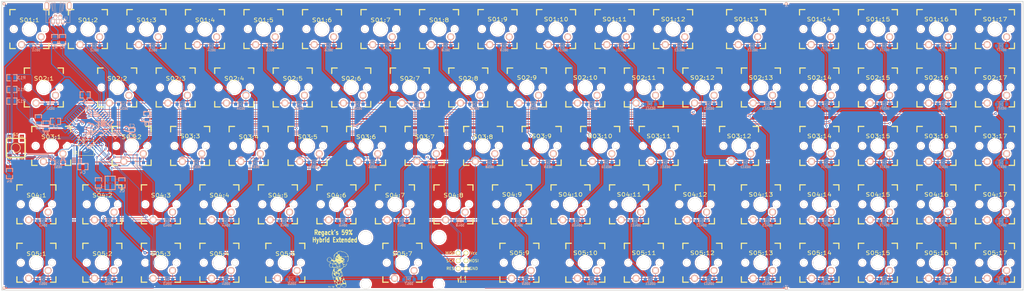
<source format=kicad_pcb>
(kicad_pcb (version 3) (host pcbnew "(2013-02-13 BZR 3947)-testing")
  (title_block (title "Hybrid Keyboard") (rev 1.1) (company Regack))
  (layers (15 Front signal) (0 Back signal hide) (20 B.SilkS user) (21 F.SilkS user) (22 B.Mask user hide) (23 F.Mask user hide) (28 Edge.Cuts user))
  (net 0 "")
  (net 1 /Matrix/col1)
  (net 2 /Matrix/col10)
  (net 3 /Matrix/col11)
  (net 4 /Matrix/col12)
  (net 5 /Matrix/col13)
  (net 6 /Matrix/col14)
  (net 7 /Matrix/col15)
  (net 8 /Matrix/col16)
  (net 9 /Matrix/col17)
  (net 10 /Matrix/col2)
  (net 11 /Matrix/col3)
  (net 12 /Matrix/col4)
  (net 13 /Matrix/col5)
  (net 14 /Matrix/col6)
  (net 15 /Matrix/col7)
  (net 16 /Matrix/col8)
  (net 17 /Matrix/col9)
  (net 18 /Matrix/row1)
  (net 19 /Matrix/row2)
  (net 20 /Matrix/row3)
  (net 21 /Matrix/row4)
  (net 22 /Matrix/row5)
  (net 23 /PWM1)
  (net 24 /PWM2)
  (net 25 /PWM3)
  (net 26 /~RES~)
  (net 27 GND)
  (net 28 N-00000100)
  (net 29 N-00000101)
  (net 30 N-00000102)
  (net 31 N-00000103)
  (net 32 N-00000104)
  (net 33 N-00000105)
  (net 34 N-00000106)
  (net 35 N-00000107)
  (net 36 N-00000108)
  (net 37 N-00000109)
  (net 38 N-00000110)
  (net 39 N-00000111)
  (net 40 N-00000112)
  (net 41 N-00000113)
  (net 42 N-00000114)
  (net 43 N-00000115)
  (net 44 N-00000116)
  (net 45 N-00000117)
  (net 46 N-00000118)
  (net 47 N-00000119)
  (net 48 N-00000120)
  (net 49 N-00000121)
  (net 50 N-00000122)
  (net 51 N-00000123)
  (net 52 N-00000124)
  (net 53 N-00000125)
  (net 54 N-0000026)
  (net 55 N-0000027)
  (net 56 N-0000028)
  (net 57 N-0000029)
  (net 58 N-000003)
  (net 59 N-0000030)
  (net 60 N-0000031)
  (net 61 N-0000032)
  (net 62 N-0000033)
  (net 63 N-0000034)
  (net 64 N-000004)
  (net 65 N-0000044)
  (net 66 N-0000045)
  (net 67 N-0000046)
  (net 68 N-0000047)
  (net 69 N-0000048)
  (net 70 N-0000049)
  (net 71 N-0000050)
  (net 72 N-0000051)
  (net 73 N-0000052)
  (net 74 N-0000053)
  (net 75 N-0000054)
  (net 76 N-0000055)
  (net 77 N-0000056)
  (net 78 N-0000057)
  (net 79 N-0000058)
  (net 80 N-0000059)
  (net 81 N-0000060)
  (net 82 N-0000061)
  (net 83 N-0000062)
  (net 84 N-0000063)
  (net 85 N-0000064)
  (net 86 N-0000065)
  (net 87 N-0000066)
  (net 88 N-0000067)
  (net 89 N-0000068)
  (net 90 N-0000069)
  (net 91 N-0000070)
  (net 92 N-0000071)
  (net 93 N-0000072)
  (net 94 N-0000073)
  (net 95 N-0000074)
  (net 96 N-0000075)
  (net 97 N-0000076)
  (net 98 N-0000077)
  (net 99 N-0000078)
  (net 100 N-0000079)
  (net 101 N-0000080)
  (net 102 N-0000081)
  (net 103 N-0000082)
  (net 104 N-0000083)
  (net 105 N-0000084)
  (net 106 N-0000085)
  (net 107 N-0000086)
  (net 108 N-0000087)
  (net 109 N-0000088)
  (net 110 N-0000089)
  (net 111 N-0000090)
  (net 112 N-0000091)
  (net 113 N-0000092)
  (net 114 N-0000093)
  (net 115 N-0000094)
  (net 116 N-0000095)
  (net 117 N-0000096)
  (net 118 N-0000097)
  (net 119 N-0000098)
  (net 120 N-0000099)
  (net 121 VCC)
  (module CHERRY_PCB_175H_Visible (layer Front) (at 78.867 112.395 180)
    (fp_text reference S03:1 (at 0 2.921 180) (layer F.SilkS) (effects (font (size 1.27 1.524) (thickness 0.2032))))
    (fp_text value MX1A hide)
    (pad 1 thru_hole circle (at 2.54 -5.08 180) (size 2.286 2.286) (drill 1.498599) (layers *.Cu *.SilkS *.Mask) (net 20 /Matrix/row3))
    (pad 2 thru_hole circle (at -3.81 -2.54 180) (size 2.286 2.286) (drill 1.498599) (layers *.Cu *.SilkS *.Mask) (net 71 N-0000050))
    (pad HOLE thru_hole circle (at 0 0 180) (size 3.9878 3.9878) (drill 3.9878) (layers *.Cu *.Mask F.SilkS))
    (pad HOLE thru_hole circle (at -5.08 0 180) (size 1.7018 1.7018) (drill 1.701799) (layers *.Cu *.Mask F.SilkS))
    (pad HOLE thru_hole circle (at 5.08 0 180) (size 1.7018 1.7018) (drill 1.701799) (layers *.Cu *.Mask F.SilkS))
  )
  (module CHERRY_PCB_175H_Visible (layer Front) (at 302.768 112.395 180)
    (fp_text reference S03:12 (at 0 3.175 180) (layer F.SilkS) (effects (font (size 1.27 1.524) (thickness 0.2032))))
    (fp_text value MX1A hide)
    (pad 1 thru_hole circle (at 2.54 -5.08 180) (size 2.286 2.286) (drill 1.498599) (layers *.Cu *.SilkS *.Mask) (net 20 /Matrix/row3))
    (pad 2 thru_hole circle (at -3.81 -2.54 180) (size 2.286 2.286) (drill 1.498599) (layers *.Cu *.SilkS *.Mask) (net 79 N-0000058))
    (pad HOLE thru_hole circle (at 0 0 180) (size 3.9878 3.9878) (drill 3.9878) (layers *.Cu *.Mask F.SilkS))
    (pad HOLE thru_hole circle (at -5.08 0 180) (size 1.7018 1.7018) (drill 1.701799) (layers *.Cu *.Mask F.SilkS))
    (pad HOLE thru_hole circle (at 5.08 0 180) (size 1.7018 1.7018) (drill 1.701799) (layers *.Cu *.Mask F.SilkS))
  )
  (module CHERRY_PCB_150H_Visible (layer Front) (at 76.454 93.345 180)
    (fp_text reference S02:1 (at 0 2.921 180) (layer F.SilkS) (effects (font (size 1.27 1.524) (thickness 0.2032))))
    (fp_text value MX1A hide)
    (pad 1 thru_hole circle (at 2.54 -5.08 180) (size 2.286 2.286) (drill 1.498599) (layers *.Cu *.SilkS *.Mask) (net 19 /Matrix/row2))
    (pad 2 thru_hole circle (at -3.81 -2.54 180) (size 2.286 2.286) (drill 1.498599) (layers *.Cu *.SilkS *.Mask) (net 35 N-00000107))
    (pad HOLE thru_hole circle (at 0 0 180) (size 3.9878 3.9878) (drill 3.9878) (layers *.Cu *.Mask F.SilkS))
    (pad HOLE thru_hole circle (at -5.08 0 180) (size 1.7018 1.7018) (drill 1.701799) (layers *.Cu *.Mask F.SilkS))
    (pad HOLE thru_hole circle (at 5.08 0 180) (size 1.7018 1.7018) (drill 1.701799) (layers *.Cu *.Mask F.SilkS))
  )
  (module CHERRY_PCB_150H_Visible (layer Front) (at 305.054 74.295 180)
    (fp_text reference S01:13 (at 0 3.175 180) (layer F.SilkS) (effects (font (size 1.27 1.524) (thickness 0.2032))))
    (fp_text value MX1A hide)
    (pad 1 thru_hole circle (at 2.54 -5.08 180) (size 2.286 2.286) (drill 1.498599) (layers *.Cu *.SilkS *.Mask) (net 18 /Matrix/row1))
    (pad 2 thru_hole circle (at -3.81 -2.54 180) (size 2.286 2.286) (drill 1.498599) (layers *.Cu *.SilkS *.Mask) (net 91 N-0000070))
    (pad HOLE thru_hole circle (at 0 0 180) (size 3.9878 3.9878) (drill 3.9878) (layers *.Cu *.Mask F.SilkS))
    (pad HOLE thru_hole circle (at -5.08 0 180) (size 1.7018 1.7018) (drill 1.701799) (layers *.Cu *.Mask F.SilkS))
    (pad HOLE thru_hole circle (at 5.08 0 180) (size 1.7018 1.7018) (drill 1.701799) (layers *.Cu *.Mask F.SilkS))
  )
  (module CHERRY_PCB_125H_Visible (layer Front) (at 231.267 150.495 180)
    (fp_text reference S05:9 (at 0 3.175 180) (layer F.SilkS) (effects (font (size 1.27 1.524) (thickness 0.2032))))
    (fp_text value MX1A hide)
    (pad 1 thru_hole circle (at 2.54 -5.08 180) (size 2.286 2.286) (drill 1.498599) (layers *.Cu *.SilkS *.Mask) (net 22 /Matrix/row5))
    (pad 2 thru_hole circle (at -3.81 -2.54 180) (size 2.286 2.286) (drill 1.498599) (layers *.Cu *.SilkS *.Mask) (net 77 N-0000056))
    (pad HOLE thru_hole circle (at 0 0 180) (size 3.9878 3.9878) (drill 3.9878) (layers *.Cu *.Mask F.SilkS))
    (pad HOLE thru_hole circle (at -5.08 0 180) (size 1.7018 1.7018) (drill 1.701799) (layers *.Cu *.Mask F.SilkS))
    (pad HOLE thru_hole circle (at 5.08 0 180) (size 1.7018 1.7018) (drill 1.701799) (layers *.Cu *.Mask F.SilkS))
  )
  (module CHERRY_PCB_125H_Visible (layer Front) (at 74.041 131.445 180)
    (fp_text reference S04:1 (at 0 2.921 180) (layer F.SilkS) (effects (font (size 1.27 1.524) (thickness 0.2032))))
    (fp_text value MX1A hide)
    (pad 1 thru_hole circle (at 2.54 -5.08 180) (size 2.286 2.286) (drill 1.498599) (layers *.Cu *.SilkS *.Mask) (net 21 /Matrix/row4))
    (pad 2 thru_hole circle (at -3.81 -2.54 180) (size 2.286 2.286) (drill 1.498599) (layers *.Cu *.SilkS *.Mask) (net 65 N-0000044))
    (pad HOLE thru_hole circle (at 0 0 180) (size 3.9878 3.9878) (drill 3.9878) (layers *.Cu *.Mask F.SilkS))
    (pad HOLE thru_hole circle (at -5.08 0 180) (size 1.7018 1.7018) (drill 1.701799) (layers *.Cu *.Mask F.SilkS))
    (pad HOLE thru_hole circle (at 5.08 0 180) (size 1.7018 1.7018) (drill 1.701799) (layers *.Cu *.Mask F.SilkS))
  )
  (module CHERRY_PCB_125H_Visible (layer Front) (at 155.067 150.495 180)
    (fp_text reference S05:5 (at 0 2.921 180) (layer F.SilkS) (effects (font (size 1.27 1.524) (thickness 0.2032))))
    (fp_text value MX1A hide)
    (pad 1 thru_hole circle (at 2.54 -5.08 180) (size 2.286 2.286) (drill 1.498599) (layers *.Cu *.SilkS *.Mask) (net 22 /Matrix/row5))
    (pad 2 thru_hole circle (at -3.81 -2.54 180) (size 2.286 2.286) (drill 1.498599) (layers *.Cu *.SilkS *.Mask) (net 76 N-0000055))
    (pad HOLE thru_hole circle (at 0 0 180) (size 3.9878 3.9878) (drill 3.9878) (layers *.Cu *.Mask F.SilkS))
    (pad HOLE thru_hole circle (at -5.08 0 180) (size 1.7018 1.7018) (drill 1.701799) (layers *.Cu *.Mask F.SilkS))
    (pad HOLE thru_hole circle (at 5.08 0 180) (size 1.7018 1.7018) (drill 1.701799) (layers *.Cu *.Mask F.SilkS))
  )
  (module CHERRY_PCB_125H_Visible (layer Front) (at 288.417 131.445 180)
    (fp_text reference S04:12 (at 0 3.175 180) (layer F.SilkS) (effects (font (size 1.27 1.524) (thickness 0.2032))))
    (fp_text value MX1A hide)
    (pad 1 thru_hole circle (at 2.54 -5.08 180) (size 2.286 2.286) (drill 1.498599) (layers *.Cu *.SilkS *.Mask) (net 21 /Matrix/row4))
    (pad 2 thru_hole circle (at -3.81 -2.54 180) (size 2.286 2.286) (drill 1.498599) (layers *.Cu *.SilkS *.Mask) (net 83 N-0000062))
    (pad HOLE thru_hole circle (at 0 0 180) (size 3.9878 3.9878) (drill 3.9878) (layers *.Cu *.Mask F.SilkS))
    (pad HOLE thru_hole circle (at -5.08 0 180) (size 1.7018 1.7018) (drill 1.701799) (layers *.Cu *.Mask F.SilkS))
    (pad HOLE thru_hole circle (at 5.08 0 180) (size 1.7018 1.7018) (drill 1.701799) (layers *.Cu *.Mask F.SilkS))
  )
  (module CHERRY_PCB_125H_Visible (layer Front) (at 74.041 150.495 180)
    (fp_text reference S05:1 (at 0 2.921 180) (layer F.SilkS) (effects (font (size 1.27 1.524) (thickness 0.2032))))
    (fp_text value MX1A hide)
    (pad 1 thru_hole circle (at 2.54 -5.08 180) (size 2.286 2.286) (drill 1.498599) (layers *.Cu *.SilkS *.Mask) (net 22 /Matrix/row5))
    (pad 2 thru_hole circle (at -3.81 -2.54 180) (size 2.286 2.286) (drill 1.498599) (layers *.Cu *.SilkS *.Mask) (net 73 N-0000052))
    (pad HOLE thru_hole circle (at 0 0 180) (size 3.9878 3.9878) (drill 3.9878) (layers *.Cu *.Mask F.SilkS))
    (pad HOLE thru_hole circle (at -5.08 0 180) (size 1.7018 1.7018) (drill 1.701799) (layers *.Cu *.Mask F.SilkS))
    (pad HOLE thru_hole circle (at 5.08 0 180) (size 1.7018 1.7018) (drill 1.701799) (layers *.Cu *.Mask F.SilkS))
  )
  (module CHERRY_PCB_100H_Plated (layer Front) (at 271.78 93.345 180)
    (fp_text reference S02:11 (at 0 3.175 180) (layer F.SilkS) (effects (font (size 1.27 1.524) (thickness 0.2032))))
    (fp_text value MX1A hide)
    (pad 1 thru_hole circle (at 2.54 -5.08 180) (size 2.286 2.286) (drill 1.498599) (layers *.Cu *.SilkS *.Mask) (net 19 /Matrix/row2))
    (pad 2 thru_hole circle (at -3.81 -2.54 180) (size 2.286 2.286) (drill 1.498599) (layers *.Cu *.SilkS *.Mask) (net 94 N-0000073))
    (pad HOLE thru_hole circle (at 0 0 180) (size 3.9878 3.9878) (drill 3.9878) (layers *.Cu *.Mask F.SilkS))
    (pad HOLE thru_hole circle (at -5.08 0 180) (size 1.7018 1.7018) (drill 1.701799) (layers *.Cu *.Mask F.SilkS))
    (pad HOLE thru_hole circle (at 5.08 0 180) (size 1.7018 1.7018) (drill 1.701799) (layers *.Cu *.Mask F.SilkS))
  )
  (module CHERRY_PCB_100H_Plated (layer Front) (at 176.53 93.345 180)
    (fp_text reference S02:6 (at 0 2.921 180) (layer F.SilkS) (effects (font (size 1.27 1.524) (thickness 0.2032))))
    (fp_text value MX1A hide)
    (pad 1 thru_hole circle (at 2.54 -5.08 180) (size 2.286 2.286) (drill 1.498599) (layers *.Cu *.SilkS *.Mask) (net 19 /Matrix/row2))
    (pad 2 thru_hole circle (at -3.81 -2.54 180) (size 2.286 2.286) (drill 1.498599) (layers *.Cu *.SilkS *.Mask) (net 33 N-00000105))
    (pad HOLE thru_hole circle (at 0 0 180) (size 3.9878 3.9878) (drill 3.9878) (layers *.Cu *.Mask F.SilkS))
    (pad HOLE thru_hole circle (at -5.08 0 180) (size 1.7018 1.7018) (drill 1.701799) (layers *.Cu *.Mask F.SilkS))
    (pad HOLE thru_hole circle (at 5.08 0 180) (size 1.7018 1.7018) (drill 1.701799) (layers *.Cu *.Mask F.SilkS))
  )
  (module CHERRY_PCB_100H_Plated (layer Front) (at 195.58 93.345 180)
    (fp_text reference S02:7 (at 0 2.921 180) (layer F.SilkS) (effects (font (size 1.27 1.524) (thickness 0.2032))))
    (fp_text value MX1A hide)
    (pad 1 thru_hole circle (at 2.54 -5.08 180) (size 2.286 2.286) (drill 1.498599) (layers *.Cu *.SilkS *.Mask) (net 19 /Matrix/row2))
    (pad 2 thru_hole circle (at -3.81 -2.54 180) (size 2.286 2.286) (drill 1.498599) (layers *.Cu *.SilkS *.Mask) (net 34 N-00000106))
    (pad HOLE thru_hole circle (at 0 0 180) (size 3.9878 3.9878) (drill 3.9878) (layers *.Cu *.Mask F.SilkS))
    (pad HOLE thru_hole circle (at -5.08 0 180) (size 1.7018 1.7018) (drill 1.701799) (layers *.Cu *.Mask F.SilkS))
    (pad HOLE thru_hole circle (at 5.08 0 180) (size 1.7018 1.7018) (drill 1.701799) (layers *.Cu *.Mask F.SilkS))
  )
  (module CHERRY_PCB_100H_Plated (layer Front) (at 214.63 93.345 180)
    (fp_text reference S02:8 (at 0 2.921 180) (layer F.SilkS) (effects (font (size 1.27 1.524) (thickness 0.2032))))
    (fp_text value MX1A hide)
    (pad 1 thru_hole circle (at 2.54 -5.08 180) (size 2.286 2.286) (drill 1.498599) (layers *.Cu *.SilkS *.Mask) (net 19 /Matrix/row2))
    (pad 2 thru_hole circle (at -3.81 -2.54 180) (size 2.286 2.286) (drill 1.498599) (layers *.Cu *.SilkS *.Mask) (net 36 N-00000108))
    (pad HOLE thru_hole circle (at 0 0 180) (size 3.9878 3.9878) (drill 3.9878) (layers *.Cu *.Mask F.SilkS))
    (pad HOLE thru_hole circle (at -5.08 0 180) (size 1.7018 1.7018) (drill 1.701799) (layers *.Cu *.Mask F.SilkS))
    (pad HOLE thru_hole circle (at 5.08 0 180) (size 1.7018 1.7018) (drill 1.701799) (layers *.Cu *.Mask F.SilkS))
  )
  (module CHERRY_PCB_100H_Plated (layer Front) (at 233.68 93.345 180)
    (fp_text reference S02:9 (at 0 3.175 180) (layer F.SilkS) (effects (font (size 1.27 1.524) (thickness 0.2032))))
    (fp_text value MX1A hide)
    (pad 1 thru_hole circle (at 2.54 -5.08 180) (size 2.286 2.286) (drill 1.498599) (layers *.Cu *.SilkS *.Mask) (net 19 /Matrix/row2))
    (pad 2 thru_hole circle (at -3.81 -2.54 180) (size 2.286 2.286) (drill 1.498599) (layers *.Cu *.SilkS *.Mask) (net 89 N-0000068))
    (pad HOLE thru_hole circle (at 0 0 180) (size 3.9878 3.9878) (drill 3.9878) (layers *.Cu *.Mask F.SilkS))
    (pad HOLE thru_hole circle (at -5.08 0 180) (size 1.7018 1.7018) (drill 1.701799) (layers *.Cu *.Mask F.SilkS))
    (pad HOLE thru_hole circle (at 5.08 0 180) (size 1.7018 1.7018) (drill 1.701799) (layers *.Cu *.Mask F.SilkS))
  )
  (module CHERRY_PCB_100H_Plated (layer Front) (at 252.73 93.345 180)
    (fp_text reference S02:10 (at 0 3.175 180) (layer F.SilkS) (effects (font (size 1.27 1.524) (thickness 0.2032))))
    (fp_text value MX1A hide)
    (pad 1 thru_hole circle (at 2.54 -5.08 180) (size 2.286 2.286) (drill 1.498599) (layers *.Cu *.SilkS *.Mask) (net 19 /Matrix/row2))
    (pad 2 thru_hole circle (at -3.81 -2.54 180) (size 2.286 2.286) (drill 1.498599) (layers *.Cu *.SilkS *.Mask) (net 92 N-0000071))
    (pad HOLE thru_hole circle (at 0 0 180) (size 3.9878 3.9878) (drill 3.9878) (layers *.Cu *.Mask F.SilkS))
    (pad HOLE thru_hole circle (at -5.08 0 180) (size 1.7018 1.7018) (drill 1.701799) (layers *.Cu *.Mask F.SilkS))
    (pad HOLE thru_hole circle (at 5.08 0 180) (size 1.7018 1.7018) (drill 1.701799) (layers *.Cu *.Mask F.SilkS))
  )
  (module CHERRY_PCB_100H_Plated (layer Front) (at 124.079 112.395 180)
    (fp_text reference S03:3 (at 0 3.175 180) (layer F.SilkS) (effects (font (size 1.27 1.524) (thickness 0.2032))))
    (fp_text value MX1A hide)
    (pad 1 thru_hole circle (at 2.54 -5.08 180) (size 2.286 2.286) (drill 1.498599) (layers *.Cu *.SilkS *.Mask) (net 20 /Matrix/row3))
    (pad 2 thru_hole circle (at -3.81 -2.54 180) (size 2.286 2.286) (drill 1.498599) (layers *.Cu *.SilkS *.Mask) (net 48 N-00000120))
    (pad HOLE thru_hole circle (at 0 0 180) (size 3.9878 3.9878) (drill 3.9878) (layers *.Cu *.Mask F.SilkS))
    (pad HOLE thru_hole circle (at -5.08 0 180) (size 1.7018 1.7018) (drill 1.701799) (layers *.Cu *.Mask F.SilkS))
    (pad HOLE thru_hole circle (at 5.08 0 180) (size 1.7018 1.7018) (drill 1.701799) (layers *.Cu *.Mask F.SilkS))
  )
  (module CHERRY_PCB_100H_Plated (layer Front) (at 290.83 93.345 180)
    (fp_text reference S02:12 (at 0 3.175 180) (layer F.SilkS) (effects (font (size 1.27 1.524) (thickness 0.2032))))
    (fp_text value MX1A hide)
    (pad 1 thru_hole circle (at 2.54 -5.08 180) (size 2.286 2.286) (drill 1.498599) (layers *.Cu *.SilkS *.Mask) (net 19 /Matrix/row2))
    (pad 2 thru_hole circle (at -3.81 -2.54 180) (size 2.286 2.286) (drill 1.498599) (layers *.Cu *.SilkS *.Mask) (net 86 N-0000065))
    (pad HOLE thru_hole circle (at 0 0 180) (size 3.9878 3.9878) (drill 3.9878) (layers *.Cu *.Mask F.SilkS))
    (pad HOLE thru_hole circle (at -5.08 0 180) (size 1.7018 1.7018) (drill 1.701799) (layers *.Cu *.Mask F.SilkS))
    (pad HOLE thru_hole circle (at 5.08 0 180) (size 1.7018 1.7018) (drill 1.701799) (layers *.Cu *.Mask F.SilkS))
  )
  (module CHERRY_PCB_100H_Plated (layer Front) (at 309.88 93.345 180)
    (fp_text reference S02:13 (at 0 3.175 180) (layer F.SilkS) (effects (font (size 1.27 1.524) (thickness 0.2032))))
    (fp_text value MX1A hide)
    (pad 1 thru_hole circle (at 2.54 -5.08 180) (size 2.286 2.286) (drill 1.498599) (layers *.Cu *.SilkS *.Mask) (net 19 /Matrix/row2))
    (pad 2 thru_hole circle (at -3.81 -2.54 180) (size 2.286 2.286) (drill 1.498599) (layers *.Cu *.SilkS *.Mask) (net 85 N-0000064))
    (pad HOLE thru_hole circle (at 0 0 180) (size 3.9878 3.9878) (drill 3.9878) (layers *.Cu *.Mask F.SilkS))
    (pad HOLE thru_hole circle (at -5.08 0 180) (size 1.7018 1.7018) (drill 1.701799) (layers *.Cu *.Mask F.SilkS))
    (pad HOLE thru_hole circle (at 5.08 0 180) (size 1.7018 1.7018) (drill 1.701799) (layers *.Cu *.Mask F.SilkS))
  )
  (module CHERRY_PCB_100H_Plated (layer Front) (at 105.029 112.395 180)
    (fp_text reference S03:2 (at 0 2.921 180) (layer F.SilkS) (effects (font (size 1.27 1.524) (thickness 0.2032))))
    (fp_text value MX1A hide)
    (pad 1 thru_hole circle (at 2.54 -5.08 180) (size 2.286 2.286) (drill 1.498599) (layers *.Cu *.SilkS *.Mask) (net 20 /Matrix/row3))
    (pad 2 thru_hole circle (at -3.81 -2.54 180) (size 2.286 2.286) (drill 1.498599) (layers *.Cu *.SilkS *.Mask) (net 47 N-00000119))
    (pad HOLE thru_hole circle (at 0 0 180) (size 3.9878 3.9878) (drill 3.9878) (layers *.Cu *.Mask F.SilkS))
    (pad HOLE thru_hole circle (at -5.08 0 180) (size 1.7018 1.7018) (drill 1.701799) (layers *.Cu *.Mask F.SilkS))
    (pad HOLE thru_hole circle (at 5.08 0 180) (size 1.7018 1.7018) (drill 1.701799) (layers *.Cu *.Mask F.SilkS))
  )
  (module CHERRY_PCB_100H_Plated (layer Front) (at 90.805 74.295 180)
    (fp_text reference S01:2 (at 0 2.921 180) (layer F.SilkS) (effects (font (size 1.27 1.524) (thickness 0.2032))))
    (fp_text value MX1A hide)
    (pad 1 thru_hole circle (at 2.54 -5.08 180) (size 2.286 2.286) (drill 1.498599) (layers *.Cu *.SilkS *.Mask) (net 18 /Matrix/row1))
    (pad 2 thru_hole circle (at -3.81 -2.54 180) (size 2.286 2.286) (drill 1.498599) (layers *.Cu *.SilkS *.Mask) (net 39 N-00000111))
    (pad HOLE thru_hole circle (at 0 0 180) (size 3.9878 3.9878) (drill 3.9878) (layers *.Cu *.Mask F.SilkS))
    (pad HOLE thru_hole circle (at -5.08 0 180) (size 1.7018 1.7018) (drill 1.701799) (layers *.Cu *.Mask F.SilkS))
    (pad HOLE thru_hole circle (at 5.08 0 180) (size 1.7018 1.7018) (drill 1.701799) (layers *.Cu *.Mask F.SilkS))
  )
  (module CHERRY_PCB_100H_Plated (layer Front) (at 157.48 93.345 180)
    (fp_text reference S02:5 (at 0 2.921 180) (layer F.SilkS) (effects (font (size 1.27 1.524) (thickness 0.2032))))
    (fp_text value MX1A hide)
    (pad 1 thru_hole circle (at 2.54 -5.08 180) (size 2.286 2.286) (drill 1.498599) (layers *.Cu *.SilkS *.Mask) (net 19 /Matrix/row2))
    (pad 2 thru_hole circle (at -3.81 -2.54 180) (size 2.286 2.286) (drill 1.498599) (layers *.Cu *.SilkS *.Mask) (net 87 N-0000066))
    (pad HOLE thru_hole circle (at 0 0 180) (size 3.9878 3.9878) (drill 3.9878) (layers *.Cu *.Mask F.SilkS))
    (pad HOLE thru_hole circle (at -5.08 0 180) (size 1.7018 1.7018) (drill 1.701799) (layers *.Cu *.Mask F.SilkS))
    (pad HOLE thru_hole circle (at 5.08 0 180) (size 1.7018 1.7018) (drill 1.701799) (layers *.Cu *.Mask F.SilkS))
  )
  (module CHERRY_PCB_100H_Plated (layer Front) (at 138.43 93.345 180)
    (fp_text reference S02:4 (at 0 2.921 180) (layer F.SilkS) (effects (font (size 1.27 1.524) (thickness 0.2032))))
    (fp_text value MX1A hide)
    (pad 1 thru_hole circle (at 2.54 -5.08 180) (size 2.286 2.286) (drill 1.498599) (layers *.Cu *.SilkS *.Mask) (net 19 /Matrix/row2))
    (pad 2 thru_hole circle (at -3.81 -2.54 180) (size 2.286 2.286) (drill 1.498599) (layers *.Cu *.SilkS *.Mask) (net 32 N-00000104))
    (pad HOLE thru_hole circle (at 0 0 180) (size 3.9878 3.9878) (drill 3.9878) (layers *.Cu *.Mask F.SilkS))
    (pad HOLE thru_hole circle (at -5.08 0 180) (size 1.7018 1.7018) (drill 1.701799) (layers *.Cu *.Mask F.SilkS))
    (pad HOLE thru_hole circle (at 5.08 0 180) (size 1.7018 1.7018) (drill 1.701799) (layers *.Cu *.Mask F.SilkS))
  )
  (module CHERRY_PCB_100H_Plated (layer Front) (at 119.38 93.345 180)
    (fp_text reference S02:3 (at 0 2.921 180) (layer F.SilkS) (effects (font (size 1.27 1.524) (thickness 0.2032))))
    (fp_text value MX1A hide)
    (pad 1 thru_hole circle (at 2.54 -5.08 180) (size 2.286 2.286) (drill 1.498599) (layers *.Cu *.SilkS *.Mask) (net 19 /Matrix/row2))
    (pad 2 thru_hole circle (at -3.81 -2.54 180) (size 2.286 2.286) (drill 1.498599) (layers *.Cu *.SilkS *.Mask) (net 31 N-00000103))
    (pad HOLE thru_hole circle (at 0 0 180) (size 3.9878 3.9878) (drill 3.9878) (layers *.Cu *.Mask F.SilkS))
    (pad HOLE thru_hole circle (at -5.08 0 180) (size 1.7018 1.7018) (drill 1.701799) (layers *.Cu *.Mask F.SilkS))
    (pad HOLE thru_hole circle (at 5.08 0 180) (size 1.7018 1.7018) (drill 1.701799) (layers *.Cu *.Mask F.SilkS))
  )
  (module CHERRY_PCB_100H_Plated (layer Front) (at 100.33 93.345 180)
    (fp_text reference S02:2 (at 0 2.921 180) (layer F.SilkS) (effects (font (size 1.27 1.524) (thickness 0.2032))))
    (fp_text value MX1A hide)
    (pad 1 thru_hole circle (at 2.54 -5.08 180) (size 2.286 2.286) (drill 1.498599) (layers *.Cu *.SilkS *.Mask) (net 19 /Matrix/row2))
    (pad 2 thru_hole circle (at -3.81 -2.54 180) (size 2.286 2.286) (drill 1.498599) (layers *.Cu *.SilkS *.Mask) (net 30 N-00000102))
    (pad HOLE thru_hole circle (at 0 0 180) (size 3.9878 3.9878) (drill 3.9878) (layers *.Cu *.Mask F.SilkS))
    (pad HOLE thru_hole circle (at -5.08 0 180) (size 1.7018 1.7018) (drill 1.701799) (layers *.Cu *.Mask F.SilkS))
    (pad HOLE thru_hole circle (at 5.08 0 180) (size 1.7018 1.7018) (drill 1.701799) (layers *.Cu *.Mask F.SilkS))
  )
  (module CHERRY_PCB_100H_Plated (layer Front) (at 281.305 74.295 180)
    (fp_text reference S01:12 (at 0 3.175 180) (layer F.SilkS) (effects (font (size 1.27 1.524) (thickness 0.2032))))
    (fp_text value MX1A hide)
    (pad 1 thru_hole circle (at 2.54 -5.08 180) (size 2.286 2.286) (drill 1.498599) (layers *.Cu *.SilkS *.Mask) (net 18 /Matrix/row1))
    (pad 2 thru_hole circle (at -3.81 -2.54 180) (size 2.286 2.286) (drill 1.498599) (layers *.Cu *.SilkS *.Mask) (net 97 N-0000076))
    (pad HOLE thru_hole circle (at 0 0 180) (size 3.9878 3.9878) (drill 3.9878) (layers *.Cu *.Mask F.SilkS))
    (pad HOLE thru_hole circle (at -5.08 0 180) (size 1.7018 1.7018) (drill 1.701799) (layers *.Cu *.Mask F.SilkS))
    (pad HOLE thru_hole circle (at 5.08 0 180) (size 1.7018 1.7018) (drill 1.701799) (layers *.Cu *.Mask F.SilkS))
  )
  (module CHERRY_PCB_100H_Plated (layer Front) (at 262.255 74.295 180)
    (fp_text reference S01:11 (at 0 3.175 180) (layer F.SilkS) (effects (font (size 1.27 1.524) (thickness 0.2032))))
    (fp_text value MX1A hide)
    (pad 1 thru_hole circle (at 2.54 -5.08 180) (size 2.286 2.286) (drill 1.498599) (layers *.Cu *.SilkS *.Mask) (net 18 /Matrix/row1))
    (pad 2 thru_hole circle (at -3.81 -2.54 180) (size 2.286 2.286) (drill 1.498599) (layers *.Cu *.SilkS *.Mask) (net 93 N-0000072))
    (pad HOLE thru_hole circle (at 0 0 180) (size 3.9878 3.9878) (drill 3.9878) (layers *.Cu *.Mask F.SilkS))
    (pad HOLE thru_hole circle (at -5.08 0 180) (size 1.7018 1.7018) (drill 1.701799) (layers *.Cu *.Mask F.SilkS))
    (pad HOLE thru_hole circle (at 5.08 0 180) (size 1.7018 1.7018) (drill 1.701799) (layers *.Cu *.Mask F.SilkS))
  )
  (module CHERRY_PCB_100H_Plated (layer Front) (at 243.205 74.295 180)
    (fp_text reference S01:10 (at 0 3.175 180) (layer F.SilkS) (effects (font (size 1.27 1.524) (thickness 0.2032))))
    (fp_text value MX1A hide)
    (pad 1 thru_hole circle (at 2.54 -5.08 180) (size 2.286 2.286) (drill 1.498599) (layers *.Cu *.SilkS *.Mask) (net 18 /Matrix/row1))
    (pad 2 thru_hole circle (at -3.81 -2.54 180) (size 2.286 2.286) (drill 1.498599) (layers *.Cu *.SilkS *.Mask) (net 90 N-0000069))
    (pad HOLE thru_hole circle (at 0 0 180) (size 3.9878 3.9878) (drill 3.9878) (layers *.Cu *.Mask F.SilkS))
    (pad HOLE thru_hole circle (at -5.08 0 180) (size 1.7018 1.7018) (drill 1.701799) (layers *.Cu *.Mask F.SilkS))
    (pad HOLE thru_hole circle (at 5.08 0 180) (size 1.7018 1.7018) (drill 1.701799) (layers *.Cu *.Mask F.SilkS))
  )
  (module CHERRY_PCB_100H_Plated (layer Front) (at 205.105 74.295 180)
    (fp_text reference S01:8 (at 0 2.921 180) (layer F.SilkS) (effects (font (size 1.27 1.524) (thickness 0.2032))))
    (fp_text value MX1A hide)
    (pad 1 thru_hole circle (at 2.54 -5.08 180) (size 2.286 2.286) (drill 1.498599) (layers *.Cu *.SilkS *.Mask) (net 18 /Matrix/row1))
    (pad 2 thru_hole circle (at -3.81 -2.54 180) (size 2.286 2.286) (drill 1.498599) (layers *.Cu *.SilkS *.Mask) (net 43 N-00000115))
    (pad HOLE thru_hole circle (at 0 0 180) (size 3.9878 3.9878) (drill 3.9878) (layers *.Cu *.Mask F.SilkS))
    (pad HOLE thru_hole circle (at -5.08 0 180) (size 1.7018 1.7018) (drill 1.701799) (layers *.Cu *.Mask F.SilkS))
    (pad HOLE thru_hole circle (at 5.08 0 180) (size 1.7018 1.7018) (drill 1.701799) (layers *.Cu *.Mask F.SilkS))
  )
  (module CHERRY_PCB_100H_Plated (layer Front) (at 167.005 74.295 180)
    (fp_text reference S01:6 (at 0 2.921 180) (layer F.SilkS) (effects (font (size 1.27 1.524) (thickness 0.2032))))
    (fp_text value MX1A hide)
    (pad 1 thru_hole circle (at 2.54 -5.08 180) (size 2.286 2.286) (drill 1.498599) (layers *.Cu *.SilkS *.Mask) (net 18 /Matrix/row1))
    (pad 2 thru_hole circle (at -3.81 -2.54 180) (size 2.286 2.286) (drill 1.498599) (layers *.Cu *.SilkS *.Mask) (net 37 N-00000109))
    (pad HOLE thru_hole circle (at 0 0 180) (size 3.9878 3.9878) (drill 3.9878) (layers *.Cu *.Mask F.SilkS))
    (pad HOLE thru_hole circle (at -5.08 0 180) (size 1.7018 1.7018) (drill 1.701799) (layers *.Cu *.Mask F.SilkS))
    (pad HOLE thru_hole circle (at 5.08 0 180) (size 1.7018 1.7018) (drill 1.701799) (layers *.Cu *.Mask F.SilkS))
  )
  (module CHERRY_PCB_100H_Plated (layer Front) (at 147.955 74.295 180)
    (fp_text reference S01:5 (at 0 2.921 180) (layer F.SilkS) (effects (font (size 1.27 1.524) (thickness 0.2032))))
    (fp_text value MX1A hide)
    (pad 1 thru_hole circle (at 2.54 -5.08 180) (size 2.286 2.286) (drill 1.498599) (layers *.Cu *.SilkS *.Mask) (net 18 /Matrix/row1))
    (pad 2 thru_hole circle (at -3.81 -2.54 180) (size 2.286 2.286) (drill 1.498599) (layers *.Cu *.SilkS *.Mask) (net 42 N-00000114))
    (pad HOLE thru_hole circle (at 0 0 180) (size 3.9878 3.9878) (drill 3.9878) (layers *.Cu *.Mask F.SilkS))
    (pad HOLE thru_hole circle (at -5.08 0 180) (size 1.7018 1.7018) (drill 1.701799) (layers *.Cu *.Mask F.SilkS))
    (pad HOLE thru_hole circle (at 5.08 0 180) (size 1.7018 1.7018) (drill 1.701799) (layers *.Cu *.Mask F.SilkS))
  )
  (module CHERRY_PCB_100H_Plated (layer Front) (at 128.905 74.295 180)
    (fp_text reference S01:4 (at 0 2.921 180) (layer F.SilkS) (effects (font (size 1.27 1.524) (thickness 0.2032))))
    (fp_text value MX1A hide)
    (pad 1 thru_hole circle (at 2.54 -5.08 180) (size 2.286 2.286) (drill 1.498599) (layers *.Cu *.SilkS *.Mask) (net 18 /Matrix/row1))
    (pad 2 thru_hole circle (at -3.81 -2.54 180) (size 2.286 2.286) (drill 1.498599) (layers *.Cu *.SilkS *.Mask) (net 41 N-00000113))
    (pad HOLE thru_hole circle (at 0 0 180) (size 3.9878 3.9878) (drill 3.9878) (layers *.Cu *.Mask F.SilkS))
    (pad HOLE thru_hole circle (at -5.08 0 180) (size 1.7018 1.7018) (drill 1.701799) (layers *.Cu *.Mask F.SilkS))
    (pad HOLE thru_hole circle (at 5.08 0 180) (size 1.7018 1.7018) (drill 1.701799) (layers *.Cu *.Mask F.SilkS))
  )
  (module CHERRY_PCB_100H_Plated (layer Front) (at 109.855 74.295 180)
    (fp_text reference S01:3 (at 0 2.921 180) (layer F.SilkS) (effects (font (size 1.27 1.524) (thickness 0.2032))))
    (fp_text value MX1A hide)
    (pad 1 thru_hole circle (at 2.54 -5.08 180) (size 2.286 2.286) (drill 1.498599) (layers *.Cu *.SilkS *.Mask) (net 18 /Matrix/row1))
    (pad 2 thru_hole circle (at -3.81 -2.54 180) (size 2.286 2.286) (drill 1.498599) (layers *.Cu *.SilkS *.Mask) (net 40 N-00000112))
    (pad HOLE thru_hole circle (at 0 0 180) (size 3.9878 3.9878) (drill 3.9878) (layers *.Cu *.Mask F.SilkS))
    (pad HOLE thru_hole circle (at -5.08 0 180) (size 1.7018 1.7018) (drill 1.701799) (layers *.Cu *.Mask F.SilkS))
    (pad HOLE thru_hole circle (at 5.08 0 180) (size 1.7018 1.7018) (drill 1.701799) (layers *.Cu *.Mask F.SilkS))
  )
  (module CHERRY_PCB_100H_Plated (layer Front) (at 252.73 150.495 180)
    (fp_text reference S05:10 (at 0 3.175 180) (layer F.SilkS) (effects (font (size 1.27 1.524) (thickness 0.2032))))
    (fp_text value MX1A hide)
    (pad 1 thru_hole circle (at 2.54 -5.08 180) (size 2.286 2.286) (drill 1.498599) (layers *.Cu *.SilkS *.Mask) (net 22 /Matrix/row5))
    (pad 2 thru_hole circle (at -3.81 -2.54 180) (size 2.286 2.286) (drill 1.498599) (layers *.Cu *.SilkS *.Mask) (net 78 N-0000057))
    (pad HOLE thru_hole circle (at 0 0 180) (size 3.9878 3.9878) (drill 3.9878) (layers *.Cu *.Mask F.SilkS))
    (pad HOLE thru_hole circle (at -5.08 0 180) (size 1.7018 1.7018) (drill 1.701799) (layers *.Cu *.Mask F.SilkS))
    (pad HOLE thru_hole circle (at 5.08 0 180) (size 1.7018 1.7018) (drill 1.701799) (layers *.Cu *.Mask F.SilkS))
  )
  (module CHERRY_PCB_100H_Plated (layer Front) (at 228.854 131.445 180)
    (fp_text reference S04:9 (at 0 3.175 180) (layer F.SilkS) (effects (font (size 1.27 1.524) (thickness 0.2032))))
    (fp_text value MX1A hide)
    (pad 1 thru_hole circle (at 2.54 -5.08 180) (size 2.286 2.286) (drill 1.498599) (layers *.Cu *.SilkS *.Mask) (net 21 /Matrix/row4))
    (pad 2 thru_hole circle (at -3.81 -2.54 180) (size 2.286 2.286) (drill 1.498599) (layers *.Cu *.SilkS *.Mask) (net 80 N-0000059))
    (pad HOLE thru_hole circle (at 0 0 180) (size 3.9878 3.9878) (drill 3.9878) (layers *.Cu *.Mask F.SilkS))
    (pad HOLE thru_hole circle (at -5.08 0 180) (size 1.7018 1.7018) (drill 1.701799) (layers *.Cu *.Mask F.SilkS))
    (pad HOLE thru_hole circle (at 5.08 0 180) (size 1.7018 1.7018) (drill 1.701799) (layers *.Cu *.Mask F.SilkS))
  )
  (module CHERRY_PCB_100H_Plated (layer Front) (at 71.755 74.295 180)
    (fp_text reference S01:1 (at 0 2.921 180) (layer F.SilkS) (effects (font (size 1.27 1.524) (thickness 0.2032))))
    (fp_text value MX1A hide)
    (pad 1 thru_hole circle (at 2.54 -5.08 180) (size 2.286 2.286) (drill 1.498599) (layers *.Cu *.SilkS *.Mask) (net 18 /Matrix/row1))
    (pad 2 thru_hole circle (at -3.81 -2.54 180) (size 2.286 2.286) (drill 1.498599) (layers *.Cu *.SilkS *.Mask) (net 38 N-00000110))
    (pad HOLE thru_hole circle (at 0 0 180) (size 3.9878 3.9878) (drill 3.9878) (layers *.Cu *.Mask F.SilkS))
    (pad HOLE thru_hole circle (at -5.08 0 180) (size 1.7018 1.7018) (drill 1.701799) (layers *.Cu *.Mask F.SilkS))
    (pad HOLE thru_hole circle (at 5.08 0 180) (size 1.7018 1.7018) (drill 1.701799) (layers *.Cu *.Mask F.SilkS))
  )
  (module CHERRY_PCB_100H_Plated (layer Front) (at 186.055 74.295 180)
    (fp_text reference S01:7 (at 0 2.921 180) (layer F.SilkS) (effects (font (size 1.27 1.524) (thickness 0.2032))))
    (fp_text value MX1A hide)
    (pad 1 thru_hole circle (at 2.54 -5.08 180) (size 2.286 2.286) (drill 1.498599) (layers *.Cu *.SilkS *.Mask) (net 18 /Matrix/row1))
    (pad 2 thru_hole circle (at -3.81 -2.54 180) (size 2.286 2.286) (drill 1.498599) (layers *.Cu *.SilkS *.Mask) (net 120 N-0000099))
    (pad HOLE thru_hole circle (at 0 0 180) (size 3.9878 3.9878) (drill 3.9878) (layers *.Cu *.Mask F.SilkS))
    (pad HOLE thru_hole circle (at -5.08 0 180) (size 1.7018 1.7018) (drill 1.701799) (layers *.Cu *.Mask F.SilkS))
    (pad HOLE thru_hole circle (at 5.08 0 180) (size 1.7018 1.7018) (drill 1.701799) (layers *.Cu *.Mask F.SilkS))
  )
  (module CHERRY_PCB_100H_Plated (layer Front) (at 224.155 74.295 180)
    (fp_text reference S01:9 (at 0 3.175 180) (layer F.SilkS) (effects (font (size 1.27 1.524) (thickness 0.2032))))
    (fp_text value MX1A hide)
    (pad 1 thru_hole circle (at 2.54 -5.08 180) (size 2.286 2.286) (drill 1.498599) (layers *.Cu *.SilkS *.Mask) (net 18 /Matrix/row1))
    (pad 2 thru_hole circle (at -3.81 -2.54 180) (size 2.286 2.286) (drill 1.498599) (layers *.Cu *.SilkS *.Mask) (net 28 N-00000100))
    (pad HOLE thru_hole circle (at 0 0 180) (size 3.9878 3.9878) (drill 3.9878) (layers *.Cu *.Mask F.SilkS))
    (pad HOLE thru_hole circle (at -5.08 0 180) (size 1.7018 1.7018) (drill 1.701799) (layers *.Cu *.Mask F.SilkS))
    (pad HOLE thru_hole circle (at 5.08 0 180) (size 1.7018 1.7018) (drill 1.701799) (layers *.Cu *.Mask F.SilkS))
  )
  (module CHERRY_PCB_100H_Plated (layer Front) (at 309.88 131.445 180)
    (fp_text reference S04:13 (at 0 3.175 180) (layer F.SilkS) (effects (font (size 1.27 1.524) (thickness 0.2032))))
    (fp_text value MX1A hide)
    (pad 1 thru_hole circle (at 2.54 -5.08 180) (size 2.286 2.286) (drill 1.498599) (layers *.Cu *.SilkS *.Mask) (net 21 /Matrix/row4))
    (pad 2 thru_hole circle (at -3.81 -2.54 180) (size 2.286 2.286) (drill 1.498599) (layers *.Cu *.SilkS *.Mask) (net 66 N-0000045))
    (pad HOLE thru_hole circle (at 0 0 180) (size 3.9878 3.9878) (drill 3.9878) (layers *.Cu *.Mask F.SilkS))
    (pad HOLE thru_hole circle (at -5.08 0 180) (size 1.7018 1.7018) (drill 1.701799) (layers *.Cu *.Mask F.SilkS))
    (pad HOLE thru_hole circle (at 5.08 0 180) (size 1.7018 1.7018) (drill 1.701799) (layers *.Cu *.Mask F.SilkS))
  )
  (module CHERRY_PCB_100H_Plated (layer Front) (at 309.88 150.495 180)
    (fp_text reference S05:13 (at 0 3.175 180) (layer F.SilkS) (effects (font (size 1.27 1.524) (thickness 0.2032))))
    (fp_text value MX1A hide)
    (pad 1 thru_hole circle (at 2.54 -5.08 180) (size 2.286 2.286) (drill 1.498599) (layers *.Cu *.SilkS *.Mask) (net 22 /Matrix/row5))
    (pad 2 thru_hole circle (at -3.81 -2.54 180) (size 2.286 2.286) (drill 1.498599) (layers *.Cu *.SilkS *.Mask) (net 69 N-0000048))
    (pad HOLE thru_hole circle (at 0 0 180) (size 3.9878 3.9878) (drill 3.9878) (layers *.Cu *.Mask F.SilkS))
    (pad HOLE thru_hole circle (at -5.08 0 180) (size 1.7018 1.7018) (drill 1.701799) (layers *.Cu *.Mask F.SilkS))
    (pad HOLE thru_hole circle (at 5.08 0 180) (size 1.7018 1.7018) (drill 1.701799) (layers *.Cu *.Mask F.SilkS))
  )
  (module CHERRY_PCB_100H_Plated (layer Front) (at 133.604 150.495 180)
    (fp_text reference S05:4 (at 0 2.921 180) (layer F.SilkS) (effects (font (size 1.27 1.524) (thickness 0.2032))))
    (fp_text value MX1A hide)
    (pad 1 thru_hole circle (at 2.54 -5.08 180) (size 2.286 2.286) (drill 1.498599) (layers *.Cu *.SilkS *.Mask) (net 22 /Matrix/row5))
    (pad 2 thru_hole circle (at -3.81 -2.54 180) (size 2.286 2.286) (drill 1.498599) (layers *.Cu *.SilkS *.Mask) (net 72 N-0000051))
    (pad HOLE thru_hole circle (at 0 0 180) (size 3.9878 3.9878) (drill 3.9878) (layers *.Cu *.Mask F.SilkS))
    (pad HOLE thru_hole circle (at -5.08 0 180) (size 1.7018 1.7018) (drill 1.701799) (layers *.Cu *.Mask F.SilkS))
    (pad HOLE thru_hole circle (at 5.08 0 180) (size 1.7018 1.7018) (drill 1.701799) (layers *.Cu *.Mask F.SilkS))
  )
  (module CHERRY_PCB_100H_Plated (layer Front) (at 290.83 150.495 180)
    (fp_text reference S05:12 (at 0 3.175 180) (layer F.SilkS) (effects (font (size 1.27 1.524) (thickness 0.2032))))
    (fp_text value MX1A hide)
    (pad 1 thru_hole circle (at 2.54 -5.08 180) (size 2.286 2.286) (drill 1.498599) (layers *.Cu *.SilkS *.Mask) (net 22 /Matrix/row5))
    (pad 2 thru_hole circle (at -3.81 -2.54 180) (size 2.286 2.286) (drill 1.498599) (layers *.Cu *.SilkS *.Mask) (net 68 N-0000047))
    (pad HOLE thru_hole circle (at 0 0 180) (size 3.9878 3.9878) (drill 3.9878) (layers *.Cu *.Mask F.SilkS))
    (pad HOLE thru_hole circle (at -5.08 0 180) (size 1.7018 1.7018) (drill 1.701799) (layers *.Cu *.Mask F.SilkS))
    (pad HOLE thru_hole circle (at 5.08 0 180) (size 1.7018 1.7018) (drill 1.701799) (layers *.Cu *.Mask F.SilkS))
  )
  (module CHERRY_PCB_100H_Plated (layer Front) (at 133.604 131.445 180)
    (fp_text reference S04:4 (at 0 2.921 180) (layer F.SilkS) (effects (font (size 1.27 1.524) (thickness 0.2032))))
    (fp_text value MX1A hide)
    (pad 1 thru_hole circle (at 2.54 -5.08 180) (size 2.286 2.286) (drill 1.498599) (layers *.Cu *.SilkS *.Mask) (net 21 /Matrix/row4))
    (pad 2 thru_hole circle (at -3.81 -2.54 180) (size 2.286 2.286) (drill 1.498599) (layers *.Cu *.SilkS *.Mask) (net 29 N-00000101))
    (pad HOLE thru_hole circle (at 0 0 180) (size 3.9878 3.9878) (drill 3.9878) (layers *.Cu *.Mask F.SilkS))
    (pad HOLE thru_hole circle (at -5.08 0 180) (size 1.7018 1.7018) (drill 1.701799) (layers *.Cu *.Mask F.SilkS))
    (pad HOLE thru_hole circle (at 5.08 0 180) (size 1.7018 1.7018) (drill 1.701799) (layers *.Cu *.Mask F.SilkS))
  )
  (module CHERRY_PCB_100H_Plated (layer Front) (at 271.78 150.495 180)
    (fp_text reference S05:11 (at 0 3.175 180) (layer F.SilkS) (effects (font (size 1.27 1.524) (thickness 0.2032))))
    (fp_text value MX1A hide)
    (pad 1 thru_hole circle (at 2.54 -5.08 180) (size 2.286 2.286) (drill 1.498599) (layers *.Cu *.SilkS *.Mask) (net 22 /Matrix/row5))
    (pad 2 thru_hole circle (at -3.81 -2.54 180) (size 2.286 2.286) (drill 1.498599) (layers *.Cu *.SilkS *.Mask) (net 67 N-0000046))
    (pad HOLE thru_hole circle (at 0 0 180) (size 3.9878 3.9878) (drill 3.9878) (layers *.Cu *.Mask F.SilkS))
    (pad HOLE thru_hole circle (at -5.08 0 180) (size 1.7018 1.7018) (drill 1.701799) (layers *.Cu *.Mask F.SilkS))
    (pad HOLE thru_hole circle (at 5.08 0 180) (size 1.7018 1.7018) (drill 1.701799) (layers *.Cu *.Mask F.SilkS))
  )
  (module CHERRY_PCB_100H_Plated (layer Front) (at 114.554 150.495 180)
    (fp_text reference S05:3 (at 0 2.921 180) (layer F.SilkS) (effects (font (size 1.27 1.524) (thickness 0.2032))))
    (fp_text value MX1A hide)
    (pad 1 thru_hole circle (at 2.54 -5.08 180) (size 2.286 2.286) (drill 1.498599) (layers *.Cu *.SilkS *.Mask) (net 22 /Matrix/row5))
    (pad 2 thru_hole circle (at -3.81 -2.54 180) (size 2.286 2.286) (drill 1.498599) (layers *.Cu *.SilkS *.Mask) (net 75 N-0000054))
    (pad HOLE thru_hole circle (at 0 0 180) (size 3.9878 3.9878) (drill 3.9878) (layers *.Cu *.Mask F.SilkS))
    (pad HOLE thru_hole circle (at -5.08 0 180) (size 1.7018 1.7018) (drill 1.701799) (layers *.Cu *.Mask F.SilkS))
    (pad HOLE thru_hole circle (at 5.08 0 180) (size 1.7018 1.7018) (drill 1.701799) (layers *.Cu *.Mask F.SilkS))
  )
  (module CHERRY_PCB_100H_Plated (layer Front) (at 95.504 150.495 180)
    (fp_text reference S05:2 (at 0 2.921 180) (layer F.SilkS) (effects (font (size 1.27 1.524) (thickness 0.2032))))
    (fp_text value MX1A hide)
    (pad 1 thru_hole circle (at 2.54 -5.08 180) (size 2.286 2.286) (drill 1.498599) (layers *.Cu *.SilkS *.Mask) (net 22 /Matrix/row5))
    (pad 2 thru_hole circle (at -3.81 -2.54 180) (size 2.286 2.286) (drill 1.498599) (layers *.Cu *.SilkS *.Mask) (net 74 N-0000053))
    (pad HOLE thru_hole circle (at 0 0 180) (size 3.9878 3.9878) (drill 3.9878) (layers *.Cu *.Mask F.SilkS))
    (pad HOLE thru_hole circle (at -5.08 0 180) (size 1.7018 1.7018) (drill 1.701799) (layers *.Cu *.Mask F.SilkS))
    (pad HOLE thru_hole circle (at 5.08 0 180) (size 1.7018 1.7018) (drill 1.701799) (layers *.Cu *.Mask F.SilkS))
  )
  (module CHERRY_PCB_100H_Plated (layer Front) (at 266.954 131.445 180)
    (fp_text reference S04:11 (at 0 3.175 180) (layer F.SilkS) (effects (font (size 1.27 1.524) (thickness 0.2032))))
    (fp_text value MX1A hide)
    (pad 1 thru_hole circle (at 2.54 -5.08 180) (size 2.286 2.286) (drill 1.498599) (layers *.Cu *.SilkS *.Mask) (net 21 /Matrix/row4))
    (pad 2 thru_hole circle (at -3.81 -2.54 180) (size 2.286 2.286) (drill 1.498599) (layers *.Cu *.SilkS *.Mask) (net 82 N-0000061))
    (pad HOLE thru_hole circle (at 0 0 180) (size 3.9878 3.9878) (drill 3.9878) (layers *.Cu *.Mask F.SilkS))
    (pad HOLE thru_hole circle (at -5.08 0 180) (size 1.7018 1.7018) (drill 1.701799) (layers *.Cu *.Mask F.SilkS))
    (pad HOLE thru_hole circle (at 5.08 0 180) (size 1.7018 1.7018) (drill 1.701799) (layers *.Cu *.Mask F.SilkS))
  )
  (module CHERRY_PCB_100H_Plated (layer Front) (at 247.904 131.445 180)
    (fp_text reference S04:10 (at 0 3.175 180) (layer F.SilkS) (effects (font (size 1.27 1.524) (thickness 0.2032))))
    (fp_text value MX1A hide)
    (pad 1 thru_hole circle (at 2.54 -5.08 180) (size 2.286 2.286) (drill 1.498599) (layers *.Cu *.SilkS *.Mask) (net 21 /Matrix/row4))
    (pad 2 thru_hole circle (at -3.81 -2.54 180) (size 2.286 2.286) (drill 1.498599) (layers *.Cu *.SilkS *.Mask) (net 81 N-0000060))
    (pad HOLE thru_hole circle (at 0 0 180) (size 3.9878 3.9878) (drill 3.9878) (layers *.Cu *.Mask F.SilkS))
    (pad HOLE thru_hole circle (at -5.08 0 180) (size 1.7018 1.7018) (drill 1.701799) (layers *.Cu *.Mask F.SilkS))
    (pad HOLE thru_hole circle (at 5.08 0 180) (size 1.7018 1.7018) (drill 1.701799) (layers *.Cu *.Mask F.SilkS))
  )
  (module CHERRY_PCB_100H_Plated (layer Front) (at 143.129 112.395 180)
    (fp_text reference S03:4 (at 0 2.921 180) (layer F.SilkS) (effects (font (size 1.27 1.524) (thickness 0.2032))))
    (fp_text value MX1A hide)
    (pad 1 thru_hole circle (at 2.54 -5.08 180) (size 2.286 2.286) (drill 1.498599) (layers *.Cu *.SilkS *.Mask) (net 20 /Matrix/row3))
    (pad 2 thru_hole circle (at -3.81 -2.54 180) (size 2.286 2.286) (drill 1.498599) (layers *.Cu *.SilkS *.Mask) (net 49 N-00000121))
    (pad HOLE thru_hole circle (at 0 0 180) (size 3.9878 3.9878) (drill 3.9878) (layers *.Cu *.Mask F.SilkS))
    (pad HOLE thru_hole circle (at -5.08 0 180) (size 1.7018 1.7018) (drill 1.701799) (layers *.Cu *.Mask F.SilkS))
    (pad HOLE thru_hole circle (at 5.08 0 180) (size 1.7018 1.7018) (drill 1.701799) (layers *.Cu *.Mask F.SilkS))
  )
  (module CHERRY_PCB_100H_Plated (layer Front) (at 209.804 131.445 180)
    (fp_text reference S04:8 (at 0 2.921 180) (layer F.SilkS) (effects (font (size 1.27 1.524) (thickness 0.2032))))
    (fp_text value MX1A hide)
    (pad 1 thru_hole circle (at 2.54 -5.08 180) (size 2.286 2.286) (drill 1.498599) (layers *.Cu *.SilkS *.Mask) (net 21 /Matrix/row4))
    (pad 2 thru_hole circle (at -3.81 -2.54 180) (size 2.286 2.286) (drill 1.498599) (layers *.Cu *.SilkS *.Mask) (net 96 N-0000075))
    (pad HOLE thru_hole circle (at 0 0 180) (size 3.9878 3.9878) (drill 3.9878) (layers *.Cu *.Mask F.SilkS))
    (pad HOLE thru_hole circle (at -5.08 0 180) (size 1.7018 1.7018) (drill 1.701799) (layers *.Cu *.Mask F.SilkS))
    (pad HOLE thru_hole circle (at 5.08 0 180) (size 1.7018 1.7018) (drill 1.701799) (layers *.Cu *.Mask F.SilkS))
  )
  (module CHERRY_PCB_100H_Plated (layer Front) (at 190.754 131.445 180)
    (fp_text reference S04:7 (at 0 2.921 180) (layer F.SilkS) (effects (font (size 1.27 1.524) (thickness 0.2032))))
    (fp_text value MX1A hide)
    (pad 1 thru_hole circle (at 2.54 -5.08 180) (size 2.286 2.286) (drill 1.498599) (layers *.Cu *.SilkS *.Mask) (net 21 /Matrix/row4))
    (pad 2 thru_hole circle (at -3.81 -2.54 180) (size 2.286 2.286) (drill 1.498599) (layers *.Cu *.SilkS *.Mask) (net 99 N-0000078))
    (pad HOLE thru_hole circle (at 0 0 180) (size 3.9878 3.9878) (drill 3.9878) (layers *.Cu *.Mask F.SilkS))
    (pad HOLE thru_hole circle (at -5.08 0 180) (size 1.7018 1.7018) (drill 1.701799) (layers *.Cu *.Mask F.SilkS))
    (pad HOLE thru_hole circle (at 5.08 0 180) (size 1.7018 1.7018) (drill 1.701799) (layers *.Cu *.Mask F.SilkS))
  )
  (module CHERRY_PCB_100H_Plated (layer Front) (at 171.704 131.445 180)
    (fp_text reference S04:6 (at 0 2.921 180) (layer F.SilkS) (effects (font (size 1.27 1.524) (thickness 0.2032))))
    (fp_text value MX1A hide)
    (pad 1 thru_hole circle (at 2.54 -5.08 180) (size 2.286 2.286) (drill 1.498599) (layers *.Cu *.SilkS *.Mask) (net 21 /Matrix/row4))
    (pad 2 thru_hole circle (at -3.81 -2.54 180) (size 2.286 2.286) (drill 1.498599) (layers *.Cu *.SilkS *.Mask) (net 46 N-00000118))
    (pad HOLE thru_hole circle (at 0 0 180) (size 3.9878 3.9878) (drill 3.9878) (layers *.Cu *.Mask F.SilkS))
    (pad HOLE thru_hole circle (at -5.08 0 180) (size 1.7018 1.7018) (drill 1.701799) (layers *.Cu *.Mask F.SilkS))
    (pad HOLE thru_hole circle (at 5.08 0 180) (size 1.7018 1.7018) (drill 1.701799) (layers *.Cu *.Mask F.SilkS))
  )
  (module CHERRY_PCB_100H_Plated (layer Front) (at 152.654 131.445 180)
    (fp_text reference S04:5 (at 0 2.921 180) (layer F.SilkS) (effects (font (size 1.27 1.524) (thickness 0.2032))))
    (fp_text value MX1A hide)
    (pad 1 thru_hole circle (at 2.54 -5.08 180) (size 2.286 2.286) (drill 1.498599) (layers *.Cu *.SilkS *.Mask) (net 21 /Matrix/row4))
    (pad 2 thru_hole circle (at -3.81 -2.54 180) (size 2.286 2.286) (drill 1.498599) (layers *.Cu *.SilkS *.Mask) (net 98 N-0000077))
    (pad HOLE thru_hole circle (at 0 0 180) (size 3.9878 3.9878) (drill 3.9878) (layers *.Cu *.Mask F.SilkS))
    (pad HOLE thru_hole circle (at -5.08 0 180) (size 1.7018 1.7018) (drill 1.701799) (layers *.Cu *.Mask F.SilkS))
    (pad HOLE thru_hole circle (at 5.08 0 180) (size 1.7018 1.7018) (drill 1.701799) (layers *.Cu *.Mask F.SilkS))
  )
  (module CHERRY_PCB_100H_Plated (layer Front) (at 114.554 131.445 180)
    (fp_text reference S04:3 (at 0 2.921 180) (layer F.SilkS) (effects (font (size 1.27 1.524) (thickness 0.2032))))
    (fp_text value MX1A hide)
    (pad 1 thru_hole circle (at 2.54 -5.08 180) (size 2.286 2.286) (drill 1.498599) (layers *.Cu *.SilkS *.Mask) (net 21 /Matrix/row4))
    (pad 2 thru_hole circle (at -3.81 -2.54 180) (size 2.286 2.286) (drill 1.498599) (layers *.Cu *.SilkS *.Mask) (net 45 N-00000117))
    (pad HOLE thru_hole circle (at 0 0 180) (size 3.9878 3.9878) (drill 3.9878) (layers *.Cu *.Mask F.SilkS))
    (pad HOLE thru_hole circle (at -5.08 0 180) (size 1.7018 1.7018) (drill 1.701799) (layers *.Cu *.Mask F.SilkS))
    (pad HOLE thru_hole circle (at 5.08 0 180) (size 1.7018 1.7018) (drill 1.701799) (layers *.Cu *.Mask F.SilkS))
  )
  (module CHERRY_PCB_100H_Plated (layer Front) (at 95.504 131.445 180)
    (fp_text reference S04:2 (at 0 2.921 180) (layer F.SilkS) (effects (font (size 1.27 1.524) (thickness 0.2032))))
    (fp_text value MX1A hide)
    (pad 1 thru_hole circle (at 2.54 -5.08 180) (size 2.286 2.286) (drill 1.498599) (layers *.Cu *.SilkS *.Mask) (net 21 /Matrix/row4))
    (pad 2 thru_hole circle (at -3.81 -2.54 180) (size 2.286 2.286) (drill 1.498599) (layers *.Cu *.SilkS *.Mask) (net 44 N-00000116))
    (pad HOLE thru_hole circle (at 0 0 180) (size 3.9878 3.9878) (drill 3.9878) (layers *.Cu *.Mask F.SilkS))
    (pad HOLE thru_hole circle (at -5.08 0 180) (size 1.7018 1.7018) (drill 1.701799) (layers *.Cu *.Mask F.SilkS))
    (pad HOLE thru_hole circle (at 5.08 0 180) (size 1.7018 1.7018) (drill 1.701799) (layers *.Cu *.Mask F.SilkS))
  )
  (module CHERRY_PCB_100H_Plated (layer Front) (at 276.606 112.395 180)
    (fp_text reference S03:11 (at 0 3.175 180) (layer F.SilkS) (effects (font (size 1.27 1.524) (thickness 0.2032))))
    (fp_text value MX1A hide)
    (pad 1 thru_hole circle (at 2.54 -5.08 180) (size 2.286 2.286) (drill 1.498599) (layers *.Cu *.SilkS *.Mask) (net 20 /Matrix/row3))
    (pad 2 thru_hole circle (at -3.81 -2.54 180) (size 2.286 2.286) (drill 1.498599) (layers *.Cu *.SilkS *.Mask) (net 84 N-0000063))
    (pad HOLE thru_hole circle (at 0 0 180) (size 3.9878 3.9878) (drill 3.9878) (layers *.Cu *.Mask F.SilkS))
    (pad HOLE thru_hole circle (at -5.08 0 180) (size 1.7018 1.7018) (drill 1.701799) (layers *.Cu *.Mask F.SilkS))
    (pad HOLE thru_hole circle (at 5.08 0 180) (size 1.7018 1.7018) (drill 1.701799) (layers *.Cu *.Mask F.SilkS))
  )
  (module CHERRY_PCB_100H_Plated (layer Front) (at 257.556 112.395 180)
    (fp_text reference S03:10 (at 0 3.175 180) (layer F.SilkS) (effects (font (size 1.27 1.524) (thickness 0.2032))))
    (fp_text value MX1A hide)
    (pad 1 thru_hole circle (at 2.54 -5.08 180) (size 2.286 2.286) (drill 1.498599) (layers *.Cu *.SilkS *.Mask) (net 20 /Matrix/row3))
    (pad 2 thru_hole circle (at -3.81 -2.54 180) (size 2.286 2.286) (drill 1.498599) (layers *.Cu *.SilkS *.Mask) (net 95 N-0000074))
    (pad HOLE thru_hole circle (at 0 0 180) (size 3.9878 3.9878) (drill 3.9878) (layers *.Cu *.Mask F.SilkS))
    (pad HOLE thru_hole circle (at -5.08 0 180) (size 1.7018 1.7018) (drill 1.701799) (layers *.Cu *.Mask F.SilkS))
    (pad HOLE thru_hole circle (at 5.08 0 180) (size 1.7018 1.7018) (drill 1.701799) (layers *.Cu *.Mask F.SilkS))
  )
  (module CHERRY_PCB_100H_Plated (layer Front) (at 238.506 112.395 180)
    (fp_text reference S03:9 (at 0 3.175 180) (layer F.SilkS) (effects (font (size 1.27 1.524) (thickness 0.2032))))
    (fp_text value MX1A hide)
    (pad 1 thru_hole circle (at 2.54 -5.08 180) (size 2.286 2.286) (drill 1.498599) (layers *.Cu *.SilkS *.Mask) (net 20 /Matrix/row3))
    (pad 2 thru_hole circle (at -3.81 -2.54 180) (size 2.286 2.286) (drill 1.498599) (layers *.Cu *.SilkS *.Mask) (net 88 N-0000067))
    (pad HOLE thru_hole circle (at 0 0 180) (size 3.9878 3.9878) (drill 3.9878) (layers *.Cu *.Mask F.SilkS))
    (pad HOLE thru_hole circle (at -5.08 0 180) (size 1.7018 1.7018) (drill 1.701799) (layers *.Cu *.Mask F.SilkS))
    (pad HOLE thru_hole circle (at 5.08 0 180) (size 1.7018 1.7018) (drill 1.701799) (layers *.Cu *.Mask F.SilkS))
  )
  (module CHERRY_PCB_100H_Plated (layer Front) (at 219.456 112.395 180)
    (fp_text reference S03:8 (at 0 2.921 180) (layer F.SilkS) (effects (font (size 1.27 1.524) (thickness 0.2032))))
    (fp_text value MX1A hide)
    (pad 1 thru_hole circle (at 2.54 -5.08 180) (size 2.286 2.286) (drill 1.498599) (layers *.Cu *.SilkS *.Mask) (net 20 /Matrix/row3))
    (pad 2 thru_hole circle (at -3.81 -2.54 180) (size 2.286 2.286) (drill 1.498599) (layers *.Cu *.SilkS *.Mask) (net 53 N-00000125))
    (pad HOLE thru_hole circle (at 0 0 180) (size 3.9878 3.9878) (drill 3.9878) (layers *.Cu *.Mask F.SilkS))
    (pad HOLE thru_hole circle (at -5.08 0 180) (size 1.7018 1.7018) (drill 1.701799) (layers *.Cu *.Mask F.SilkS))
    (pad HOLE thru_hole circle (at 5.08 0 180) (size 1.7018 1.7018) (drill 1.701799) (layers *.Cu *.Mask F.SilkS))
  )
  (module CHERRY_PCB_100H_Plated (layer Front) (at 200.406 112.395 180)
    (fp_text reference S03:7 (at 0 2.921 180) (layer F.SilkS) (effects (font (size 1.27 1.524) (thickness 0.2032))))
    (fp_text value MX1A hide)
    (pad 1 thru_hole circle (at 2.54 -5.08 180) (size 2.286 2.286) (drill 1.498599) (layers *.Cu *.SilkS *.Mask) (net 20 /Matrix/row3))
    (pad 2 thru_hole circle (at -3.81 -2.54 180) (size 2.286 2.286) (drill 1.498599) (layers *.Cu *.SilkS *.Mask) (net 52 N-00000124))
    (pad HOLE thru_hole circle (at 0 0 180) (size 3.9878 3.9878) (drill 3.9878) (layers *.Cu *.Mask F.SilkS))
    (pad HOLE thru_hole circle (at -5.08 0 180) (size 1.7018 1.7018) (drill 1.701799) (layers *.Cu *.Mask F.SilkS))
    (pad HOLE thru_hole circle (at 5.08 0 180) (size 1.7018 1.7018) (drill 1.701799) (layers *.Cu *.Mask F.SilkS))
  )
  (module CHERRY_PCB_100H_Plated (layer Front) (at 181.356 112.395 180)
    (fp_text reference S03:6 (at 0 2.921 180) (layer F.SilkS) (effects (font (size 1.27 1.524) (thickness 0.2032))))
    (fp_text value MX1A hide)
    (pad 1 thru_hole circle (at 2.54 -5.08 180) (size 2.286 2.286) (drill 1.498599) (layers *.Cu *.SilkS *.Mask) (net 20 /Matrix/row3))
    (pad 2 thru_hole circle (at -3.81 -2.54 180) (size 2.286 2.286) (drill 1.498599) (layers *.Cu *.SilkS *.Mask) (net 51 N-00000123))
    (pad HOLE thru_hole circle (at 0 0 180) (size 3.9878 3.9878) (drill 3.9878) (layers *.Cu *.Mask F.SilkS))
    (pad HOLE thru_hole circle (at -5.08 0 180) (size 1.7018 1.7018) (drill 1.701799) (layers *.Cu *.Mask F.SilkS))
    (pad HOLE thru_hole circle (at 5.08 0 180) (size 1.7018 1.7018) (drill 1.701799) (layers *.Cu *.Mask F.SilkS))
  )
  (module CHERRY_PCB_100H_Plated (layer Front) (at 162.306 112.395 180)
    (fp_text reference S03:5 (at 0 2.921 180) (layer F.SilkS) (effects (font (size 1.27 1.524) (thickness 0.2032))))
    (fp_text value MX1A hide)
    (pad 1 thru_hole circle (at 2.54 -5.08 180) (size 2.286 2.286) (drill 1.498599) (layers *.Cu *.SilkS *.Mask) (net 20 /Matrix/row3))
    (pad 2 thru_hole circle (at -3.81 -2.54 180) (size 2.286 2.286) (drill 1.498599) (layers *.Cu *.SilkS *.Mask) (net 50 N-00000122))
    (pad HOLE thru_hole circle (at 0 0 180) (size 3.9878 3.9878) (drill 3.9878) (layers *.Cu *.Mask F.SilkS))
    (pad HOLE thru_hole circle (at -5.08 0 180) (size 1.7018 1.7018) (drill 1.701799) (layers *.Cu *.Mask F.SilkS))
    (pad HOLE thru_hole circle (at 5.08 0 180) (size 1.7018 1.7018) (drill 1.701799) (layers *.Cu *.Mask F.SilkS))
  )
  (module CHERRY_PCB_275H_Visible (layer Front) (at 193.167 150.495 180)
    (fp_text reference S05:7 (at 0 2.921 180) (layer F.SilkS) (effects (font (size 1.27 1.524) (thickness 0.2032))))
    (fp_text value MX1A hide)
    (pad 1 thru_hole circle (at 2.54 -5.08 180) (size 2.286 2.286) (drill 1.498599) (layers *.Cu *.SilkS *.Mask) (net 22 /Matrix/row5))
    (pad 2 thru_hole circle (at -3.81 -2.54 180) (size 2.286 2.286) (drill 1.498599) (layers *.Cu *.SilkS *.Mask) (net 70 N-0000049))
    (pad HOLE thru_hole circle (at 0 0 180) (size 3.9878 3.9878) (drill 3.9878) (layers *.Cu *.Mask F.SilkS))
    (pad HOLE thru_hole circle (at -5.08 0 180) (size 1.7018 1.7018) (drill 1.701799) (layers *.Cu *.Mask F.SilkS))
    (pad HOLE thru_hole circle (at 5.08 0 180) (size 1.7018 1.7018) (drill 1.701799) (layers *.Cu *.Mask F.SilkS))
    (pad HOLE thru_hole circle (at -11.938 -6.985 180) (size 3.048 3.048) (drill 3.048) (layers *.Cu *.Mask F.SilkS))
    (pad HOLE thru_hole circle (at 11.938 -6.985 180) (size 3.048 3.048) (drill 3.048) (layers *.Cu *.Mask F.SilkS))
    (pad HOLE thru_hole circle (at -11.938 8.255 180) (size 3.9878 3.9878) (drill 3.9878) (layers *.Cu *.Mask F.SilkS))
    (pad HOLE thru_hole circle (at 11.938 8.255 180) (size 3.9878 3.9878) (drill 3.9878) (layers *.Cu *.Mask F.SilkS))
  )
  (module SM0805 (layer Back) (at 66.04 97.79)
    (fp_text reference R12 (at 3.175 0) (layer B.SilkS) (effects (font (size 0.935 0.935) (thickness 0.1588)) (justify mirror)))
    (fp_text value 120 hide)
    (pad 1 smd rect (at -0.9525 0) (size 0.889 1.397) (layers Back B.Mask) (net 59 N-0000030))
    (pad 2 smd rect (at 0.9525 0) (size 0.889 1.397) (layers Back B.Mask) (net 24 /PWM2))
  )
  (module SM0805 (layer Back) (at 66.04 93.98)
    (fp_text reference R11 (at 3.175 0) (layer B.SilkS) (effects (font (size 0.935 0.935) (thickness 0.1588)) (justify mirror)))
    (fp_text value RESISTOR hide)
    (pad 1 smd rect (at -0.9525 0) (size 0.889 1.397) (layers Back B.Mask) (net 63 N-0000034))
    (pad 2 smd rect (at 0.9525 0) (size 0.889 1.397) (layers Back B.Mask) (net 23 /PWM1))
  )
  (module SM0805 (layer Back) (at 66.04 90.17)
    (fp_text reference R13 (at 3.175 0) (layer B.SilkS) (effects (font (size 0.935 0.935) (thickness 0.1588)) (justify mirror)))
    (fp_text value RESISTOR hide)
    (pad 1 smd rect (at -0.9525 0) (size 0.889 1.397) (layers Back B.Mask) (net 62 N-0000033))
    (pad 2 smd rect (at 0.9525 0) (size 0.889 1.397) (layers Back B.Mask) (net 25 /PWM3))
  )
  (module Pad_Gnd (layer Back) (at 318.135 66.04 270)
    (fp_text reference P2 hide)
    (fp_text value GND hide)
    (pad 1 thru_hole circle (at 0 0 270) (size 1 1) (drill 0.4) (layers *.Cu *.SilkS *.Mask) (net 27 GND))
  )
  (module Pad_Gnd (layer Back) (at 318.135 158.75)
    (fp_text reference P3 hide)
    (fp_text value GND hide)
    (pad 1 thru_hole circle (at 0 0) (size 1 1) (drill 0.4) (layers *.Cu *.SilkS *.Mask) (net 27 GND))
  )
  (module Pad_Gnd (layer Back) (at 63.5 158.75)
    (fp_text reference P4 hide)
    (fp_text value GND hide)
    (pad 1 thru_hole circle (at 0 0) (size 1 1) (drill 0.4) (layers *.Cu *.SilkS *.Mask) (net 27 GND))
  )
  (module Pad_Gnd (layer Back) (at 63.5 66.04)
    (fp_text reference P1 hide)
    (fp_text value GND hide)
    (pad 1 thru_hole circle (at 0 0) (size 1 1) (drill 0.4) (layers *.Cu *.SilkS *.Mask) (net 27 GND))
  )
  (module USB_MINI-B_MOLEX_54819-0519 (layer Back) (at 81.026 62.992)
    (fp_text reference J1 hide)
    (fp_text value "USB MINI-B" hide)
    (pad "" thru_hole circle (at 3.70078 3.20802) (size 1.4 1.4) (drill 0.8) (layers *.Cu *.SilkS *.Mask))
    (pad "" thru_hole circle (at 3.6957 3.7338) (size 1.4 1.4) (drill 0.8) (layers *.Cu *.SilkS *.Mask))
    (pad "" thru_hole circle (at 3.70078 4.21386) (size 1.4 1.4) (drill 0.8) (layers *.Cu *.SilkS *.Mask))
    (pad LAND thru_hole oval (at 3.70078 3.71094) (size 1.4 2.5) (drill oval 0.8001 1.8) (layers *.Cu *.SilkS *.Mask))
    (pad 1 thru_hole oval (at -1.6002 8.8011) (size 1.09982 1.651) (drill 0.9 (offset 0 0.20066)) (layers *.Cu *.Mask B.SilkS) (net 121 VCC))
    (pad 2 thru_hole oval (at -0.8001 7.59968) (size 1.09982 1.651) (drill 0.9 (offset 0 -0.20066)) (layers *.Cu *.Mask B.SilkS) (net 58 N-000003))
    (pad 3 thru_hole oval (at 0 8.8011) (size 1.09982 1.651) (drill 0.9 (offset 0 0.20066)) (layers *.Cu *.Mask B.SilkS) (net 64 N-000004))
    (pad 4 thru_hole oval (at 0.8001 7.59968) (size 1.09982 1.651) (drill 0.9 (offset 0 -0.20066)) (layers *.Cu *.Mask B.SilkS))
    (pad 5 thru_hole oval (at 1.6002 8.8011) (size 1.09982 1.651) (drill 0.9 (offset 0 0.20066)) (layers *.Cu *.Mask B.SilkS) (net 27 GND))
    (pad LAND thru_hole oval (at -3.64998 3.74904) (size 1.4 2.5) (drill oval 0.8001 1.8) (layers *.Cu *.SilkS *.Mask))
    (pad "" thru_hole circle (at -3.64744 4.24688) (size 1.4 1.4) (drill 0.8) (layers *.Cu *.SilkS *.Mask))
    (pad "" thru_hole circle (at -3.64236 3.74396) (size 1.4 1.4) (drill 0.8) (layers *.Cu *.SilkS *.Mask))
    (pad "" thru_hole circle (at -3.64744 3.24612) (size 1.4 1.4) (drill 0.8) (layers *.Cu *.SilkS *.Mask))
  )
  (module "SOD-123(A-C)" (layer Back) (at 135.763 136.906 180)
    (fp_text reference D04:4 (at 0 -1.45 180) (layer B.SilkS) (effects (font (size 0.635 0.635) (thickness 0.127)) (justify mirror)))
    (fp_text value 1N4148 hide)
    (pad A smd rect (at -1.7 0 180) (size 1 1) (layers Back B.Mask) (net 29 N-00000101))
    (pad C smd rect (at 1.7 0 180) (size 1 1) (layers Back B.Mask) (net 12 /Matrix/col4))
  )
  (module "SOD-123(A-C)" (layer Back) (at 254.889 98.806 180)
    (fp_text reference D02:10 (at 0 -1.45 180) (layer B.SilkS) (effects (font (size 0.635 0.635) (thickness 0.127)) (justify mirror)))
    (fp_text value 1N4148 hide)
    (pad A smd rect (at -1.7 0 180) (size 1 1) (layers Back B.Mask) (net 92 N-0000071))
    (pad C smd rect (at 1.7 0 180) (size 1 1) (layers Back B.Mask) (net 2 /Matrix/col10))
  )
  (module "SOD-123(A-C)" (layer Back) (at 245.364 79.756 180)
    (fp_text reference D01:10 (at 0 -1.45 180) (layer B.SilkS) (effects (font (size 0.635 0.635) (thickness 0.127)) (justify mirror)))
    (fp_text value 1N4148 hide)
    (pad A smd rect (at -1.7 0 180) (size 1 1) (layers Back B.Mask) (net 90 N-0000069))
    (pad C smd rect (at 1.7 0 180) (size 1 1) (layers Back B.Mask) (net 2 /Matrix/col10))
  )
  (module "SOD-123(A-C)" (layer Back) (at 235.839 98.806 180)
    (fp_text reference D02:9 (at 0 -1.45 180) (layer B.SilkS) (effects (font (size 0.635 0.635) (thickness 0.127)) (justify mirror)))
    (fp_text value 1N4148 hide)
    (pad A smd rect (at -1.7 0 180) (size 1 1) (layers Back B.Mask) (net 89 N-0000068))
    (pad C smd rect (at 1.7 0 180) (size 1 1) (layers Back B.Mask) (net 17 /Matrix/col9))
  )
  (module "SOD-123(A-C)" (layer Back) (at 240.665 117.856 180)
    (fp_text reference D03:9 (at 0 -1.45 180) (layer B.SilkS) (effects (font (size 0.635 0.635) (thickness 0.127)) (justify mirror)))
    (fp_text value 1N4148 hide)
    (pad A smd rect (at -1.7 0 180) (size 1 1) (layers Back B.Mask) (net 88 N-0000067))
    (pad C smd rect (at 1.7 0 180) (size 1 1) (layers Back B.Mask) (net 17 /Matrix/col9))
  )
  (module "SOD-123(A-C)" (layer Back) (at 159.639 98.806 180)
    (fp_text reference D02:5 (at 0 -1.45 180) (layer B.SilkS) (effects (font (size 0.635 0.635) (thickness 0.127)) (justify mirror)))
    (fp_text value 1N4148 hide)
    (pad A smd rect (at -1.7 0 180) (size 1 1) (layers Back B.Mask) (net 87 N-0000066))
    (pad C smd rect (at 1.7 0 180) (size 1 1) (layers Back B.Mask) (net 13 /Matrix/col5))
  )
  (module "SOD-123(A-C)" (layer Back) (at 221.615 117.856 180)
    (fp_text reference D03:8 (at 0 -1.45 180) (layer B.SilkS) (effects (font (size 0.635 0.635) (thickness 0.127)) (justify mirror)))
    (fp_text value 1N4148 hide)
    (pad A smd rect (at -1.7 0 180) (size 1 1) (layers Back B.Mask) (net 53 N-00000125))
    (pad C smd rect (at 1.7 0 180) (size 1 1) (layers Back B.Mask) (net 16 /Matrix/col8))
  )
  (module "SOD-123(A-C)" (layer Back) (at 216.789 98.806 180)
    (fp_text reference D02:8 (at 0 -1.45 180) (layer B.SilkS) (effects (font (size 0.635 0.635) (thickness 0.127)) (justify mirror)))
    (fp_text value 1N4148 hide)
    (pad A smd rect (at -1.7 0 180) (size 1 1) (layers Back B.Mask) (net 36 N-00000108))
    (pad C smd rect (at 1.7 0 180) (size 1 1) (layers Back B.Mask) (net 16 /Matrix/col8))
  )
  (module "SOD-123(A-C)" (layer Back) (at 226.314 79.756 180)
    (fp_text reference D01:9 (at 0 -1.45 180) (layer B.SilkS) (effects (font (size 0.635 0.635) (thickness 0.127)) (justify mirror)))
    (fp_text value 1N4148 hide)
    (pad A smd rect (at -1.7 0 180) (size 1 1) (layers Back B.Mask) (net 28 N-00000100))
    (pad C smd rect (at 1.7 0 180) (size 1 1) (layers Back B.Mask) (net 17 /Matrix/col9))
  )
  (module "SOD-123(A-C)" (layer Back) (at 207.264 79.756 180)
    (fp_text reference D01:8 (at 0 -1.45 180) (layer B.SilkS) (effects (font (size 0.635 0.635) (thickness 0.127)) (justify mirror)))
    (fp_text value 1N4148 hide)
    (pad A smd rect (at -1.7 0 180) (size 1 1) (layers Back B.Mask) (net 43 N-00000115))
    (pad C smd rect (at 1.7 0 180) (size 1 1) (layers Back B.Mask) (net 16 /Matrix/col8))
  )
  (module "SOD-123(A-C)" (layer Back) (at 197.739 98.806 180)
    (fp_text reference D02:7 (at 0 -1.45 180) (layer B.SilkS) (effects (font (size 0.635 0.635) (thickness 0.127)) (justify mirror)))
    (fp_text value 1N4148 hide)
    (pad A smd rect (at -1.7 0 180) (size 1 1) (layers Back B.Mask) (net 34 N-00000106))
    (pad C smd rect (at 1.7 0 180) (size 1 1) (layers Back B.Mask) (net 15 /Matrix/col7))
  )
  (module "SOD-123(A-C)" (layer Back) (at 202.565 117.856 180)
    (fp_text reference D03:7 (at 0 -1.45 180) (layer B.SilkS) (effects (font (size 0.635 0.635) (thickness 0.127)) (justify mirror)))
    (fp_text value 1N4148 hide)
    (pad A smd rect (at -1.7 0 180) (size 1 1) (layers Back B.Mask) (net 52 N-00000124))
    (pad C smd rect (at 1.7 0 180) (size 1 1) (layers Back B.Mask) (net 15 /Matrix/col7))
  )
  (module "SOD-123(A-C)" (layer Back) (at 164.465 117.856 180)
    (fp_text reference D03:5 (at 0 -1.45 180) (layer B.SilkS) (effects (font (size 0.635 0.635) (thickness 0.127)) (justify mirror)))
    (fp_text value 1N4148 hide)
    (pad A smd rect (at -1.7 0 180) (size 1 1) (layers Back B.Mask) (net 50 N-00000122))
    (pad C smd rect (at 1.7 0 180) (size 1 1) (layers Back B.Mask) (net 13 /Matrix/col5))
  )
  (module "SOD-123(A-C)" (layer Back) (at 73.914 79.756 180)
    (fp_text reference D01:1 (at 0 -1.45 180) (layer B.SilkS) (effects (font (size 0.635 0.635) (thickness 0.127)) (justify mirror)))
    (fp_text value 1N4148 hide)
    (pad A smd rect (at -1.7 0 180) (size 1 1) (layers Back B.Mask) (net 38 N-00000110))
    (pad C smd rect (at 1.7 0 180) (size 1 1) (layers Back B.Mask) (net 1 /Matrix/col1))
  )
  (module "SOD-123(A-C)" (layer Back) (at 188.214 79.756 180)
    (fp_text reference D01:7 (at 0 -1.45 180) (layer B.SilkS) (effects (font (size 0.635 0.635) (thickness 0.127)) (justify mirror)))
    (fp_text value 1N4148 hide)
    (pad A smd rect (at -1.7 0 180) (size 1 1) (layers Back B.Mask) (net 120 N-0000099))
    (pad C smd rect (at 1.7 0 180) (size 1 1) (layers Back B.Mask) (net 15 /Matrix/col7))
  )
  (module "SOD-123(A-C)" (layer Back) (at 150.114 79.756 180)
    (fp_text reference D01:5 (at 0 -1.45 180) (layer B.SilkS) (effects (font (size 0.635 0.635) (thickness 0.127)) (justify mirror)))
    (fp_text value 1N4148 hide)
    (pad A smd rect (at -1.7 0 180) (size 1 1) (layers Back B.Mask) (net 42 N-00000114))
    (pad C smd rect (at 1.7 0 180) (size 1 1) (layers Back B.Mask) (net 13 /Matrix/col5))
  )
  (module "SOD-123(A-C)" (layer Back) (at 264.414 79.756 180)
    (fp_text reference D01:11 (at 0 -1.45 180) (layer B.SilkS) (effects (font (size 0.635 0.635) (thickness 0.127)) (justify mirror)))
    (fp_text value 1N4148 hide)
    (pad A smd rect (at -1.7 0 180) (size 1 1) (layers Back B.Mask) (net 93 N-0000072))
    (pad C smd rect (at 1.7 0 180) (size 1 1) (layers Back B.Mask) (net 3 /Matrix/col11))
  )
  (module "SOD-123(A-C)" (layer Back) (at 145.288 117.856 180)
    (fp_text reference D03:4 (at 0 -1.45 180) (layer B.SilkS) (effects (font (size 0.635 0.635) (thickness 0.127)) (justify mirror)))
    (fp_text value 1N4148 hide)
    (pad A smd rect (at -1.7 0 180) (size 1 1) (layers Back B.Mask) (net 49 N-00000121))
    (pad C smd rect (at 1.7 0 180) (size 1 1) (layers Back B.Mask) (net 12 /Matrix/col4))
  )
  (module "SOD-123(A-C)" (layer Back) (at 140.589 98.806 180)
    (fp_text reference D02:4 (at 0 -1.45 180) (layer B.SilkS) (effects (font (size 0.635 0.635) (thickness 0.127)) (justify mirror)))
    (fp_text value 1N4148 hide)
    (pad A smd rect (at -1.7 0 180) (size 1 1) (layers Back B.Mask) (net 32 N-00000104))
    (pad C smd rect (at 1.7 0 180) (size 1 1) (layers Back B.Mask) (net 12 /Matrix/col4))
  )
  (module "SOD-123(A-C)" (layer Back) (at 131.064 79.756 180)
    (fp_text reference D01:4 (at 0 -1.45 180) (layer B.SilkS) (effects (font (size 0.635 0.635) (thickness 0.127)) (justify mirror)))
    (fp_text value 1N4148 hide)
    (pad A smd rect (at -1.7 0 180) (size 1 1) (layers Back B.Mask) (net 41 N-00000113))
    (pad C smd rect (at 1.7 0 180) (size 1 1) (layers Back B.Mask) (net 12 /Matrix/col4))
  )
  (module "SOD-123(A-C)" (layer Back) (at 173.863 136.906 180)
    (fp_text reference D04:6 (at 0 -1.45 180) (layer B.SilkS) (effects (font (size 0.635 0.635) (thickness 0.127)) (justify mirror)))
    (fp_text value 1N4148 hide)
    (pad A smd rect (at -1.7 0 180) (size 1 1) (layers Back B.Mask) (net 46 N-00000118))
    (pad C smd rect (at 1.7 0 180) (size 1 1) (layers Back B.Mask) (net 14 /Matrix/col6))
  )
  (module "SOD-123(A-C)" (layer Back) (at 183.515 117.856 180)
    (fp_text reference D03:6 (at 0 -1.45 180) (layer B.SilkS) (effects (font (size 0.635 0.635) (thickness 0.127)) (justify mirror)))
    (fp_text value 1N4148 hide)
    (pad A smd rect (at -1.7 0 180) (size 1 1) (layers Back B.Mask) (net 51 N-00000123))
    (pad C smd rect (at 1.7 0 180) (size 1 1) (layers Back B.Mask) (net 14 /Matrix/col6))
  )
  (module "SOD-123(A-C)" (layer Back) (at 178.689 98.806 180)
    (fp_text reference D02:6 (at 0 -1.45 180) (layer B.SilkS) (effects (font (size 0.635 0.635) (thickness 0.127)) (justify mirror)))
    (fp_text value 1N4148 hide)
    (pad A smd rect (at -1.7 0 180) (size 1 1) (layers Back B.Mask) (net 33 N-00000105))
    (pad C smd rect (at 1.7 0 180) (size 1 1) (layers Back B.Mask) (net 14 /Matrix/col6))
  )
  (module "SOD-123(A-C)" (layer Back) (at 169.164 79.756 180)
    (fp_text reference D01:6 (at 0 -1.45 180) (layer B.SilkS) (effects (font (size 0.635 0.635) (thickness 0.127)) (justify mirror)))
    (fp_text value 1N4148 hide)
    (pad A smd rect (at -1.7 0 180) (size 1 1) (layers Back B.Mask) (net 37 N-00000109))
    (pad C smd rect (at 1.7 0 180) (size 1 1) (layers Back B.Mask) (net 14 /Matrix/col6))
  )
  (module "SOD-123(A-C)" (layer Back) (at 116.713 136.906 180)
    (fp_text reference D04:3 (at 0 -1.45 180) (layer B.SilkS) (effects (font (size 0.635 0.635) (thickness 0.127)) (justify mirror)))
    (fp_text value 1N4148 hide)
    (pad A smd rect (at -1.7 0 180) (size 1 1) (layers Back B.Mask) (net 45 N-00000117))
    (pad C smd rect (at 1.7 0 180) (size 1 1) (layers Back B.Mask) (net 11 /Matrix/col3))
  )
  (module "SOD-123(A-C)" (layer Back) (at 97.663 136.906 180)
    (fp_text reference D04:2 (at 0 -1.45 180) (layer B.SilkS) (effects (font (size 0.635 0.635) (thickness 0.127)) (justify mirror)))
    (fp_text value 1N4148 hide)
    (pad A smd rect (at -1.7 0 180) (size 1 1) (layers Back B.Mask) (net 44 N-00000116))
    (pad C smd rect (at 1.7 0 180) (size 1 1) (layers Back B.Mask) (net 10 /Matrix/col2))
  )
  (module "SOD-123(A-C)" (layer Back) (at 126.238 117.856 180)
    (fp_text reference D03:3 (at 0 -1.45 180) (layer B.SilkS) (effects (font (size 0.635 0.635) (thickness 0.127)) (justify mirror)))
    (fp_text value 1N4148 hide)
    (pad A smd rect (at -1.7 0 180) (size 1 1) (layers Back B.Mask) (net 48 N-00000120))
    (pad C smd rect (at 1.7 0 180) (size 1 1) (layers Back B.Mask) (net 11 /Matrix/col3))
  )
  (module "SOD-123(A-C)" (layer Back) (at 121.539 98.806 180)
    (fp_text reference D02:3 (at 0 -1.45 180) (layer B.SilkS) (effects (font (size 0.635 0.635) (thickness 0.127)) (justify mirror)))
    (fp_text value 1N4148 hide)
    (pad A smd rect (at -1.7 0 180) (size 1 1) (layers Back B.Mask) (net 31 N-00000103))
    (pad C smd rect (at 1.7 0 180) (size 1 1) (layers Back B.Mask) (net 11 /Matrix/col3))
  )
  (module "SOD-123(A-C)" (layer Back) (at 107.188 117.856 180)
    (fp_text reference D03:2 (at 0 -1.45 180) (layer B.SilkS) (effects (font (size 0.635 0.635) (thickness 0.127)) (justify mirror)))
    (fp_text value 1N4148 hide)
    (pad A smd rect (at -1.7 0 180) (size 1 1) (layers Back B.Mask) (net 47 N-00000119))
    (pad C smd rect (at 1.7 0 180) (size 1 1) (layers Back B.Mask) (net 10 /Matrix/col2))
  )
  (module "SOD-123(A-C)" (layer Back) (at 102.489 98.806 180)
    (fp_text reference D02:2 (at 0 -1.45 180) (layer B.SilkS) (effects (font (size 0.635 0.635) (thickness 0.127)) (justify mirror)))
    (fp_text value 1N4148 hide)
    (pad A smd rect (at -1.7 0 180) (size 1 1) (layers Back B.Mask) (net 30 N-00000102))
    (pad C smd rect (at 1.7 0 180) (size 1 1) (layers Back B.Mask) (net 10 /Matrix/col2))
  )
  (module "SOD-123(A-C)" (layer Back) (at 112.014 79.756 180)
    (fp_text reference D01:3 (at 0 -1.45 180) (layer B.SilkS) (effects (font (size 0.635 0.635) (thickness 0.127)) (justify mirror)))
    (fp_text value 1N4148 hide)
    (pad A smd rect (at -1.7 0 180) (size 1 1) (layers Back B.Mask) (net 40 N-00000112))
    (pad C smd rect (at 1.7 0 180) (size 1 1) (layers Back B.Mask) (net 11 /Matrix/col3))
  )
  (module "SOD-123(A-C)" (layer Back) (at 307.213 79.756 180)
    (fp_text reference D01:13 (at 0 -1.45 180) (layer B.SilkS) (effects (font (size 0.635 0.635) (thickness 0.127)) (justify mirror)))
    (fp_text value 1N4148 hide)
    (pad A smd rect (at -1.7 0 180) (size 1 1) (layers Back B.Mask) (net 91 N-0000070))
    (pad C smd rect (at 1.7 0 180) (size 1 1) (layers Back B.Mask) (net 5 /Matrix/col13))
  )
  (module "SOD-123(A-C)" (layer Back) (at 254.889 155.956 180)
    (fp_text reference D05:10 (at 0 -1.45 180) (layer B.SilkS) (effects (font (size 0.635 0.635) (thickness 0.127)) (justify mirror)))
    (fp_text value 1N4148 hide)
    (pad A smd rect (at -1.7 0 180) (size 1 1) (layers Back B.Mask) (net 78 N-0000057))
    (pad C smd rect (at 1.7 0 180) (size 1 1) (layers Back B.Mask) (net 2 /Matrix/col10))
  )
  (module "SOD-123(A-C)" (layer Back) (at 233.426 155.956 180)
    (fp_text reference D05:9 (at 0 -1.45 180) (layer B.SilkS) (effects (font (size 0.635 0.635) (thickness 0.127)) (justify mirror)))
    (fp_text value 1N4148 hide)
    (pad A smd rect (at -1.7 0 180) (size 1 1) (layers Back B.Mask) (net 77 N-0000056))
    (pad C smd rect (at 1.7 0 180) (size 1 1) (layers Back B.Mask) (net 17 /Matrix/col9))
  )
  (module "SOD-123(A-C)" (layer Back) (at 135.763 155.956 180)
    (fp_text reference D05:4 (at 0 -1.45 180) (layer B.SilkS) (effects (font (size 0.635 0.635) (thickness 0.127)) (justify mirror)))
    (fp_text value 1N4148 hide)
    (pad A smd rect (at -1.7 0 180) (size 1 1) (layers Back B.Mask) (net 72 N-0000051))
    (pad C smd rect (at 1.7 0 180) (size 1 1) (layers Back B.Mask) (net 12 /Matrix/col4))
  )
  (module "SOD-123(A-C)" (layer Back) (at 157.226 155.956 180)
    (fp_text reference D05:5 (at 0 -1.45 180) (layer B.SilkS) (effects (font (size 0.635 0.635) (thickness 0.127)) (justify mirror)))
    (fp_text value 1N4148 hide)
    (pad A smd rect (at -1.7 0 180) (size 1 1) (layers Back B.Mask) (net 76 N-0000055))
    (pad C smd rect (at 1.7 0 180) (size 1 1) (layers Back B.Mask) (net 13 /Matrix/col5))
  )
  (module "SOD-123(A-C)" (layer Back) (at 76.2 136.906 180)
    (fp_text reference D04:1 (at 0 -1.45 180) (layer B.SilkS) (effects (font (size 0.635 0.635) (thickness 0.127)) (justify mirror)))
    (fp_text value 1N4148 hide)
    (pad A smd rect (at -1.7 0 180) (size 1 1) (layers Back B.Mask) (net 65 N-0000044))
    (pad C smd rect (at 1.7 0 180) (size 1 1) (layers Back B.Mask) (net 1 /Matrix/col1))
  )
  (module "SOD-123(A-C)" (layer Back) (at 81.026 117.856 180)
    (fp_text reference D03:1 (at 0 -1.45 180) (layer B.SilkS) (effects (font (size 0.635 0.635) (thickness 0.127)) (justify mirror)))
    (fp_text value 1N4148 hide)
    (pad A smd rect (at -1.7 0 180) (size 1 1) (layers Back B.Mask) (net 71 N-0000050))
    (pad C smd rect (at 1.7 0 180) (size 1 1) (layers Back B.Mask) (net 1 /Matrix/col1))
  )
  (module "SOD-123(A-C)" (layer Back) (at 116.713 155.956 180)
    (fp_text reference D05:3 (at 0 -1.45 180) (layer B.SilkS) (effects (font (size 0.635 0.635) (thickness 0.127)) (justify mirror)))
    (fp_text value 1N4148 hide)
    (pad A smd rect (at -1.7 0 180) (size 1 1) (layers Back B.Mask) (net 75 N-0000054))
    (pad C smd rect (at 1.7 0 180) (size 1 1) (layers Back B.Mask) (net 11 /Matrix/col3))
  )
  (module "SOD-123(A-C)" (layer Back) (at 97.663 155.956 180)
    (fp_text reference D05:2 (at 0 -1.45 180) (layer B.SilkS) (effects (font (size 0.635 0.635) (thickness 0.127)) (justify mirror)))
    (fp_text value 1N4148 hide)
    (pad A smd rect (at -1.7 0 180) (size 1 1) (layers Back B.Mask) (net 74 N-0000053))
    (pad C smd rect (at 1.7 0 180) (size 1 1) (layers Back B.Mask) (net 10 /Matrix/col2))
  )
  (module "SOD-123(A-C)" (layer Back) (at 76.2 155.956 180)
    (fp_text reference D05:1 (at 0 -1.45 180) (layer B.SilkS) (effects (font (size 0.635 0.635) (thickness 0.127)) (justify mirror)))
    (fp_text value 1N4148 hide)
    (pad A smd rect (at -1.7 0 180) (size 1 1) (layers Back B.Mask) (net 73 N-0000052))
    (pad C smd rect (at 1.7 0 180) (size 1 1) (layers Back B.Mask) (net 1 /Matrix/col1))
  )
  (module "SOD-123(A-C)" (layer Back) (at 211.963 136.906 180)
    (fp_text reference D04:8 (at 0 -1.45 180) (layer B.SilkS) (effects (font (size 0.635 0.635) (thickness 0.127)) (justify mirror)))
    (fp_text value 1N4148 hide)
    (pad A smd rect (at -1.7 0 180) (size 1 1) (layers Back B.Mask) (net 96 N-0000075))
    (pad C smd rect (at 1.7 0 180) (size 1 1) (layers Back B.Mask) (net 16 /Matrix/col8))
  )
  (module "SOD-123(A-C)" (layer Back) (at 192.913 136.906 180)
    (fp_text reference D04:7 (at 0 -1.45 180) (layer B.SilkS) (effects (font (size 0.635 0.635) (thickness 0.127)) (justify mirror)))
    (fp_text value 1N4148 hide)
    (pad A smd rect (at -1.7 0 180) (size 1 1) (layers Back B.Mask) (net 99 N-0000078))
    (pad C smd rect (at 1.7 0 180) (size 1 1) (layers Back B.Mask) (net 15 /Matrix/col7))
  )
  (module "SOD-123(A-C)" (layer Back) (at 154.813 136.906 180)
    (fp_text reference D04:5 (at 0 -1.45 180) (layer B.SilkS) (effects (font (size 0.635 0.635) (thickness 0.127)) (justify mirror)))
    (fp_text value 1N4148 hide)
    (pad A smd rect (at -1.7 0 180) (size 1 1) (layers Back B.Mask) (net 98 N-0000077))
    (pad C smd rect (at 1.7 0 180) (size 1 1) (layers Back B.Mask) (net 13 /Matrix/col5))
  )
  (module "SOD-123(A-C)" (layer Back) (at 283.464 79.756 180)
    (fp_text reference D01:12 (at 0 -1.45 180) (layer B.SilkS) (effects (font (size 0.635 0.635) (thickness 0.127)) (justify mirror)))
    (fp_text value 1N4148 hide)
    (pad A smd rect (at -1.7 0 180) (size 1 1) (layers Back B.Mask) (net 97 N-0000076))
    (pad C smd rect (at 1.7 0 180) (size 1 1) (layers Back B.Mask) (net 4 /Matrix/col12))
  )
  (module "SOD-123(A-C)" (layer Back) (at 78.613 98.806 180)
    (fp_text reference D02:1 (at 0 -1.45 180) (layer B.SilkS) (effects (font (size 0.635 0.635) (thickness 0.127)) (justify mirror)))
    (fp_text value 1N4148 hide)
    (pad A smd rect (at -1.7 0 180) (size 1 1) (layers Back B.Mask) (net 35 N-00000107))
    (pad C smd rect (at 1.7 0 180) (size 1 1) (layers Back B.Mask) (net 1 /Matrix/col1))
  )
  (module "SOD-123(A-C)" (layer Back) (at 292.989 98.806 180)
    (fp_text reference D02:12 (at 0 -1.45 180) (layer B.SilkS) (effects (font (size 0.635 0.635) (thickness 0.127)) (justify mirror)))
    (fp_text value 1N4148 hide)
    (pad A smd rect (at -1.7 0 180) (size 1 1) (layers Back B.Mask) (net 86 N-0000065))
    (pad C smd rect (at 1.7 0 180) (size 1 1) (layers Back B.Mask) (net 4 /Matrix/col12))
  )
  (module "SOD-123(A-C)" (layer Back) (at 312.039 98.806 180)
    (fp_text reference D02:13 (at 0 -1.45 180) (layer B.SilkS) (effects (font (size 0.635 0.635) (thickness 0.127)) (justify mirror)))
    (fp_text value 1N4148 hide)
    (pad A smd rect (at -1.7 0 180) (size 1 1) (layers Back B.Mask) (net 85 N-0000064))
    (pad C smd rect (at 1.7 0 180) (size 1 1) (layers Back B.Mask) (net 5 /Matrix/col13))
  )
  (module "SOD-123(A-C)" (layer Back) (at 278.765 117.856 180)
    (fp_text reference D03:11 (at 0 -1.45 180) (layer B.SilkS) (effects (font (size 0.635 0.635) (thickness 0.127)) (justify mirror)))
    (fp_text value 1N4148 hide)
    (pad A smd rect (at -1.7 0 180) (size 1 1) (layers Back B.Mask) (net 84 N-0000063))
    (pad C smd rect (at 1.7 0 180) (size 1 1) (layers Back B.Mask) (net 3 /Matrix/col11))
  )
  (module "SOD-123(A-C)" (layer Back) (at 304.927 117.856 180)
    (fp_text reference D03:12 (at 0 -1.45 180) (layer B.SilkS) (effects (font (size 0.635 0.635) (thickness 0.127)) (justify mirror)))
    (fp_text value 1N4148 hide)
    (pad A smd rect (at -1.7 0 180) (size 1 1) (layers Back B.Mask) (net 79 N-0000058))
    (pad C smd rect (at 1.7 0 180) (size 1 1) (layers Back B.Mask) (net 4 /Matrix/col12))
  )
  (module "SOD-123(A-C)" (layer Back) (at 273.939 155.956 180)
    (fp_text reference D05:11 (at 0 -1.45 180) (layer B.SilkS) (effects (font (size 0.635 0.635) (thickness 0.127)) (justify mirror)))
    (fp_text value 1N4148 hide)
    (pad A smd rect (at -1.7 0 180) (size 1 1) (layers Back B.Mask) (net 67 N-0000046))
    (pad C smd rect (at 1.7 0 180) (size 1 1) (layers Back B.Mask) (net 3 /Matrix/col11))
  )
  (module "SOD-123(A-C)" (layer Back) (at 292.989 155.956 180)
    (fp_text reference D05:12 (at 0 -1.45 180) (layer B.SilkS) (effects (font (size 0.635 0.635) (thickness 0.127)) (justify mirror)))
    (fp_text value 1N4148 hide)
    (pad A smd rect (at -1.7 0 180) (size 1 1) (layers Back B.Mask) (net 68 N-0000047))
    (pad C smd rect (at 1.7 0 180) (size 1 1) (layers Back B.Mask) (net 4 /Matrix/col12))
  )
  (module "SOD-123(A-C)" (layer Back) (at 312.039 155.956 180)
    (fp_text reference D05:13 (at 0 -1.45 180) (layer B.SilkS) (effects (font (size 0.635 0.635) (thickness 0.127)) (justify mirror)))
    (fp_text value 1N4148 hide)
    (pad A smd rect (at -1.7 0 180) (size 1 1) (layers Back B.Mask) (net 69 N-0000048))
    (pad C smd rect (at 1.7 0 180) (size 1 1) (layers Back B.Mask) (net 5 /Matrix/col13))
  )
  (module "SOD-123(A-C)" (layer Back) (at 312.039 136.906 180)
    (fp_text reference D04:13 (at 0 -1.45 180) (layer B.SilkS) (effects (font (size 0.635 0.635) (thickness 0.127)) (justify mirror)))
    (fp_text value 1N4148 hide)
    (pad A smd rect (at -1.7 0 180) (size 1 1) (layers Back B.Mask) (net 66 N-0000045))
    (pad C smd rect (at 1.7 0 180) (size 1 1) (layers Back B.Mask) (net 5 /Matrix/col13))
  )
  (module "SOD-123(A-C)" (layer Back) (at 290.576 136.906 180)
    (fp_text reference D04:12 (at 0 -1.45 180) (layer B.SilkS) (effects (font (size 0.635 0.635) (thickness 0.127)) (justify mirror)))
    (fp_text value 1N4148 hide)
    (pad A smd rect (at -1.7 0 180) (size 1 1) (layers Back B.Mask) (net 83 N-0000062))
    (pad C smd rect (at 1.7 0 180) (size 1 1) (layers Back B.Mask) (net 4 /Matrix/col12))
  )
  (module "SOD-123(A-C)" (layer Back) (at 269.113 136.906 180)
    (fp_text reference D04:11 (at 0 -1.45 180) (layer B.SilkS) (effects (font (size 0.635 0.635) (thickness 0.127)) (justify mirror)))
    (fp_text value 1N4148 hide)
    (pad A smd rect (at -1.7 0 180) (size 1 1) (layers Back B.Mask) (net 82 N-0000061))
    (pad C smd rect (at 1.7 0 180) (size 1 1) (layers Back B.Mask) (net 3 /Matrix/col11))
  )
  (module "SOD-123(A-C)" (layer Back) (at 250.063 136.906 180)
    (fp_text reference D04:10 (at 0 -1.45 180) (layer B.SilkS) (effects (font (size 0.635 0.635) (thickness 0.127)) (justify mirror)))
    (fp_text value 1N4148 hide)
    (pad A smd rect (at -1.7 0 180) (size 1 1) (layers Back B.Mask) (net 81 N-0000060))
    (pad C smd rect (at 1.7 0 180) (size 1 1) (layers Back B.Mask) (net 2 /Matrix/col10))
  )
  (module "SOD-123(A-C)" (layer Back) (at 231.013 136.906 180)
    (fp_text reference D04:9 (at 0 -1.45 180) (layer B.SilkS) (effects (font (size 0.635 0.635) (thickness 0.127)) (justify mirror)))
    (fp_text value 1N4148 hide)
    (pad A smd rect (at -1.7 0 180) (size 1 1) (layers Back B.Mask) (net 80 N-0000059))
    (pad C smd rect (at 1.7 0 180) (size 1 1) (layers Back B.Mask) (net 17 /Matrix/col9))
  )
  (module "SOD-123(A-C)" (layer Back) (at 259.715 117.856 180)
    (fp_text reference D03:10 (at 0 -1.45 180) (layer B.SilkS) (effects (font (size 0.635 0.635) (thickness 0.127)) (justify mirror)))
    (fp_text value 1N4148 hide)
    (pad A smd rect (at -1.7 0 180) (size 1 1) (layers Back B.Mask) (net 95 N-0000074))
    (pad C smd rect (at 1.7 0 180) (size 1 1) (layers Back B.Mask) (net 2 /Matrix/col10))
  )
  (module "SOD-123(A-C)" (layer Back) (at 273.939 98.806 180)
    (fp_text reference D02:11 (at 0 -1.45 180) (layer B.SilkS) (effects (font (size 0.635 0.635) (thickness 0.127)) (justify mirror)))
    (fp_text value 1N4148 hide)
    (pad A smd rect (at -1.7 0 180) (size 1 1) (layers Back B.Mask) (net 94 N-0000073))
    (pad C smd rect (at 1.7 0 180) (size 1 1) (layers Back B.Mask) (net 3 /Matrix/col11))
  )
  (module "SOD-123(A-C)" (layer Back) (at 92.964 79.756 180)
    (fp_text reference D01:2 (at 0 -1.45 180) (layer B.SilkS) (effects (font (size 0.635 0.635) (thickness 0.127)) (justify mirror)))
    (fp_text value 1N4148 hide)
    (pad A smd rect (at -1.7 0 180) (size 1 1) (layers Back B.Mask) (net 39 N-00000111))
    (pad C smd rect (at 1.7 0 180) (size 1 1) (layers Back B.Mask) (net 10 /Matrix/col2))
  )
  (module "SOD-123(A-C)" (layer Back) (at 195.326 155.956 180)
    (fp_text reference D05:7 (at 0 -1.45 180) (layer B.SilkS) (effects (font (size 0.635 0.635) (thickness 0.127)) (justify mirror)))
    (fp_text value 1N4148 hide)
    (pad A smd rect (at -1.7 0 180) (size 1 1) (layers Back B.Mask) (net 70 N-0000049))
    (pad C smd rect (at 1.7 0 180) (size 1 1) (layers Back B.Mask) (net 15 /Matrix/col7))
  )
  (module Silkscreen_Regack_100x150 (layer Front) (at 172.466 152.654)
    (fp_text reference G4 hide)
    (fp_text value Graphic hide)
  )
  (module TQFP44 (layer Back) (at 91.186 106.172 225)
    (fp_text reference IC1 (at -4.064 -8.128 225) (layer B.SilkS) (effects (font (size 1.524 1.016) (thickness 0.2032)) (justify mirror)))
    (fp_text value ATMEGA32U4 (at 0 -1.905 225) (layer B.SilkS) (effects (font (size 1.524 1.016) (thickness 0.2032)) (justify mirror)))
    (pad 39 smd oval (at 0 5.715 225) (size 0.4064 1.89992) (layers Back B.Mask) (net 5 /Matrix/col13))
    (pad 40 smd oval (at -0.8001 5.715 225) (size 0.4064 1.89992) (layers Back B.Mask) (net 4 /Matrix/col12))
    (pad 41 smd oval (at -1.6002 5.715 225) (size 0.4064 1.89992) (layers Back B.Mask) (net 3 /Matrix/col11))
    (pad 42 smd oval (at -2.4003 5.715 225) (size 0.4064 1.89992) (layers Back B.Mask))
    (pad 43 smd oval (at -3.2004 5.715 225) (size 0.4064 1.89992) (layers Back B.Mask) (net 27 GND))
    (pad 44 smd oval (at -4.0005 5.715 225) (size 0.4064 1.89992) (layers Back B.Mask) (net 121 VCC))
    (pad 38 smd oval (at 0.8001 5.715 225) (size 0.4064 1.89992) (layers Back B.Mask) (net 6 /Matrix/col14))
    (pad 37 smd oval (at 1.6002 5.715 225) (size 0.4064 1.89992) (layers Back B.Mask) (net 7 /Matrix/col15))
    (pad 36 smd oval (at 2.4003 5.715 225) (size 0.4064 1.89992) (layers Back B.Mask) (net 8 /Matrix/col16))
    (pad 35 smd oval (at 3.2004 5.715 225) (size 0.4064 1.89992) (layers Back B.Mask) (net 27 GND))
    (pad 34 smd oval (at 4.0005 5.715 225) (size 0.4064 1.89992) (layers Back B.Mask) (net 121 VCC))
    (pad 17 smd oval (at 0 -5.715 225) (size 0.4064 1.89992) (layers Back B.Mask) (net 61 N-0000032))
    (pad 16 smd oval (at -0.8001 -5.715 225) (size 0.4064 1.89992) (layers Back B.Mask) (net 60 N-0000031))
    (pad 15 smd oval (at -1.6002 -5.715 225) (size 0.4064 1.89992) (layers Back B.Mask) (net 27 GND))
    (pad 14 smd oval (at -2.4003 -5.715 225) (size 0.4064 1.89992) (layers Back B.Mask) (net 121 VCC))
    (pad 13 smd oval (at -3.2004 -5.715 225) (size 0.4064 1.89992) (layers Back B.Mask) (net 26 /~RES~))
    (pad 12 smd oval (at -4.0005 -5.715 225) (size 0.4064 1.89992) (layers Back B.Mask) (net 25 /PWM3))
    (pad 18 smd oval (at 0.8001 -5.715 225) (size 0.4064 1.89992) (layers Back B.Mask) (net 1 /Matrix/col1))
    (pad 19 smd oval (at 1.6002 -5.715 225) (size 0.4064 1.89992) (layers Back B.Mask) (net 10 /Matrix/col2))
    (pad 20 smd oval (at 2.4003 -5.715 225) (size 0.4064 1.89992) (layers Back B.Mask) (net 11 /Matrix/col3))
    (pad 21 smd oval (at 3.2004 -5.715 225) (size 0.4064 1.89992) (layers Back B.Mask) (net 12 /Matrix/col4))
    (pad 22 smd oval (at 4.0005 -5.715 225) (size 0.4064 1.89992) (layers Back B.Mask) (net 14 /Matrix/col6))
    (pad 6 smd oval (at -5.715 0 225) (size 1.89992 0.4064) (layers Back B.Mask) (net 57 N-0000029))
    (pad 28 smd oval (at 5.715 0 225) (size 1.89992 0.4064) (layers Back B.Mask) (net 22 /Matrix/row5))
    (pad 7 smd oval (at -5.715 -0.8001 225) (size 1.89992 0.4064) (layers Back B.Mask) (net 121 VCC))
    (pad 27 smd oval (at 5.715 -0.8001 225) (size 1.89992 0.4064) (layers Back B.Mask) (net 16 /Matrix/col8))
    (pad 26 smd oval (at 5.715 -1.6002 225) (size 1.89992 0.4064) (layers Back B.Mask) (net 15 /Matrix/col7))
    (pad 8 smd oval (at -5.715 -1.6002 225) (size 1.89992 0.4064) (layers Back B.Mask) (net 18 /Matrix/row1))
    (pad 9 smd oval (at -5.715 -2.4003 225) (size 1.89992 0.4064) (layers Back B.Mask) (net 19 /Matrix/row2))
    (pad 25 smd oval (at 5.715 -2.4003 225) (size 1.89992 0.4064) (layers Back B.Mask) (net 13 /Matrix/col5))
    (pad 24 smd oval (at 5.715 -3.2004 225) (size 1.89992 0.4064) (layers Back B.Mask) (net 121 VCC))
    (pad 10 smd oval (at -5.715 -3.2004 225) (size 1.89992 0.4064) (layers Back B.Mask) (net 20 /Matrix/row3))
    (pad 11 smd oval (at -5.715 -4.0005 225) (size 1.89992 0.4064) (layers Back B.Mask) (net 21 /Matrix/row4))
    (pad 23 smd oval (at 5.715 -4.0005 225) (size 1.89992 0.4064) (layers Back B.Mask) (net 27 GND))
    (pad 29 smd oval (at 5.715 0.8001 225) (size 1.89992 0.4064) (layers Back B.Mask) (net 23 /PWM1))
    (pad 5 smd oval (at -5.715 0.8001 225) (size 1.89992 0.4064) (layers Back B.Mask) (net 27 GND))
    (pad 4 smd oval (at -5.715 1.6002 225) (size 1.89992 0.4064) (layers Back B.Mask) (net 54 N-0000026))
    (pad 30 smd oval (at 5.715 1.6002 225) (size 1.89992 0.4064) (layers Back B.Mask) (net 24 /PWM2))
    (pad 31 smd oval (at 5.715 2.4003 225) (size 1.89992 0.4064) (layers Back B.Mask) (net 17 /Matrix/col9))
    (pad 3 smd oval (at -5.715 2.4003 225) (size 1.89992 0.4064) (layers Back B.Mask) (net 55 N-0000027))
    (pad 2 smd oval (at -5.715 3.2004 225) (size 1.89992 0.4064) (layers Back B.Mask) (net 121 VCC))
    (pad 32 smd oval (at 5.715 3.2004 225) (size 1.89992 0.4064) (layers Back B.Mask) (net 2 /Matrix/col10))
    (pad 33 smd oval (at 5.715 4.0005 225) (size 1.89992 0.4064) (layers Back B.Mask) (net 56 N-0000028))
    (pad 1 smd oval (at -5.715 4.0005 225) (size 1.89992 0.4064) (layers Back B.Mask) (net 9 /Matrix/col17))
  )
  (module "SOD-123(A-C)" (layer Back) (at 388.239 117.856 180)
    (fp_text reference D03:17 (at 0 -1.4 180) (layer B.SilkS) (effects (font (size 0.6 0.6) (thickness 0.1)) (justify mirror)))
    (fp_text value 1N4148 hide)
    (pad A smd rect (at -1.7 0 180) (size 1 1) (layers Back B.Mask) (net 115 N-0000094))
    (pad C smd rect (at 1.7 0 180) (size 1 1) (layers Back B.Mask) (net 9 /Matrix/col17))
  )
  (module "SOD-123(A-C)" (layer Back) (at 330.962 79.756 180)
    (fp_text reference D01:14 (at 0 -1.4 180) (layer B.SilkS) (effects (font (size 0.6 0.6) (thickness 0.1)) (justify mirror)))
    (fp_text value 1N4148 hide)
    (pad A smd rect (at -1.7 0 180) (size 1 1) (layers Back B.Mask) (net 111 N-0000090))
    (pad C smd rect (at 1.7 0 180) (size 1 1) (layers Back B.Mask) (net 6 /Matrix/col14))
  )
  (module "SOD-123(A-C)" (layer Back) (at 350.139 79.756 180)
    (fp_text reference D01:15 (at 0 -1.4 180) (layer B.SilkS) (effects (font (size 0.6 0.6) (thickness 0.1)) (justify mirror)))
    (fp_text value 1N4148 hide)
    (pad A smd rect (at -1.7 0 180) (size 1 1) (layers Back B.Mask) (net 112 N-0000091))
    (pad C smd rect (at 1.7 0 180) (size 1 1) (layers Back B.Mask) (net 7 /Matrix/col15))
  )
  (module "SOD-123(A-C)" (layer Back) (at 369.189 79.756 180)
    (fp_text reference D01:16 (at 0 -1.4 180) (layer B.SilkS) (effects (font (size 0.6 0.6) (thickness 0.1)) (justify mirror)))
    (fp_text value 1N4148 hide)
    (pad A smd rect (at -1.7 0 180) (size 1 1) (layers Back B.Mask) (net 107 N-0000086))
    (pad C smd rect (at 1.7 0 180) (size 1 1) (layers Back B.Mask) (net 8 /Matrix/col16))
  )
  (module "SOD-123(A-C)" (layer Back) (at 388.239 79.756 180)
    (fp_text reference D01:17 (at 0 -1.4 180) (layer B.SilkS) (effects (font (size 0.6 0.6) (thickness 0.1)) (justify mirror)))
    (fp_text value 1N4148 hide)
    (pad A smd rect (at -1.7 0 180) (size 1 1) (layers Back B.Mask) (net 108 N-0000087))
    (pad C smd rect (at 1.7 0 180) (size 1 1) (layers Back B.Mask) (net 9 /Matrix/col17))
  )
  (module "SOD-123(A-C)" (layer Back) (at 350.139 98.806 180)
    (fp_text reference D02:15 (at 0 -1.4 180) (layer B.SilkS) (effects (font (size 0.6 0.6) (thickness 0.1)) (justify mirror)))
    (fp_text value 1N4148 hide)
    (pad A smd rect (at -1.7 0 180) (size 1 1) (layers Back B.Mask) (net 110 N-0000089))
    (pad C smd rect (at 1.7 0 180) (size 1 1) (layers Back B.Mask) (net 7 /Matrix/col15))
  )
  (module "SOD-123(A-C)" (layer Back) (at 369.189 98.806 180)
    (fp_text reference D02:16 (at 0 -1.4 180) (layer B.SilkS) (effects (font (size 0.6 0.6) (thickness 0.1)) (justify mirror)))
    (fp_text value 1N4148 hide)
    (pad A smd rect (at -1.7 0 180) (size 1 1) (layers Back B.Mask) (net 117 N-0000096))
    (pad C smd rect (at 1.7 0 180) (size 1 1) (layers Back B.Mask) (net 8 /Matrix/col16))
  )
  (module "SOD-123(A-C)" (layer Back) (at 388.239 98.806 180)
    (fp_text reference D02:17 (at 0 -1.4 180) (layer B.SilkS) (effects (font (size 0.6 0.6) (thickness 0.1)) (justify mirror)))
    (fp_text value 1N4148 hide)
    (pad A smd rect (at -1.7 0 180) (size 1 1) (layers Back B.Mask) (net 118 N-0000097))
    (pad C smd rect (at 1.7 0 180) (size 1 1) (layers Back B.Mask) (net 9 /Matrix/col17))
  )
  (module "SOD-123(A-C)" (layer Back) (at 331.089 117.856 180)
    (fp_text reference D03:14 (at 0 -1.4 180) (layer B.SilkS) (effects (font (size 0.6 0.6) (thickness 0.1)) (justify mirror)))
    (fp_text value 1N4148 hide)
    (pad A smd rect (at -1.7 0 180) (size 1 1) (layers Back B.Mask) (net 119 N-0000098))
    (pad C smd rect (at 1.7 0 180) (size 1 1) (layers Back B.Mask) (net 6 /Matrix/col14))
  )
  (module "SOD-123(A-C)" (layer Back) (at 350.139 117.856 180)
    (fp_text reference D03:15 (at 0 -1.4 180) (layer B.SilkS) (effects (font (size 0.6 0.6) (thickness 0.1)) (justify mirror)))
    (fp_text value 1N4148 hide)
    (pad A smd rect (at -1.7 0 180) (size 1 1) (layers Back B.Mask) (net 113 N-0000092))
    (pad C smd rect (at 1.7 0 180) (size 1 1) (layers Back B.Mask) (net 7 /Matrix/col15))
  )
  (module "SOD-123(A-C)" (layer Back) (at 369.189 117.856 180)
    (fp_text reference D03:16 (at 0 -1.4 180) (layer B.SilkS) (effects (font (size 0.6 0.6) (thickness 0.1)) (justify mirror)))
    (fp_text value 1N4148 hide)
    (pad A smd rect (at -1.7 0 180) (size 1 1) (layers Back B.Mask) (net 114 N-0000093))
    (pad C smd rect (at 1.7 0 180) (size 1 1) (layers Back B.Mask) (net 8 /Matrix/col16))
  )
  (module "SOD-123(A-C)" (layer Back) (at 331.089 98.806 180)
    (fp_text reference D02:14 (at 0 -1.4 180) (layer B.SilkS) (effects (font (size 0.6 0.6) (thickness 0.1)) (justify mirror)))
    (fp_text value 1N4148 hide)
    (pad A smd rect (at -1.7 0 180) (size 1 1) (layers Back B.Mask) (net 109 N-0000088))
    (pad C smd rect (at 1.7 0 180) (size 1 1) (layers Back B.Mask) (net 6 /Matrix/col14))
  )
  (module "SOD-123(A-C)" (layer Back) (at 331.089 136.906 180)
    (fp_text reference D04:14 (at 0 -1.4 180) (layer B.SilkS) (effects (font (size 0.6 0.6) (thickness 0.1)) (justify mirror)))
    (fp_text value 1N4148 hide)
    (pad A smd rect (at -1.7 0 180) (size 1 1) (layers Back B.Mask) (net 116 N-0000095))
    (pad C smd rect (at 1.7 0 180) (size 1 1) (layers Back B.Mask) (net 6 /Matrix/col14))
  )
  (module "SOD-123(A-C)" (layer Back) (at 350.139 136.906 180)
    (fp_text reference D04:15 (at 0 -1.4 180) (layer B.SilkS) (effects (font (size 0.6 0.6) (thickness 0.1)) (justify mirror)))
    (fp_text value 1N4148 hide)
    (pad A smd rect (at -1.7 0 180) (size 1 1) (layers Back B.Mask) (net 104 N-0000083))
    (pad C smd rect (at 1.7 0 180) (size 1 1) (layers Back B.Mask) (net 7 /Matrix/col15))
  )
  (module "SOD-123(A-C)" (layer Back) (at 369.189 136.906 180)
    (fp_text reference D04:16 (at 0 -1.4 180) (layer B.SilkS) (effects (font (size 0.6 0.6) (thickness 0.1)) (justify mirror)))
    (fp_text value 1N4148 hide)
    (pad A smd rect (at -1.7 0 180) (size 1 1) (layers Back B.Mask) (net 105 N-0000084))
    (pad C smd rect (at 1.7 0 180) (size 1 1) (layers Back B.Mask) (net 8 /Matrix/col16))
  )
  (module "SOD-123(A-C)" (layer Back) (at 388.239 136.906 180)
    (fp_text reference D04:17 (at 0 -1.4 180) (layer B.SilkS) (effects (font (size 0.6 0.6) (thickness 0.1)) (justify mirror)))
    (fp_text value 1N4148 hide)
    (pad A smd rect (at -1.7 0 180) (size 1 1) (layers Back B.Mask) (net 106 N-0000085))
    (pad C smd rect (at 1.7 0 180) (size 1 1) (layers Back B.Mask) (net 9 /Matrix/col17))
  )
  (module "SOD-123(A-C)" (layer Back) (at 331.089 155.956 180)
    (fp_text reference D05:14 (at 0 -1.4 180) (layer B.SilkS) (effects (font (size 0.6 0.6) (thickness 0.1)) (justify mirror)))
    (fp_text value 1N4148 hide)
    (pad A smd rect (at -1.7 0 180) (size 1 1) (layers Back B.Mask) (net 100 N-0000079))
    (pad C smd rect (at 1.7 0 180) (size 1 1) (layers Back B.Mask) (net 6 /Matrix/col14))
  )
  (module "SOD-123(A-C)" (layer Back) (at 350.139 155.956 180)
    (fp_text reference D05:15 (at 0 -1.4 180) (layer B.SilkS) (effects (font (size 0.6 0.6) (thickness 0.1)) (justify mirror)))
    (fp_text value 1N4148 hide)
    (pad A smd rect (at -1.7 0 180) (size 1 1) (layers Back B.Mask) (net 101 N-0000080))
    (pad C smd rect (at 1.7 0 180) (size 1 1) (layers Back B.Mask) (net 7 /Matrix/col15))
  )
  (module "SOD-123(A-C)" (layer Back) (at 369.189 155.956 180)
    (fp_text reference D05:16 (at 0 -1.4 180) (layer B.SilkS) (effects (font (size 0.6 0.6) (thickness 0.1)) (justify mirror)))
    (fp_text value 1N4148 hide)
    (pad A smd rect (at -1.7 0 180) (size 1 1) (layers Back B.Mask) (net 102 N-0000081))
    (pad C smd rect (at 1.7 0 180) (size 1 1) (layers Back B.Mask) (net 8 /Matrix/col16))
  )
  (module "SOD-123(A-C)" (layer Back) (at 388.239 155.956 180)
    (fp_text reference D05:17 (at 0 -1.4 180) (layer B.SilkS) (effects (font (size 0.6 0.6) (thickness 0.1)) (justify mirror)))
    (fp_text value 1N4148 hide)
    (pad A smd rect (at -1.7 0 180) (size 1 1) (layers Back B.Mask) (net 103 N-0000082))
    (pad C smd rect (at 1.7 0 180) (size 1 1) (layers Back B.Mask) (net 9 /Matrix/col17))
  )
  (module SM0805 (layer Back) (at 65.278 121.412 90)
    (fp_text reference R4 (at -2.54 0 180) (layer B.SilkS) (effects (font (size 0.935 0.935) (thickness 0.1588)) (justify mirror)))
    (fp_text value 10kΩ hide)
    (pad 1 smd rect (at -0.9525 0 90) (size 0.889 1.397) (layers Back B.Mask) (net 121 VCC))
    (pad 2 smd rect (at 0.9525 0 90) (size 0.889 1.397) (layers Back B.Mask) (net 26 /~RES~))
  )
  (module SM0805 (layer Back) (at 77.216 105.918 90)
    (fp_text reference R3 (at -2.54 0 180) (layer B.SilkS) (effects (font (size 0.935 0.935) (thickness 0.1588)) (justify mirror)))
    (fp_text value 10kΩ hide)
    (pad 1 smd rect (at -0.9525 0 90) (size 0.889 1.397) (layers Back B.Mask) (net 56 N-0000028))
    (pad 2 smd rect (at 0.9525 0 90) (size 0.889 1.397) (layers Back B.Mask) (net 27 GND))
  )
  (module SM0805 (layer Back) (at 82.55 77.724 90)
    (fp_text reference R2 (at -2.54 0 180) (layer B.SilkS) (effects (font (size 0.935 0.935) (thickness 0.1588)) (justify mirror)))
    (fp_text value 22Ω hide)
    (pad 1 smd rect (at -0.9525 0 90) (size 0.889 1.397) (layers Back B.Mask) (net 54 N-0000026))
    (pad 2 smd rect (at 0.9525 0 90) (size 0.889 1.397) (layers Back B.Mask) (net 64 N-000004))
  )
  (module SM0805 (layer Back) (at 109.982 102.87 90)
    (fp_text reference C8 (at -2.413 0 180) (layer B.SilkS) (effects (font (size 0.935 0.935) (thickness 0.1588)) (justify mirror)))
    (fp_text value 1uF hide)
    (pad 1 smd rect (at -0.9525 0 90) (size 0.889 1.397) (layers Back B.Mask) (net 57 N-0000029))
    (pad 2 smd rect (at 0.9525 0 90) (size 0.889 1.397) (layers Back B.Mask) (net 27 GND))
  )
  (module SM0805 (layer Back) (at 74.676 103.886 270)
    (fp_text reference C6 (at 2.54 0 360) (layer B.SilkS) (effects (font (size 0.935 0.935) (thickness 0.1588)) (justify mirror)))
    (fp_text value 0.1uF hide)
    (pad 1 smd rect (at -0.9525 0 270) (size 0.889 1.397) (layers Back B.Mask) (net 121 VCC))
    (pad 2 smd rect (at 0.9525 0 270) (size 0.889 1.397) (layers Back B.Mask) (net 27 GND))
  )
  (module SM0805 (layer Back) (at 94.234 124.46 90)
    (fp_text reference C2 (at -2.54 0 180) (layer B.SilkS) (effects (font (size 0.935 0.935) (thickness 0.1588)) (justify mirror)))
    (fp_text value 22pF hide)
    (pad 1 smd rect (at -0.9525 0 90) (size 0.889 1.397) (layers Back B.Mask) (net 61 N-0000032))
    (pad 2 smd rect (at 0.9525 0 90) (size 0.889 1.397) (layers Back B.Mask) (net 27 GND))
  )
  (module SM0805 (layer Back) (at 80.01 77.724 90)
    (fp_text reference R1 (at -2.54 0 180) (layer B.SilkS) (effects (font (size 0.935 0.935) (thickness 0.1588)) (justify mirror)))
    (fp_text value 22Ω hide)
    (pad 1 smd rect (at -0.9525 0 90) (size 0.889 1.397) (layers Back B.Mask) (net 55 N-0000027))
    (pad 2 smd rect (at 0.9525 0 90) (size 0.889 1.397) (layers Back B.Mask) (net 58 N-000003))
  )
  (module SM0805 (layer Back) (at 101.854 124.46 270)
    (fp_text reference C1 (at 2.54 0 360) (layer B.SilkS) (effects (font (size 0.935 0.935) (thickness 0.1588)) (justify mirror)))
    (fp_text value 22pF hide)
    (pad 1 smd rect (at -0.9525 0 270) (size 0.889 1.397) (layers Back B.Mask) (net 60 N-0000031))
    (pad 2 smd rect (at 0.9525 0 270) (size 0.889 1.397) (layers Back B.Mask) (net 27 GND))
  )
  (module SM0805 (layer Back) (at 89.916 95.758 180)
    (fp_text reference C5 (at -0.127 -1.905 180) (layer B.SilkS) (effects (font (size 0.935 0.935) (thickness 0.1588)) (justify mirror)))
    (fp_text value 0.1uF hide)
    (pad 1 smd rect (at -0.9525 0 180) (size 0.889 1.397) (layers Back B.Mask) (net 121 VCC))
    (pad 2 smd rect (at 0.9525 0 180) (size 0.889 1.397) (layers Back B.Mask) (net 27 GND))
  )
  (module SM0805 (layer Back) (at 80.264 104.394 180)
    (fp_text reference C3 (at 0 -1.905 180) (layer B.SilkS) (effects (font (size 0.935 0.935) (thickness 0.1588)) (justify mirror)))
    (fp_text value 0.1uF hide)
    (pad 1 smd rect (at -0.9525 0 180) (size 0.889 1.397) (layers Back B.Mask) (net 121 VCC))
    (pad 2 smd rect (at 0.9525 0 180) (size 0.889 1.397) (layers Back B.Mask) (net 27 GND))
  )
  (module SM0805 (layer Back) (at 89.154 119.126)
    (fp_text reference C4 (at 0 1.905) (layer B.SilkS) (effects (font (size 0.935 0.935) (thickness 0.1588)) (justify mirror)))
    (fp_text value 0.1uF hide)
    (pad 1 smd rect (at -0.9525 0) (size 0.889 1.397) (layers Back B.Mask) (net 121 VCC))
    (pad 2 smd rect (at 0.9525 0) (size 0.889 1.397) (layers Back B.Mask) (net 27 GND))
  )
  (module SM0805 (layer Back) (at 105.156 108.204 270)
    (fp_text reference C7 (at -2.413 0 360) (layer B.SilkS) (effects (font (size 0.935 0.935) (thickness 0.1588)) (justify mirror)))
    (fp_text value 1uF hide)
    (pad 1 smd rect (at -0.9525 0 270) (size 0.889 1.397) (layers Back B.Mask) (net 121 VCC))
    (pad 2 smd rect (at 0.9525 0 270) (size 0.889 1.397) (layers Back B.Mask) (net 27 GND))
  )
  (module Pad (layer Front) (at 213.868 152.4 270)
    (fp_text reference P10 hide)
    (fp_text value GND (at 0 -2.54 360) (layer F.SilkS) (effects (font (size 0.9 0.9))))
    (pad 1 thru_hole circle (at 0 0 270) (size 1.5 1.5) (drill 0.9) (layers *.Cu *.Mask F.SilkS) (net 27 GND))
  )
  (module Pad (layer Front) (at 211.328 152.4 90)
    (fp_text reference P9 hide)
    (fp_text value RES (at 0 -2.54 180) (layer F.SilkS) (effects (font (size 0.9 0.9))))
    (pad 1 thru_hole circle (at 0 0 90) (size 1.5 1.5) (drill 0.9) (layers *.Cu *.Mask F.SilkS) (net 26 /~RES~))
  )
  (module Pad (layer Front) (at 211.328 147.32 90)
    (fp_text reference P5 hide)
    (fp_text value MISO (at 0 -2.54 180) (layer F.SilkS) (effects (font (size 0.9 0.9))))
    (pad 1 thru_hole circle (at 0 0 90) (size 1.5 1.5) (drill 0.9) (layers *.Cu *.Mask F.SilkS) (net 21 /Matrix/row4))
  )
  (module Pad (layer Front) (at 213.868 149.86 270)
    (fp_text reference P8 hide)
    (fp_text value MOSI (at 0 -2.54 360) (layer F.SilkS) (effects (font (size 0.9 0.9))))
    (pad 1 thru_hole circle (at 0 0 270) (size 1.5 1.5) (drill 0.9) (layers *.Cu *.Mask F.SilkS) (net 20 /Matrix/row3))
  )
  (module Pad (layer Front) (at 213.868 147.32 270)
    (fp_text reference P6 hide)
    (fp_text value Vcc (at 0 -2.54 360) (layer F.SilkS) (effects (font (size 0.9 0.9))))
    (pad 1 thru_hole circle (at 0 0 270) (size 1.5 1.5) (drill 0.9) (layers *.Cu *.Mask F.SilkS) (net 121 VCC))
  )
  (module Pad (layer Front) (at 211.328 149.86 90)
    (fp_text reference P7 hide)
    (fp_text value SCK (at 0 -2.54 180) (layer F.SilkS) (effects (font (size 0.9 0.9))))
    (pad 1 thru_hole circle (at 0 0 90) (size 1.5 1.5) (drill 0.9) (layers *.Cu *.Mask F.SilkS) (net 19 /Matrix/row2))
  )
  (module CHERRY_PCB_100H_Plated (layer Front) (at 386.08 131.445 180)
    (fp_text reference S04:17 (at 0 3.175 180) (layer F.SilkS) (effects (font (size 1.27 1.524) (thickness 0.2032))))
    (fp_text value MX1A hide)
    (pad 1 thru_hole circle (at 2.54 -5.08 180) (size 2.286 2.286) (drill 1.498599) (layers *.Cu *.SilkS *.Mask) (net 21 /Matrix/row4))
    (pad 2 thru_hole circle (at -3.81 -2.54 180) (size 2.286 2.286) (drill 1.498599) (layers *.Cu *.SilkS *.Mask) (net 106 N-0000085))
    (pad HOLE thru_hole circle (at 0 0 180) (size 3.9878 3.9878) (drill 3.9878) (layers *.Cu *.Mask F.SilkS))
    (pad HOLE thru_hole circle (at -5.08 0 180) (size 1.7018 1.7018) (drill 1.701799) (layers *.Cu *.Mask F.SilkS))
    (pad HOLE thru_hole circle (at 5.08 0 180) (size 1.7018 1.7018) (drill 1.701799) (layers *.Cu *.Mask F.SilkS))
  )
  (module CHERRY_PCB_100H_Plated (layer Front) (at 328.93 150.495 180)
    (fp_text reference S05:14 (at 0 3.175 180) (layer F.SilkS) (effects (font (size 1.27 1.524) (thickness 0.2032))))
    (fp_text value MX1A hide)
    (pad 1 thru_hole circle (at 2.54 -5.08 180) (size 2.286 2.286) (drill 1.498599) (layers *.Cu *.SilkS *.Mask) (net 22 /Matrix/row5))
    (pad 2 thru_hole circle (at -3.81 -2.54 180) (size 2.286 2.286) (drill 1.498599) (layers *.Cu *.SilkS *.Mask) (net 100 N-0000079))
    (pad HOLE thru_hole circle (at 0 0 180) (size 3.9878 3.9878) (drill 3.9878) (layers *.Cu *.Mask F.SilkS))
    (pad HOLE thru_hole circle (at -5.08 0 180) (size 1.7018 1.7018) (drill 1.701799) (layers *.Cu *.Mask F.SilkS))
    (pad HOLE thru_hole circle (at 5.08 0 180) (size 1.7018 1.7018) (drill 1.701799) (layers *.Cu *.Mask F.SilkS))
  )
  (module CHERRY_PCB_100H_Plated (layer Front) (at 347.98 150.495 180)
    (fp_text reference S05:15 (at 0 3.175 180) (layer F.SilkS) (effects (font (size 1.27 1.524) (thickness 0.2032))))
    (fp_text value MX1A hide)
    (pad 1 thru_hole circle (at 2.54 -5.08 180) (size 2.286 2.286) (drill 1.498599) (layers *.Cu *.SilkS *.Mask) (net 22 /Matrix/row5))
    (pad 2 thru_hole circle (at -3.81 -2.54 180) (size 2.286 2.286) (drill 1.498599) (layers *.Cu *.SilkS *.Mask) (net 101 N-0000080))
    (pad HOLE thru_hole circle (at 0 0 180) (size 3.9878 3.9878) (drill 3.9878) (layers *.Cu *.Mask F.SilkS))
    (pad HOLE thru_hole circle (at -5.08 0 180) (size 1.7018 1.7018) (drill 1.701799) (layers *.Cu *.Mask F.SilkS))
    (pad HOLE thru_hole circle (at 5.08 0 180) (size 1.7018 1.7018) (drill 1.701799) (layers *.Cu *.Mask F.SilkS))
  )
  (module CHERRY_PCB_100H_Plated (layer Front) (at 367.03 131.445 180)
    (fp_text reference S04:16 (at 0 3.175 180) (layer F.SilkS) (effects (font (size 1.27 1.524) (thickness 0.2032))))
    (fp_text value MX1A hide)
    (pad 1 thru_hole circle (at 2.54 -5.08 180) (size 2.286 2.286) (drill 1.498599) (layers *.Cu *.SilkS *.Mask) (net 21 /Matrix/row4))
    (pad 2 thru_hole circle (at -3.81 -2.54 180) (size 2.286 2.286) (drill 1.498599) (layers *.Cu *.SilkS *.Mask) (net 105 N-0000084))
    (pad HOLE thru_hole circle (at 0 0 180) (size 3.9878 3.9878) (drill 3.9878) (layers *.Cu *.Mask F.SilkS))
    (pad HOLE thru_hole circle (at -5.08 0 180) (size 1.7018 1.7018) (drill 1.701799) (layers *.Cu *.Mask F.SilkS))
    (pad HOLE thru_hole circle (at 5.08 0 180) (size 1.7018 1.7018) (drill 1.701799) (layers *.Cu *.Mask F.SilkS))
  )
  (module CHERRY_PCB_100H_Plated (layer Front) (at 367.03 150.495 180)
    (fp_text reference S05:16 (at 0 3.175 180) (layer F.SilkS) (effects (font (size 1.27 1.524) (thickness 0.2032))))
    (fp_text value MX1A hide)
    (pad 1 thru_hole circle (at 2.54 -5.08 180) (size 2.286 2.286) (drill 1.498599) (layers *.Cu *.SilkS *.Mask) (net 22 /Matrix/row5))
    (pad 2 thru_hole circle (at -3.81 -2.54 180) (size 2.286 2.286) (drill 1.498599) (layers *.Cu *.SilkS *.Mask) (net 102 N-0000081))
    (pad HOLE thru_hole circle (at 0 0 180) (size 3.9878 3.9878) (drill 3.9878) (layers *.Cu *.Mask F.SilkS))
    (pad HOLE thru_hole circle (at -5.08 0 180) (size 1.7018 1.7018) (drill 1.701799) (layers *.Cu *.Mask F.SilkS))
    (pad HOLE thru_hole circle (at 5.08 0 180) (size 1.7018 1.7018) (drill 1.701799) (layers *.Cu *.Mask F.SilkS))
  )
  (module CHERRY_PCB_100H_Plated (layer Front) (at 386.08 150.495 180)
    (fp_text reference S05:17 (at 0 3.175 180) (layer F.SilkS) (effects (font (size 1.27 1.524) (thickness 0.2032))))
    (fp_text value MX1A hide)
    (pad 1 thru_hole circle (at 2.54 -5.08 180) (size 2.286 2.286) (drill 1.498599) (layers *.Cu *.SilkS *.Mask) (net 22 /Matrix/row5))
    (pad 2 thru_hole circle (at -3.81 -2.54 180) (size 2.286 2.286) (drill 1.498599) (layers *.Cu *.SilkS *.Mask) (net 103 N-0000082))
    (pad HOLE thru_hole circle (at 0 0 180) (size 3.9878 3.9878) (drill 3.9878) (layers *.Cu *.Mask F.SilkS))
    (pad HOLE thru_hole circle (at -5.08 0 180) (size 1.7018 1.7018) (drill 1.701799) (layers *.Cu *.Mask F.SilkS))
    (pad HOLE thru_hole circle (at 5.08 0 180) (size 1.7018 1.7018) (drill 1.701799) (layers *.Cu *.Mask F.SilkS))
  )
  (module CHERRY_PCB_100H_Plated (layer Front) (at 367.03 112.395 180)
    (fp_text reference S03:16 (at 0 3.175 180) (layer F.SilkS) (effects (font (size 1.27 1.524) (thickness 0.2032))))
    (fp_text value MX1A hide)
    (pad 1 thru_hole circle (at 2.54 -5.08 180) (size 2.286 2.286) (drill 1.498599) (layers *.Cu *.SilkS *.Mask) (net 20 /Matrix/row3))
    (pad 2 thru_hole circle (at -3.81 -2.54 180) (size 2.286 2.286) (drill 1.498599) (layers *.Cu *.SilkS *.Mask) (net 114 N-0000093))
    (pad HOLE thru_hole circle (at 0 0 180) (size 3.9878 3.9878) (drill 3.9878) (layers *.Cu *.Mask F.SilkS))
    (pad HOLE thru_hole circle (at -5.08 0 180) (size 1.7018 1.7018) (drill 1.701799) (layers *.Cu *.Mask F.SilkS))
    (pad HOLE thru_hole circle (at 5.08 0 180) (size 1.7018 1.7018) (drill 1.701799) (layers *.Cu *.Mask F.SilkS))
  )
  (module CHERRY_PCB_100H_Plated (layer Front) (at 347.98 131.445 180)
    (fp_text reference S04:15 (at 0 3.175 180) (layer F.SilkS) (effects (font (size 1.27 1.524) (thickness 0.2032))))
    (fp_text value MX1A hide)
    (pad 1 thru_hole circle (at 2.54 -5.08 180) (size 2.286 2.286) (drill 1.498599) (layers *.Cu *.SilkS *.Mask) (net 21 /Matrix/row4))
    (pad 2 thru_hole circle (at -3.81 -2.54 180) (size 2.286 2.286) (drill 1.498599) (layers *.Cu *.SilkS *.Mask) (net 104 N-0000083))
    (pad HOLE thru_hole circle (at 0 0 180) (size 3.9878 3.9878) (drill 3.9878) (layers *.Cu *.Mask F.SilkS))
    (pad HOLE thru_hole circle (at -5.08 0 180) (size 1.7018 1.7018) (drill 1.701799) (layers *.Cu *.Mask F.SilkS))
    (pad HOLE thru_hole circle (at 5.08 0 180) (size 1.7018 1.7018) (drill 1.701799) (layers *.Cu *.Mask F.SilkS))
  )
  (module CHERRY_PCB_100H_Plated (layer Front) (at 328.93 131.445 180)
    (fp_text reference S04:14 (at 0 3.175 180) (layer F.SilkS) (effects (font (size 1.27 1.524) (thickness 0.2032))))
    (fp_text value MX1A hide)
    (pad 1 thru_hole circle (at 2.54 -5.08 180) (size 2.286 2.286) (drill 1.498599) (layers *.Cu *.SilkS *.Mask) (net 21 /Matrix/row4))
    (pad 2 thru_hole circle (at -3.81 -2.54 180) (size 2.286 2.286) (drill 1.498599) (layers *.Cu *.SilkS *.Mask) (net 116 N-0000095))
    (pad HOLE thru_hole circle (at 0 0 180) (size 3.9878 3.9878) (drill 3.9878) (layers *.Cu *.Mask F.SilkS))
    (pad HOLE thru_hole circle (at -5.08 0 180) (size 1.7018 1.7018) (drill 1.701799) (layers *.Cu *.Mask F.SilkS))
    (pad HOLE thru_hole circle (at 5.08 0 180) (size 1.7018 1.7018) (drill 1.701799) (layers *.Cu *.Mask F.SilkS))
  )
  (module CHERRY_PCB_100H_Plated (layer Front) (at 386.08 112.395 180)
    (fp_text reference S03:17 (at 0 3.175 180) (layer F.SilkS) (effects (font (size 1.27 1.524) (thickness 0.2032))))
    (fp_text value MX1A hide)
    (pad 1 thru_hole circle (at 2.54 -5.08 180) (size 2.286 2.286) (drill 1.498599) (layers *.Cu *.SilkS *.Mask) (net 20 /Matrix/row3))
    (pad 2 thru_hole circle (at -3.81 -2.54 180) (size 2.286 2.286) (drill 1.498599) (layers *.Cu *.SilkS *.Mask) (net 115 N-0000094))
    (pad HOLE thru_hole circle (at 0 0 180) (size 3.9878 3.9878) (drill 3.9878) (layers *.Cu *.Mask F.SilkS))
    (pad HOLE thru_hole circle (at -5.08 0 180) (size 1.7018 1.7018) (drill 1.701799) (layers *.Cu *.Mask F.SilkS))
    (pad HOLE thru_hole circle (at 5.08 0 180) (size 1.7018 1.7018) (drill 1.701799) (layers *.Cu *.Mask F.SilkS))
  )
  (module CHERRY_PCB_100H_Plated (layer Front) (at 328.803 74.295 180)
    (fp_text reference S01:14 (at 0 3.175 180) (layer F.SilkS) (effects (font (size 1.27 1.524) (thickness 0.2032))))
    (fp_text value MX1A hide)
    (pad 1 thru_hole circle (at 2.54 -5.08 180) (size 2.286 2.286) (drill 1.498599) (layers *.Cu *.SilkS *.Mask) (net 18 /Matrix/row1))
    (pad 2 thru_hole circle (at -3.81 -2.54 180) (size 2.286 2.286) (drill 1.498599) (layers *.Cu *.SilkS *.Mask) (net 111 N-0000090))
    (pad HOLE thru_hole circle (at 0 0 180) (size 3.9878 3.9878) (drill 3.9878) (layers *.Cu *.Mask F.SilkS))
    (pad HOLE thru_hole circle (at -5.08 0 180) (size 1.7018 1.7018) (drill 1.701799) (layers *.Cu *.Mask F.SilkS))
    (pad HOLE thru_hole circle (at 5.08 0 180) (size 1.7018 1.7018) (drill 1.701799) (layers *.Cu *.Mask F.SilkS))
  )
  (module CHERRY_PCB_100H_Plated (layer Front) (at 347.98 112.395 180)
    (fp_text reference S03:15 (at 0 3.175 180) (layer F.SilkS) (effects (font (size 1.27 1.524) (thickness 0.2032))))
    (fp_text value MX1A hide)
    (pad 1 thru_hole circle (at 2.54 -5.08 180) (size 2.286 2.286) (drill 1.498599) (layers *.Cu *.SilkS *.Mask) (net 20 /Matrix/row3))
    (pad 2 thru_hole circle (at -3.81 -2.54 180) (size 2.286 2.286) (drill 1.498599) (layers *.Cu *.SilkS *.Mask) (net 113 N-0000092))
    (pad HOLE thru_hole circle (at 0 0 180) (size 3.9878 3.9878) (drill 3.9878) (layers *.Cu *.Mask F.SilkS))
    (pad HOLE thru_hole circle (at -5.08 0 180) (size 1.7018 1.7018) (drill 1.701799) (layers *.Cu *.Mask F.SilkS))
    (pad HOLE thru_hole circle (at 5.08 0 180) (size 1.7018 1.7018) (drill 1.701799) (layers *.Cu *.Mask F.SilkS))
  )
  (module CHERRY_PCB_100H_Plated (layer Front) (at 328.93 112.395 180)
    (fp_text reference S03:14 (at 0 3.175 180) (layer F.SilkS) (effects (font (size 1.27 1.524) (thickness 0.2032))))
    (fp_text value MX1A hide)
    (pad 1 thru_hole circle (at 2.54 -5.08 180) (size 2.286 2.286) (drill 1.498599) (layers *.Cu *.SilkS *.Mask) (net 20 /Matrix/row3))
    (pad 2 thru_hole circle (at -3.81 -2.54 180) (size 2.286 2.286) (drill 1.498599) (layers *.Cu *.SilkS *.Mask) (net 119 N-0000098))
    (pad HOLE thru_hole circle (at 0 0 180) (size 3.9878 3.9878) (drill 3.9878) (layers *.Cu *.Mask F.SilkS))
    (pad HOLE thru_hole circle (at -5.08 0 180) (size 1.7018 1.7018) (drill 1.701799) (layers *.Cu *.Mask F.SilkS))
    (pad HOLE thru_hole circle (at 5.08 0 180) (size 1.7018 1.7018) (drill 1.701799) (layers *.Cu *.Mask F.SilkS))
  )
  (module CHERRY_PCB_100H_Plated (layer Front) (at 386.08 93.345 180)
    (fp_text reference S02:17 (at 0 3.175 180) (layer F.SilkS) (effects (font (size 1.27 1.524) (thickness 0.2032))))
    (fp_text value MX1A hide)
    (pad 1 thru_hole circle (at 2.54 -5.08 180) (size 2.286 2.286) (drill 1.498599) (layers *.Cu *.SilkS *.Mask) (net 19 /Matrix/row2))
    (pad 2 thru_hole circle (at -3.81 -2.54 180) (size 2.286 2.286) (drill 1.498599) (layers *.Cu *.SilkS *.Mask) (net 118 N-0000097))
    (pad HOLE thru_hole circle (at 0 0 180) (size 3.9878 3.9878) (drill 3.9878) (layers *.Cu *.Mask F.SilkS))
    (pad HOLE thru_hole circle (at -5.08 0 180) (size 1.7018 1.7018) (drill 1.701799) (layers *.Cu *.Mask F.SilkS))
    (pad HOLE thru_hole circle (at 5.08 0 180) (size 1.7018 1.7018) (drill 1.701799) (layers *.Cu *.Mask F.SilkS))
  )
  (module CHERRY_PCB_100H_Plated (layer Front) (at 367.03 93.345 180)
    (fp_text reference S02:16 (at 0 3.175 180) (layer F.SilkS) (effects (font (size 1.27 1.524) (thickness 0.2032))))
    (fp_text value MX1A hide)
    (pad 1 thru_hole circle (at 2.54 -5.08 180) (size 2.286 2.286) (drill 1.498599) (layers *.Cu *.SilkS *.Mask) (net 19 /Matrix/row2))
    (pad 2 thru_hole circle (at -3.81 -2.54 180) (size 2.286 2.286) (drill 1.498599) (layers *.Cu *.SilkS *.Mask) (net 117 N-0000096))
    (pad HOLE thru_hole circle (at 0 0 180) (size 3.9878 3.9878) (drill 3.9878) (layers *.Cu *.Mask F.SilkS))
    (pad HOLE thru_hole circle (at -5.08 0 180) (size 1.7018 1.7018) (drill 1.701799) (layers *.Cu *.Mask F.SilkS))
    (pad HOLE thru_hole circle (at 5.08 0 180) (size 1.7018 1.7018) (drill 1.701799) (layers *.Cu *.Mask F.SilkS))
  )
  (module CHERRY_PCB_100H_Plated (layer Front) (at 347.98 93.345 180)
    (fp_text reference S02:15 (at 0 3.175 180) (layer F.SilkS) (effects (font (size 1.27 1.524) (thickness 0.2032))))
    (fp_text value MX1A hide)
    (pad 1 thru_hole circle (at 2.54 -5.08 180) (size 2.286 2.286) (drill 1.498599) (layers *.Cu *.SilkS *.Mask) (net 19 /Matrix/row2))
    (pad 2 thru_hole circle (at -3.81 -2.54 180) (size 2.286 2.286) (drill 1.498599) (layers *.Cu *.SilkS *.Mask) (net 110 N-0000089))
    (pad HOLE thru_hole circle (at 0 0 180) (size 3.9878 3.9878) (drill 3.9878) (layers *.Cu *.Mask F.SilkS))
    (pad HOLE thru_hole circle (at -5.08 0 180) (size 1.7018 1.7018) (drill 1.701799) (layers *.Cu *.Mask F.SilkS))
    (pad HOLE thru_hole circle (at 5.08 0 180) (size 1.7018 1.7018) (drill 1.701799) (layers *.Cu *.Mask F.SilkS))
  )
  (module CHERRY_PCB_100H_Plated (layer Front) (at 328.93 93.345 180)
    (fp_text reference S02:14 (at 0 3.175 180) (layer F.SilkS) (effects (font (size 1.27 1.524) (thickness 0.2032))))
    (fp_text value MX1A hide)
    (pad 1 thru_hole circle (at 2.54 -5.08 180) (size 2.286 2.286) (drill 1.498599) (layers *.Cu *.SilkS *.Mask) (net 19 /Matrix/row2))
    (pad 2 thru_hole circle (at -3.81 -2.54 180) (size 2.286 2.286) (drill 1.498599) (layers *.Cu *.SilkS *.Mask) (net 109 N-0000088))
    (pad HOLE thru_hole circle (at 0 0 180) (size 3.9878 3.9878) (drill 3.9878) (layers *.Cu *.Mask F.SilkS))
    (pad HOLE thru_hole circle (at -5.08 0 180) (size 1.7018 1.7018) (drill 1.701799) (layers *.Cu *.Mask F.SilkS))
    (pad HOLE thru_hole circle (at 5.08 0 180) (size 1.7018 1.7018) (drill 1.701799) (layers *.Cu *.Mask F.SilkS))
  )
  (module CHERRY_PCB_100H_Plated (layer Front) (at 386.08 74.295 180)
    (fp_text reference S01:17 (at 0 3.175 180) (layer F.SilkS) (effects (font (size 1.27 1.524) (thickness 0.2032))))
    (fp_text value MX1A hide)
    (pad 1 thru_hole circle (at 2.54 -5.08 180) (size 2.286 2.286) (drill 1.498599) (layers *.Cu *.SilkS *.Mask) (net 18 /Matrix/row1))
    (pad 2 thru_hole circle (at -3.81 -2.54 180) (size 2.286 2.286) (drill 1.498599) (layers *.Cu *.SilkS *.Mask) (net 108 N-0000087))
    (pad HOLE thru_hole circle (at 0 0 180) (size 3.9878 3.9878) (drill 3.9878) (layers *.Cu *.Mask F.SilkS))
    (pad HOLE thru_hole circle (at -5.08 0 180) (size 1.7018 1.7018) (drill 1.701799) (layers *.Cu *.Mask F.SilkS))
    (pad HOLE thru_hole circle (at 5.08 0 180) (size 1.7018 1.7018) (drill 1.701799) (layers *.Cu *.Mask F.SilkS))
  )
  (module CHERRY_PCB_100H_Plated (layer Front) (at 367.03 74.295 180)
    (fp_text reference S01:16 (at 0 3.175 180) (layer F.SilkS) (effects (font (size 1.27 1.524) (thickness 0.2032))))
    (fp_text value MX1A hide)
    (pad 1 thru_hole circle (at 2.54 -5.08 180) (size 2.286 2.286) (drill 1.498599) (layers *.Cu *.SilkS *.Mask) (net 18 /Matrix/row1))
    (pad 2 thru_hole circle (at -3.81 -2.54 180) (size 2.286 2.286) (drill 1.498599) (layers *.Cu *.SilkS *.Mask) (net 107 N-0000086))
    (pad HOLE thru_hole circle (at 0 0 180) (size 3.9878 3.9878) (drill 3.9878) (layers *.Cu *.Mask F.SilkS))
    (pad HOLE thru_hole circle (at -5.08 0 180) (size 1.7018 1.7018) (drill 1.701799) (layers *.Cu *.Mask F.SilkS))
    (pad HOLE thru_hole circle (at 5.08 0 180) (size 1.7018 1.7018) (drill 1.701799) (layers *.Cu *.Mask F.SilkS))
  )
  (module CHERRY_PCB_100H_Plated (layer Front) (at 347.98 74.295 180)
    (fp_text reference S01:15 (at 0 3.175 180) (layer F.SilkS) (effects (font (size 1.27 1.524) (thickness 0.2032))))
    (fp_text value MX1A hide)
    (pad 1 thru_hole circle (at 2.54 -5.08 180) (size 2.286 2.286) (drill 1.498599) (layers *.Cu *.SilkS *.Mask) (net 18 /Matrix/row1))
    (pad 2 thru_hole circle (at -3.81 -2.54 180) (size 2.286 2.286) (drill 1.498599) (layers *.Cu *.SilkS *.Mask) (net 112 N-0000091))
    (pad HOLE thru_hole circle (at 0 0 180) (size 3.9878 3.9878) (drill 3.9878) (layers *.Cu *.Mask F.SilkS))
    (pad HOLE thru_hole circle (at -5.08 0 180) (size 1.7018 1.7018) (drill 1.701799) (layers *.Cu *.Mask F.SilkS))
    (pad HOLE thru_hole circle (at 5.08 0 180) (size 1.7018 1.7018) (drill 1.701799) (layers *.Cu *.Mask F.SilkS))
  )
  (module 7M-16.000MAAJ-T (layer Back) (at 98.044 124.46 270)
    (fp_text reference X1 (at 2.794 0 360) (layer B.SilkS) (effects (font (size 0.6 0.6) (thickness 0.1)) (justify mirror)))
    (fp_text value 7M-16.000MAAJ-T hide)
    (pad 4 smd rect (at -1.2 0.85 270) (size 1.6 1.2) (layers Back B.Mask) (net 27 GND))
    (pad 3 smd rect (at 1.2 0.85 270) (size 1.6 1.2) (layers Back B.Mask) (net 61 N-0000032))
    (pad 1 smd rect (at -1.2 -0.85 270) (size 1.6 1.2) (layers Back B.Mask) (net 60 N-0000031))
    (pad 2 smd rect (at 1.2 -0.85 270) (size 1.6 1.2) (layers Back B.Mask) (net 27 GND))
  )
  (module ADTSJW65RV (layer Front) (at 67.31 113.03 270)
    (fp_text reference S1 (at -4.318 0 360) (layer F.SilkS) (effects (font (size 0.935 0.935) (thickness 0.1588))))
    (fp_text value ADTSMW69NVTR hide)
    (pad 1 smd rect (at -3.1496 -2.00152 270) (size 2.30124 1.39954) (layers Front F.Mask))
    (pad 4 smd rect (at 3.1496 1.99898 270) (size 2.30124 1.39954) (layers Front F.Mask) (net 26 /~RES~))
    (pad 2 smd rect (at 3.1496 -1.99898 270) (size 2.30124 1.39954) (layers Front F.Mask) (net 27 GND))
    (pad 3 smd rect (at -3.1496 1.99898 270) (size 2.30124 1.39954) (layers Front F.Mask))
  )
  (module RGBLED5050 (layer Front) (at 90.17 113.03 90)
    (fp_text reference L1 hide)
    (fp_text value RGB_SMD_LED hide)
    (pad 1 smd rect (at -2.2 -1.69926 90) (size 2.2 1.09982) (layers Front F.Mask) (net 59 N-0000030))
    (pad 2 smd rect (at -2.2 0 90) (size 2.2 1.09982) (layers Front F.Mask) (net 63 N-0000034))
    (pad 3 smd rect (at -2.2 1.69926 90) (size 2.2 1.09982) (layers Front F.Mask) (net 62 N-0000033))
    (pad 4 smd rect (at 2.2 1.69926 90) (size 2.2 1.09982) (layers Front F.Mask) (net 27 GND))
    (pad 5 smd rect (at 2.2 0 90) (size 2.2 1.09982) (layers Front F.Mask) (net 27 GND))
    (pad 6 smd rect (at 2.2 -1.69926 90) (size 2.2 1.09982) (layers Front F.Mask) (net 27 GND))
  )
  (gr_text L1 (at 86.741 114.554) (layer F.SilkS) (effects (font (size 0.935 0.935) (thickness 0.1588))))
  (gr_line (start 318.77 159.385) (end 395.224 159.385) (angle 90) (layer Edge.Cuts) (width 0.2286))
  (gr_line (start 318.77 65.278) (end 395.224 65.278) (angle 90) (layer Edge.Cuts) (width 0.2286))
  (gr_text "Regack's 59% \nHybrid Extended\n" (at 171.196 141.859) (layer F.SilkS) (effects (font (size 1.5 1.2) (thickness 0.3))))
  (gr_text v1.1 (at 212.598 155.956) (layer F.SilkS) (effects (font (size 2 1) (thickness 0.2286))))
  (gr_line (start 62.738 159.385) (end 62.738 65.278) (angle 90) (layer Edge.Cuts) (width 0.2286))
  (gr_line (start 318.77 159.385) (end 62.738 159.385) (angle 90) (layer Edge.Cuts) (width 0.2286))
  (gr_line (start 395.224 65.278) (end 395.224 159.385) (angle 90) (layer Edge.Cuts) (width 0.2286))
  (gr_line (start 62.738 65.278) (end 318.77 65.278) (angle 90) (layer Edge.Cuts) (width 0.2286))
  (via (at 95.5905 111.9519) (size 0.7) (layers Front Back) (net 1))
  (via (at 85.6524 112.3155) (size 0.7) (layers Front Back) (net 1))
  (segment (start 76.3078 139.4841) (end 74.5 137.6763) (width 0.18) (layer Back) (net 1))
  (segment (start 76.3078 153.3779) (end 76.3078 139.4841) (width 0.18) (layer Back) (net 1))
  (segment (start 74.5 155.1857) (end 76.3078 153.3779) (width 0.18) (layer Back) (net 1))
  (segment (start 74.5 155.956) (end 74.5 155.1857) (width 0.18) (layer Back) (net 1))
  (segment (start 74.5 136.906) (end 74.5 137.6763) (width 0.18) (layer Back) (net 1))
  (segment (start 72.214 79.756) (end 72.214 80.5263) (width 0.18) (layer Back) (net 1))
  (segment (start 74.5 134.1883) (end 74.5 136.906) (width 0.18) (layer Back) (net 1))
  (segment (start 79.326 129.3623) (end 74.5 134.1883) (width 0.18) (layer Back) (net 1))
  (segment (start 79.326 117.856) (end 79.326 129.3623) (width 0.18) (layer Back) (net 1))
  (segment (start 95.5243 111.8857) (end 95.5905 111.9519) (width 0.18) (layer Back) (net 1))
  (segment (start 95.5243 111.6419) (end 95.5243 111.8857) (width 0.18) (layer Back) (net 1))
  (segment (start 95.5244 111.6418) (end 95.5243 111.6419) (width 0.18) (layer Back) (net 1))
  (segment (start 95.2269 112.3155) (end 95.5905 111.9519) (width 0.18) (layer Front) (net 1))
  (segment (start 85.6524 112.3155) (end 95.2269 112.3155) (width 0.18) (layer Front) (net 1))
  (segment (start 94.6614 110.7789) (end 95.5244 111.6418) (width 0.18) (layer Back) (net 1))
  (segment (start 76.913 98.806) (end 76.913 98.0357) (width 0.18) (layer Back) (net 1))
  (segment (start 79.326 117.856) (end 79.326 117.4708) (width 0.18) (layer Back) (net 1))
  (segment (start 79.326 117.4708) (end 79.326 116.2658) (width 0.18) (layer Back) (net 1))
  (segment (start 84.4464 113.5215) (end 85.6524 112.3155) (width 0.18) (layer Back) (net 1))
  (segment (start 82.0703 113.5215) (end 84.4464 113.5215) (width 0.18) (layer Back) (net 1))
  (segment (start 79.326 116.2658) (end 82.0703 113.5215) (width 0.18) (layer Back) (net 1))
  (segment (start 72.214 89.1217) (end 72.214 80.5263) (width 0.18) (layer Back) (net 1))
  (segment (start 64.5482 89.1217) (end 72.214 89.1217) (width 0.18) (layer Back) (net 1))
  (segment (start 64.3726 89.2973) (end 64.5482 89.1217) (width 0.18) (layer Back) (net 1))
  (segment (start 64.3726 114.9529) (end 64.3726 89.2973) (width 0.18) (layer Back) (net 1))
  (segment (start 65.6692 116.2495) (end 64.3726 114.9529) (width 0.18) (layer Back) (net 1))
  (segment (start 75.5537 116.2495) (end 65.6692 116.2495) (width 0.18) (layer Back) (net 1))
  (segment (start 75.7657 116.0375) (end 75.5537 116.2495) (width 0.18) (layer Back) (net 1))
  (segment (start 78.4106 116.0375) (end 75.7657 116.0375) (width 0.18) (layer Back) (net 1))
  (segment (start 78.6389 116.2658) (end 78.4106 116.0375) (width 0.18) (layer Back) (net 1))
  (segment (start 79.326 116.2658) (end 78.6389 116.2658) (width 0.18) (layer Back) (net 1))
  (segment (start 72.6085 93.7312) (end 76.913 98.0357) (width 0.18) (layer Back) (net 1))
  (segment (start 72.6085 89.5162) (end 72.6085 93.7312) (width 0.18) (layer Back) (net 1))
  (segment (start 72.214 89.1217) (end 72.6085 89.5162) (width 0.18) (layer Back) (net 1))
  (via (at 86.5415 107.0163) (size 0.7) (layers Front Back) (net 2))
  (via (at 253.9593 108.8379) (size 0.7) (layers Front Back) (net 2))
  (segment (start 258.015 117.856) (end 258.015 117.0857) (width 0.18) (layer Back) (net 2))
  (segment (start 253.189 98.806) (end 253.189 99.5763) (width 0.18) (layer Back) (net 2))
  (segment (start 248.363 149.5189) (end 248.363 136.906) (width 0.18) (layer Back) (net 2))
  (segment (start 253.189 154.3449) (end 248.363 149.5189) (width 0.18) (layer Back) (net 2))
  (segment (start 253.189 155.956) (end 253.189 154.3449) (width 0.18) (layer Back) (net 2))
  (segment (start 258.015 124.8284) (end 258.015 117.856) (width 0.18) (layer Back) (net 2))
  (segment (start 248.363 134.4804) (end 258.015 124.8284) (width 0.18) (layer Back) (net 2))
  (segment (start 248.363 136.906) (end 248.363 134.4804) (width 0.18) (layer Back) (net 2))
  (segment (start 249.3967 94.2434) (end 253.189 98.0357) (width 0.18) (layer Back) (net 2))
  (segment (start 249.3967 86.259) (end 249.3967 94.2434) (width 0.18) (layer Back) (net 2))
  (segment (start 243.664 80.5263) (end 249.3967 86.259) (width 0.18) (layer Back) (net 2))
  (segment (start 243.664 79.756) (end 243.664 80.5263) (width 0.18) (layer Back) (net 2))
  (segment (start 253.189 98.806) (end 253.189 98.0357) (width 0.18) (layer Back) (net 2))
  (segment (start 253.9593 113.03) (end 253.9593 108.8379) (width 0.18) (layer Back) (net 2))
  (segment (start 258.015 117.0857) (end 253.9593 113.03) (width 0.18) (layer Back) (net 2))
  (segment (start 253.9593 100.3466) (end 253.189 99.5763) (width 0.18) (layer Back) (net 2))
  (segment (start 253.9593 108.8379) (end 253.9593 100.3466) (width 0.18) (layer Back) (net 2))
  (segment (start 84.8819 107.9501) (end 85.7448 107.0872) (width 0.18) (layer Back) (net 2))
  (segment (start 86.4706 107.0872) (end 86.5415 107.0163) (width 0.18) (layer Back) (net 2))
  (segment (start 85.7448 107.0872) (end 86.4706 107.0872) (width 0.18) (layer Back) (net 2))
  (segment (start 252.6975 107.5761) (end 253.9593 108.8379) (width 0.18) (layer Front) (net 2))
  (segment (start 91.0013 107.5761) (end 252.6975 107.5761) (width 0.18) (layer Front) (net 2))
  (segment (start 90.4415 107.0163) (end 91.0013 107.5761) (width 0.18) (layer Front) (net 2))
  (segment (start 86.5415 107.0163) (end 90.4415 107.0163) (width 0.18) (layer Front) (net 2))
  (via (at 91.1283 100.5215) (size 0.7) (layers Front Back) (net 3))
  (via (at 271.1862 99.0037) (size 0.7) (layers Front Back) (net 3))
  (segment (start 267.413 149.5189) (end 267.413 136.906) (width 0.18) (layer Back) (net 3))
  (segment (start 272.239 154.3449) (end 267.413 149.5189) (width 0.18) (layer Back) (net 3))
  (segment (start 272.239 155.956) (end 272.239 154.3449) (width 0.18) (layer Back) (net 3))
  (segment (start 277.065 124.804) (end 277.065 117.856) (width 0.18) (layer Back) (net 3))
  (segment (start 267.413 134.456) (end 277.065 124.804) (width 0.18) (layer Back) (net 3))
  (segment (start 267.413 136.906) (end 267.413 134.456) (width 0.18) (layer Back) (net 3))
  (segment (start 272.239 98.806) (end 271.5206 98.806) (width 0.18) (layer Back) (net 3))
  (segment (start 262.714 79.756) (end 262.714 80.5263) (width 0.18) (layer Back) (net 3))
  (segment (start 89.7875 101.8623) (end 91.1283 100.5215) (width 0.18) (layer Back) (net 3))
  (segment (start 89.1393 101.8623) (end 89.7875 101.8623) (width 0.18) (layer Back) (net 3))
  (segment (start 271.3229 99.0037) (end 271.1862 99.0037) (width 0.18) (layer Back) (net 3))
  (segment (start 271.5206 98.806) (end 271.3229 99.0037) (width 0.18) (layer Back) (net 3))
  (segment (start 88.2764 100.9994) (end 89.1393 101.8623) (width 0.18) (layer Back) (net 3))
  (segment (start 271.5206 98.669) (end 269.2425 96.3908) (width 0.18) (layer Back) (net 3))
  (segment (start 271.5206 98.806) (end 271.5206 98.669) (width 0.18) (layer Back) (net 3))
  (segment (start 269.2425 94.3355) (end 269.2425 96.3908) (width 0.18) (layer Back) (net 3))
  (segment (start 268.939 94.032) (end 269.2425 94.3355) (width 0.18) (layer Back) (net 3))
  (segment (start 268.939 86.7513) (end 268.939 94.032) (width 0.18) (layer Back) (net 3))
  (segment (start 262.714 80.5263) (end 268.939 86.7513) (width 0.18) (layer Back) (net 3))
  (segment (start 277.065 116.2449) (end 277.065 117.856) (width 0.18) (layer Back) (net 3))
  (segment (start 267.7633 106.9432) (end 277.065 116.2449) (width 0.18) (layer Back) (net 3))
  (segment (start 267.7633 97.87) (end 267.7633 106.9432) (width 0.18) (layer Back) (net 3))
  (segment (start 269.2425 96.3908) (end 267.7633 97.87) (width 0.18) (layer Back) (net 3))
  (segment (start 269.6684 100.5215) (end 91.1283 100.5215) (width 0.18) (layer Front) (net 3))
  (segment (start 271.1862 99.0037) (end 269.6684 100.5215) (width 0.18) (layer Front) (net 3))
  (via (at 287.8909 101.4338) (size 0.7) (layers Front Back) (net 4))
  (via (at 91.4302 101.4338) (size 0.7) (layers Front Back) (net 4))
  (segment (start 291.289 98.806) (end 290.5187 98.806) (width 0.18) (layer Back) (net 4))
  (segment (start 288.876 136.906) (end 288.876 137.6763) (width 0.18) (layer Back) (net 4))
  (segment (start 291.289 155.956) (end 291.289 155.1857) (width 0.18) (layer Back) (net 4))
  (segment (start 293.119 153.3557) (end 291.289 155.1857) (width 0.18) (layer Back) (net 4))
  (segment (start 293.119 141.9193) (end 293.119 153.3557) (width 0.18) (layer Back) (net 4))
  (segment (start 288.876 137.6763) (end 293.119 141.9193) (width 0.18) (layer Back) (net 4))
  (segment (start 303.227 117.856) (end 302.4567 117.856) (width 0.18) (layer Back) (net 4))
  (segment (start 300.8299 116.0366) (end 291.9225 116.0366) (width 0.18) (layer Back) (net 4))
  (segment (start 302.4567 117.6634) (end 300.8299 116.0366) (width 0.18) (layer Back) (net 4))
  (segment (start 302.4567 117.856) (end 302.4567 117.6634) (width 0.18) (layer Back) (net 4))
  (segment (start 291.289 115.4031) (end 291.9225 116.0366) (width 0.18) (layer Back) (net 4))
  (segment (start 291.289 98.806) (end 291.289 115.4031) (width 0.18) (layer Back) (net 4))
  (segment (start 288.876 134.7858) (end 288.876 136.906) (width 0.18) (layer Back) (net 4))
  (segment (start 291.9225 131.7393) (end 288.876 134.7858) (width 0.18) (layer Back) (net 4))
  (segment (start 291.9225 116.0366) (end 291.9225 131.7393) (width 0.18) (layer Back) (net 4))
  (segment (start 87.7106 101.5651) (end 88.5736 102.4281) (width 0.18) (layer Back) (net 4))
  (segment (start 290.5187 96.2359) (end 290.5187 98.806) (width 0.18) (layer Back) (net 4))
  (segment (start 281.764 87.4812) (end 290.5187 96.2359) (width 0.18) (layer Back) (net 4))
  (segment (start 281.764 79.756) (end 281.764 87.4812) (width 0.18) (layer Back) (net 4))
  (segment (start 290.5187 98.806) (end 287.8909 101.4338) (width 0.18) (layer Back) (net 4))
  (segment (start 91.4302 101.4338) (end 287.8909 101.4338) (width 0.18) (layer Front) (net 4))
  (segment (start 90.4359 102.4281) (end 88.5736 102.4281) (width 0.18) (layer Back) (net 4))
  (segment (start 91.4302 101.4338) (end 90.4359 102.4281) (width 0.18) (layer Back) (net 4))
  (via (at 91.1601 102.6956) (size 0.7) (layers Front Back) (net 5))
  (via (at 306.1123 102.6956) (size 0.7) (layers Front Back) (net 5))
  (segment (start 309.5687 99.2392) (end 306.1123 102.6956) (width 0.18) (layer Back) (net 5))
  (segment (start 309.5687 98.806) (end 309.5687 99.2392) (width 0.18) (layer Back) (net 5))
  (segment (start 91.1601 102.6956) (end 306.1123 102.6956) (width 0.18) (layer Front) (net 5))
  (segment (start 87.1449 102.1309) (end 88.0078 102.9938) (width 0.18) (layer Back) (net 5))
  (segment (start 312.169 153.3557) (end 310.339 155.1857) (width 0.18) (layer Back) (net 5))
  (segment (start 312.169 139.5063) (end 312.169 153.3557) (width 0.18) (layer Back) (net 5))
  (segment (start 310.339 137.6763) (end 312.169 139.5063) (width 0.18) (layer Back) (net 5))
  (segment (start 310.339 155.956) (end 310.339 155.1857) (width 0.18) (layer Back) (net 5))
  (segment (start 310.339 137.2911) (end 310.339 137.6763) (width 0.18) (layer Back) (net 5))
  (segment (start 310.339 137.2911) (end 310.339 136.906) (width 0.18) (layer Back) (net 5))
  (segment (start 312.1468 108.7301) (end 306.1123 102.6956) (width 0.18) (layer Back) (net 5))
  (segment (start 312.1468 134.3279) (end 312.1468 108.7301) (width 0.18) (layer Back) (net 5))
  (segment (start 310.339 136.1357) (end 312.1468 134.3279) (width 0.18) (layer Back) (net 5))
  (segment (start 310.339 136.906) (end 310.339 136.1357) (width 0.18) (layer Back) (net 5))
  (segment (start 310.339 98.806) (end 309.9539 98.806) (width 0.18) (layer Back) (net 5))
  (segment (start 309.9539 98.806) (end 309.5687 98.806) (width 0.18) (layer Back) (net 5))
  (segment (start 306.2833 81.2966) (end 305.513 80.5263) (width 0.18) (layer Back) (net 5))
  (segment (start 306.2833 95.1354) (end 306.2833 81.2966) (width 0.18) (layer Back) (net 5))
  (segment (start 309.9539 98.806) (end 306.2833 95.1354) (width 0.18) (layer Back) (net 5))
  (segment (start 305.513 79.756) (end 305.513 80.5263) (width 0.18) (layer Back) (net 5))
  (segment (start 90.8619 102.9938) (end 88.0078 102.9938) (width 0.18) (layer Back) (net 5))
  (segment (start 91.1601 102.6956) (end 90.8619 102.9938) (width 0.18) (layer Back) (net 5))
  (via (at 331.219 105.8954) (size 0.7) (layers Front Back) (net 6))
  (via (at 89.031 105.1485) (size 0.7) (layers Front Back) (net 6))
  (segment (start 331.1968 139.4841) (end 329.389 137.6763) (width 0.18) (layer Back) (net 6))
  (segment (start 331.1968 153.3779) (end 331.1968 139.4841) (width 0.18) (layer Back) (net 6))
  (segment (start 329.389 155.1857) (end 331.1968 153.3779) (width 0.18) (layer Back) (net 6))
  (segment (start 329.389 155.956) (end 329.389 155.1857) (width 0.18) (layer Back) (net 6))
  (segment (start 329.389 137.2911) (end 329.389 137.6763) (width 0.18) (layer Back) (net 6))
  (segment (start 329.389 137.2911) (end 329.389 136.906) (width 0.18) (layer Back) (net 6))
  (segment (start 331.1968 120.4341) (end 329.389 118.6263) (width 0.18) (layer Back) (net 6))
  (segment (start 331.1968 134.3279) (end 331.1968 120.4341) (width 0.18) (layer Back) (net 6))
  (segment (start 329.389 136.1357) (end 331.1968 134.3279) (width 0.18) (layer Back) (net 6))
  (segment (start 329.389 136.906) (end 329.389 136.1357) (width 0.18) (layer Back) (net 6))
  (segment (start 329.389 117.856) (end 329.389 118.6263) (width 0.18) (layer Back) (net 6))
  (segment (start 329.389 117.856) (end 329.389 117.0857) (width 0.18) (layer Back) (net 6))
  (segment (start 329.389 99.1911) (end 329.389 98.806) (width 0.18) (layer Back) (net 6))
  (segment (start 331.2072 82.4715) (end 329.262 80.5263) (width 0.18) (layer Back) (net 6))
  (segment (start 331.2072 96.2175) (end 331.2072 82.4715) (width 0.18) (layer Back) (net 6))
  (segment (start 329.389 98.0357) (end 331.2072 96.2175) (width 0.18) (layer Back) (net 6))
  (segment (start 329.389 98.806) (end 329.389 98.0357) (width 0.18) (layer Back) (net 6))
  (segment (start 329.262 79.756) (end 329.262 80.5263) (width 0.18) (layer Back) (net 6))
  (segment (start 329.389 99.1911) (end 329.389 99.4862) (width 0.18) (layer Back) (net 6))
  (segment (start 331.219 101.3162) (end 331.219 105.8954) (width 0.18) (layer Back) (net 6))
  (segment (start 329.389 99.4862) (end 331.219 101.3162) (width 0.18) (layer Back) (net 6))
  (segment (start 331.219 115.2557) (end 329.389 117.0857) (width 0.18) (layer Back) (net 6))
  (segment (start 331.219 105.8954) (end 331.219 115.2557) (width 0.18) (layer Back) (net 6))
  (segment (start 86.5791 102.6966) (end 89.031 105.1485) (width 0.18) (layer Back) (net 6))
  (segment (start 89.3012 104.8783) (end 89.031 105.1485) (width 0.18) (layer Front) (net 6))
  (segment (start 96.8411 104.8783) (end 89.3012 104.8783) (width 0.18) (layer Front) (net 6))
  (segment (start 97.2014 105.2386) (end 96.8411 104.8783) (width 0.18) (layer Front) (net 6))
  (segment (start 103.9375 105.2386) (end 97.2014 105.2386) (width 0.18) (layer Front) (net 6))
  (segment (start 104.1291 105.4302) (end 103.9375 105.2386) (width 0.18) (layer Front) (net 6))
  (segment (start 330.7538 105.4302) (end 104.1291 105.4302) (width 0.18) (layer Front) (net 6))
  (segment (start 331.219 105.8954) (end 330.7538 105.4302) (width 0.18) (layer Front) (net 6))
  (via (at 332.128 104.4268) (size 0.7) (layers Front Back) (net 7))
  (via (at 87.1968 104.1945) (size 0.7) (layers Front Back) (net 7))
  (segment (start 350.2468 139.4841) (end 348.439 137.6763) (width 0.18) (layer Back) (net 7))
  (segment (start 350.2468 153.3779) (end 350.2468 139.4841) (width 0.18) (layer Back) (net 7))
  (segment (start 348.439 155.1857) (end 350.2468 153.3779) (width 0.18) (layer Back) (net 7))
  (segment (start 348.439 155.956) (end 348.439 155.1857) (width 0.18) (layer Back) (net 7))
  (segment (start 348.439 137.2911) (end 348.439 137.6763) (width 0.18) (layer Back) (net 7))
  (segment (start 348.439 137.2911) (end 348.439 136.906) (width 0.18) (layer Back) (net 7))
  (segment (start 350.2468 120.4341) (end 348.439 118.6263) (width 0.18) (layer Back) (net 7))
  (segment (start 350.2468 134.3279) (end 350.2468 120.4341) (width 0.18) (layer Back) (net 7))
  (segment (start 348.439 136.1357) (end 350.2468 134.3279) (width 0.18) (layer Back) (net 7))
  (segment (start 348.439 136.906) (end 348.439 136.1357) (width 0.18) (layer Back) (net 7))
  (segment (start 348.439 118.2411) (end 348.439 118.6263) (width 0.18) (layer Back) (net 7))
  (segment (start 348.439 118.2411) (end 348.439 117.856) (width 0.18) (layer Back) (net 7))
  (segment (start 348.439 117.856) (end 348.439 117.0857) (width 0.18) (layer Back) (net 7))
  (segment (start 348.439 99.1911) (end 348.439 99.5763) (width 0.18) (layer Back) (net 7))
  (segment (start 348.439 99.1911) (end 348.439 98.806) (width 0.18) (layer Back) (net 7))
  (segment (start 350.2468 82.3341) (end 348.439 80.5263) (width 0.18) (layer Back) (net 7))
  (segment (start 350.2468 96.2279) (end 350.2468 82.3341) (width 0.18) (layer Back) (net 7))
  (segment (start 348.439 98.0357) (end 350.2468 96.2279) (width 0.18) (layer Back) (net 7))
  (segment (start 348.439 98.806) (end 348.439 98.0357) (width 0.18) (layer Back) (net 7))
  (segment (start 348.439 79.756) (end 348.439 80.5263) (width 0.18) (layer Back) (net 7))
  (segment (start 348.439 100.5211) (end 348.439 99.5763) (width 0.18) (layer Back) (net 7))
  (segment (start 350.2468 102.3289) (end 348.439 100.5211) (width 0.18) (layer Back) (net 7))
  (segment (start 350.2468 115.2779) (end 350.2468 102.3289) (width 0.18) (layer Back) (net 7))
  (segment (start 348.439 117.0857) (end 350.2468 115.2779) (width 0.18) (layer Back) (net 7))
  (segment (start 336.0337 100.5211) (end 332.128 104.4268) (width 0.18) (layer Back) (net 7))
  (segment (start 348.439 100.5211) (end 336.0337 100.5211) (width 0.18) (layer Back) (net 7))
  (segment (start 86.9455 104.1945) (end 87.1968 104.1945) (width 0.18) (layer Back) (net 7))
  (segment (start 86.0134 103.2624) (end 86.9455 104.1945) (width 0.18) (layer Back) (net 7))
  (segment (start 87.2336 104.1577) (end 87.1968 104.1945) (width 0.18) (layer Front) (net 7))
  (segment (start 97.1397 104.1577) (end 87.2336 104.1577) (width 0.18) (layer Front) (net 7))
  (segment (start 97.4088 104.4268) (end 97.1397 104.1577) (width 0.18) (layer Front) (net 7))
  (segment (start 332.128 104.4268) (end 97.4088 104.4268) (width 0.18) (layer Front) (net 7))
  (via (at 351.758 105.0646) (size 0.7) (layers Front Back) (net 8))
  (via (at 86.5186 105.2588) (size 0.7) (layers Front Back) (net 8))
  (segment (start 369.2968 139.4841) (end 367.489 137.6763) (width 0.18) (layer Back) (net 8))
  (segment (start 369.2968 153.3779) (end 369.2968 139.4841) (width 0.18) (layer Back) (net 8))
  (segment (start 367.489 155.1857) (end 369.2968 153.3779) (width 0.18) (layer Back) (net 8))
  (segment (start 367.489 155.956) (end 367.489 155.1857) (width 0.18) (layer Back) (net 8))
  (segment (start 367.489 137.2911) (end 367.489 137.6763) (width 0.18) (layer Back) (net 8))
  (segment (start 367.489 137.2911) (end 367.489 136.906) (width 0.18) (layer Back) (net 8))
  (segment (start 369.2968 120.4341) (end 367.489 118.6263) (width 0.18) (layer Back) (net 8))
  (segment (start 369.2968 134.3279) (end 369.2968 120.4341) (width 0.18) (layer Back) (net 8))
  (segment (start 367.489 136.1357) (end 369.2968 134.3279) (width 0.18) (layer Back) (net 8))
  (segment (start 367.489 136.906) (end 367.489 136.1357) (width 0.18) (layer Back) (net 8))
  (segment (start 367.489 118.2411) (end 367.489 118.6263) (width 0.18) (layer Back) (net 8))
  (segment (start 367.489 118.2411) (end 367.489 117.856) (width 0.18) (layer Back) (net 8))
  (segment (start 367.489 117.856) (end 367.489 117.0857) (width 0.18) (layer Back) (net 8))
  (segment (start 367.489 99.1911) (end 367.489 99.5763) (width 0.18) (layer Back) (net 8))
  (segment (start 367.489 99.1911) (end 367.489 98.806) (width 0.18) (layer Back) (net 8))
  (segment (start 369.2968 82.3341) (end 367.489 80.5263) (width 0.18) (layer Back) (net 8))
  (segment (start 369.2968 96.2279) (end 369.2968 82.3341) (width 0.18) (layer Back) (net 8))
  (segment (start 367.489 98.0357) (end 369.2968 96.2279) (width 0.18) (layer Back) (net 8))
  (segment (start 367.489 79.756) (end 367.489 80.5263) (width 0.18) (layer Back) (net 8))
  (segment (start 367.489 98.806) (end 367.489 98.0357) (width 0.18) (layer Back) (net 8))
  (segment (start 86.3105 104.6912) (end 86.3106 104.6911) (width 0.18) (layer Back) (net 8))
  (segment (start 86.3105 105.0507) (end 86.3105 104.6912) (width 0.18) (layer Back) (net 8))
  (segment (start 86.5186 105.2588) (end 86.3105 105.0507) (width 0.18) (layer Back) (net 8))
  (segment (start 85.4476 103.8282) (end 86.3106 104.6911) (width 0.18) (layer Back) (net 8))
  (segment (start 367.489 100.5211) (end 367.489 99.5763) (width 0.18) (layer Back) (net 8))
  (segment (start 369.2968 102.3289) (end 367.489 100.5211) (width 0.18) (layer Back) (net 8))
  (segment (start 369.2968 115.2779) (end 369.2968 102.3289) (width 0.18) (layer Back) (net 8))
  (segment (start 367.489 117.0857) (end 369.2968 115.2779) (width 0.18) (layer Back) (net 8))
  (segment (start 356.3015 100.5211) (end 351.758 105.0646) (width 0.18) (layer Back) (net 8))
  (segment (start 367.489 100.5211) (end 356.3015 100.5211) (width 0.18) (layer Back) (net 8))
  (segment (start 87.7786 105.2588) (end 86.5186 105.2588) (width 0.18) (layer Front) (net 8))
  (segment (start 88.5194 104.518) (end 87.7786 105.2588) (width 0.18) (layer Front) (net 8))
  (segment (start 96.9904 104.518) (end 88.5194 104.518) (width 0.18) (layer Front) (net 8))
  (segment (start 97.2822 104.8098) (end 96.9904 104.518) (width 0.18) (layer Front) (net 8))
  (segment (start 108.5531 104.8098) (end 97.2822 104.8098) (width 0.18) (layer Front) (net 8))
  (segment (start 108.8079 105.0646) (end 108.5531 104.8098) (width 0.18) (layer Front) (net 8))
  (segment (start 351.758 105.0646) (end 108.8079 105.0646) (width 0.18) (layer Front) (net 8))
  (via (at 386.175 101.8521) (size 0.7) (layers Front Back) (net 9))
  (via (at 91.2062 99.4224) (size 0.7) (layers Front Back) (net 9))
  (segment (start 388.3468 139.4841) (end 386.539 137.6763) (width 0.18) (layer Back) (net 9))
  (segment (start 388.3468 153.3779) (end 388.3468 139.4841) (width 0.18) (layer Back) (net 9))
  (segment (start 386.539 155.1857) (end 388.3468 153.3779) (width 0.18) (layer Back) (net 9))
  (segment (start 386.539 155.956) (end 386.539 155.1857) (width 0.18) (layer Back) (net 9))
  (segment (start 386.539 137.2911) (end 386.539 137.6763) (width 0.18) (layer Back) (net 9))
  (segment (start 386.539 137.2911) (end 386.539 136.906) (width 0.18) (layer Back) (net 9))
  (segment (start 388.3468 120.4341) (end 386.539 118.6263) (width 0.18) (layer Back) (net 9))
  (segment (start 388.3468 134.3279) (end 388.3468 120.4341) (width 0.18) (layer Back) (net 9))
  (segment (start 386.539 136.1357) (end 388.3468 134.3279) (width 0.18) (layer Back) (net 9))
  (segment (start 386.539 136.906) (end 386.539 136.1357) (width 0.18) (layer Back) (net 9))
  (segment (start 386.539 117.856) (end 386.539 118.6263) (width 0.18) (layer Back) (net 9))
  (segment (start 386.539 117.856) (end 386.539 117.0857) (width 0.18) (layer Back) (net 9))
  (segment (start 388.369 96.2057) (end 386.539 98.0357) (width 0.18) (layer Back) (net 9))
  (segment (start 388.369 82.3563) (end 388.369 96.2057) (width 0.18) (layer Back) (net 9))
  (segment (start 386.539 80.5263) (end 388.369 82.3563) (width 0.18) (layer Back) (net 9))
  (segment (start 386.539 79.756) (end 386.539 80.5263) (width 0.18) (layer Back) (net 9))
  (segment (start 386.539 98.806) (end 386.539 98.0357) (width 0.18) (layer Back) (net 9))
  (segment (start 386.539 98.806) (end 386.539 99.5763) (width 0.18) (layer Back) (net 9))
  (segment (start 91.3265 99.3021) (end 91.2062 99.4224) (width 0.18) (layer Back) (net 9))
  (segment (start 92.3983 99.3021) (end 91.3265 99.3021) (width 0.18) (layer Back) (net 9))
  (segment (start 386.539 101.4881) (end 386.175 101.8521) (width 0.18) (layer Back) (net 9))
  (segment (start 386.539 99.5763) (end 386.539 101.4881) (width 0.18) (layer Back) (net 9))
  (segment (start 388.369 115.2557) (end 386.539 117.0857) (width 0.18) (layer Back) (net 9))
  (segment (start 388.369 104.0461) (end 388.369 115.2557) (width 0.18) (layer Back) (net 9))
  (segment (start 386.175 101.8521) (end 388.369 104.0461) (width 0.18) (layer Back) (net 9))
  (segment (start 385.973 102.0541) (end 386.175 101.8521) (width 0.18) (layer Front) (net 9))
  (segment (start 91.1733 102.0541) (end 385.973 102.0541) (width 0.18) (layer Front) (net 9))
  (segment (start 90.5079 101.3887) (end 91.1733 102.0541) (width 0.18) (layer Front) (net 9))
  (segment (start 90.5079 100.1207) (end 90.5079 101.3887) (width 0.18) (layer Front) (net 9))
  (segment (start 91.2062 99.4224) (end 90.5079 100.1207) (width 0.18) (layer Front) (net 9))
  (via (at 95.8757 135.8077) (size 0.7) (layers Front Back) (net 10))
  (via (at 109.8998 135.5598) (size 0.7) (layers Front Back) (net 10))
  (segment (start 97.7708 139.4841) (end 95.963 137.6763) (width 0.18) (layer Back) (net 10))
  (segment (start 97.7708 153.3779) (end 97.7708 139.4841) (width 0.18) (layer Back) (net 10))
  (segment (start 95.963 155.1857) (end 97.7708 153.3779) (width 0.18) (layer Back) (net 10))
  (segment (start 95.963 155.956) (end 95.963 155.1857) (width 0.18) (layer Back) (net 10))
  (segment (start 105.488 117.856) (end 104.7177 117.856) (width 0.18) (layer Back) (net 10))
  (segment (start 95.963 136.906) (end 95.963 137.2911) (width 0.18) (layer Back) (net 10))
  (segment (start 95.963 137.2911) (end 95.963 137.6763) (width 0.18) (layer Back) (net 10))
  (segment (start 95.8757 137.2038) (end 95.8757 135.8077) (width 0.18) (layer Back) (net 10))
  (segment (start 95.963 137.2911) (end 95.8757 137.2038) (width 0.18) (layer Back) (net 10))
  (segment (start 109.6519 135.8077) (end 109.8998 135.5598) (width 0.18) (layer Front) (net 10))
  (segment (start 95.8757 135.8077) (end 109.6519 135.8077) (width 0.18) (layer Front) (net 10))
  (segment (start 108.2034 133.8634) (end 109.8998 135.5598) (width 0.18) (layer Back) (net 10))
  (segment (start 108.2034 121.3417) (end 108.2034 133.8634) (width 0.18) (layer Back) (net 10))
  (segment (start 105.488 118.6263) (end 108.2034 121.3417) (width 0.18) (layer Back) (net 10))
  (segment (start 100.789 98.806) (end 100.789 99.5763) (width 0.18) (layer Back) (net 10))
  (segment (start 105.488 118.2411) (end 105.488 118.6263) (width 0.18) (layer Back) (net 10))
  (segment (start 105.488 118.2411) (end 105.488 117.856) (width 0.18) (layer Back) (net 10))
  (segment (start 104.2887 93.551) (end 91.264 80.5263) (width 0.18) (layer Back) (net 10))
  (segment (start 104.2887 93.8275) (end 104.2887 93.551) (width 0.18) (layer Back) (net 10))
  (segment (start 110.9792 100.518) (end 104.2887 93.8275) (width 0.18) (layer Back) (net 10))
  (segment (start 110.9792 109.9137) (end 110.9792 100.518) (width 0.18) (layer Back) (net 10))
  (segment (start 105.488 115.4049) (end 110.9792 109.9137) (width 0.18) (layer Back) (net 10))
  (segment (start 105.488 117.856) (end 105.488 115.4049) (width 0.18) (layer Back) (net 10))
  (segment (start 91.264 79.756) (end 91.264 80.5263) (width 0.18) (layer Back) (net 10))
  (segment (start 103.6753 118.8984) (end 104.7177 117.856) (width 0.18) (layer Back) (net 10))
  (segment (start 100.5178 118.8984) (end 103.6753 118.8984) (width 0.18) (layer Back) (net 10))
  (segment (start 95.4184 113.799) (end 100.5178 118.8984) (width 0.18) (layer Back) (net 10))
  (segment (start 95.4184 112.6674) (end 95.4184 113.799) (width 0.18) (layer Back) (net 10))
  (segment (start 94.0956 111.3446) (end 95.4184 112.6674) (width 0.18) (layer Back) (net 10))
  (segment (start 100.789 108.0716) (end 100.789 99.5763) (width 0.18) (layer Back) (net 10))
  (segment (start 102.669 109.9516) (end 100.789 108.0716) (width 0.18) (layer Back) (net 10))
  (segment (start 102.669 114.1665) (end 102.669 109.9516) (width 0.18) (layer Back) (net 10))
  (segment (start 104.7177 116.2152) (end 102.669 114.1665) (width 0.18) (layer Back) (net 10))
  (segment (start 104.7177 117.856) (end 104.7177 116.2152) (width 0.18) (layer Back) (net 10))
  (segment (start 121.669 91.8813) (end 110.314 80.5263) (width 0.18) (layer Back) (net 11))
  (segment (start 121.669 96.2057) (end 121.669 91.8813) (width 0.18) (layer Back) (net 11))
  (segment (start 119.839 98.0357) (end 121.669 96.2057) (width 0.18) (layer Back) (net 11))
  (segment (start 119.839 98.5109) (end 119.839 98.0357) (width 0.18) (layer Back) (net 11))
  (segment (start 110.314 79.756) (end 110.314 80.5263) (width 0.18) (layer Back) (net 11))
  (segment (start 115.013 134.1883) (end 115.013 136.906) (width 0.18) (layer Back) (net 11))
  (segment (start 124.538 124.6633) (end 115.013 134.1883) (width 0.18) (layer Back) (net 11))
  (segment (start 124.538 117.856) (end 124.538 124.6633) (width 0.18) (layer Back) (net 11))
  (segment (start 115.013 136.906) (end 114.2427 136.906) (width 0.18) (layer Back) (net 11))
  (segment (start 115.013 155.956) (end 115.013 155.1857) (width 0.18) (layer Back) (net 11))
  (segment (start 113.2036 137.9451) (end 114.2427 136.906) (width 0.18) (layer Back) (net 11))
  (segment (start 112.2826 137.9451) (end 113.2036 137.9451) (width 0.18) (layer Back) (net 11))
  (segment (start 112.2826 152.4553) (end 112.2826 137.9451) (width 0.18) (layer Back) (net 11))
  (segment (start 115.013 155.1857) (end 112.2826 152.4553) (width 0.18) (layer Back) (net 11))
  (segment (start 119.839 98.5109) (end 119.839 98.806) (width 0.18) (layer Back) (net 11))
  (segment (start 120.6093 113.157) (end 124.538 117.0857) (width 0.18) (layer Back) (net 11))
  (segment (start 120.6093 100.3466) (end 120.6093 113.157) (width 0.18) (layer Back) (net 11))
  (segment (start 119.839 99.5763) (end 120.6093 100.3466) (width 0.18) (layer Back) (net 11))
  (segment (start 119.839 98.806) (end 119.839 99.5763) (width 0.18) (layer Back) (net 11))
  (segment (start 124.538 117.856) (end 124.538 117.0857) (width 0.18) (layer Back) (net 11))
  (segment (start 111.3885 137.9451) (end 112.2826 137.9451) (width 0.18) (layer Back) (net 11))
  (segment (start 107.461 134.0176) (end 111.3885 137.9451) (width 0.18) (layer Back) (net 11))
  (segment (start 107.461 126.3511) (end 107.461 134.0176) (width 0.18) (layer Back) (net 11))
  (segment (start 94.9308 113.8209) (end 107.461 126.3511) (width 0.18) (layer Back) (net 11))
  (segment (start 94.9308 113.3114) (end 94.9308 113.8209) (width 0.18) (layer Back) (net 11))
  (segment (start 93.5298 111.9104) (end 94.9308 113.3114) (width 0.18) (layer Back) (net 11))
  (segment (start 135.8708 139.4841) (end 134.063 137.6763) (width 0.18) (layer Back) (net 12))
  (segment (start 135.8708 153.3779) (end 135.8708 139.4841) (width 0.18) (layer Back) (net 12))
  (segment (start 134.063 155.1857) (end 135.8708 153.3779) (width 0.18) (layer Back) (net 12))
  (segment (start 134.063 136.906) (end 134.063 137.6763) (width 0.18) (layer Back) (net 12))
  (segment (start 129.364 87.4965) (end 138.9757 97.1082) (width 0.18) (layer Back) (net 12))
  (segment (start 129.364 79.756) (end 129.364 87.4965) (width 0.18) (layer Back) (net 12))
  (segment (start 138.889 97.1949) (end 138.889 98.806) (width 0.18) (layer Back) (net 12))
  (segment (start 138.9757 97.1082) (end 138.889 97.1949) (width 0.18) (layer Back) (net 12))
  (segment (start 134.063 134.1883) (end 134.063 136.906) (width 0.18) (layer Back) (net 12))
  (segment (start 143.588 124.6633) (end 134.063 134.1883) (width 0.18) (layer Back) (net 12))
  (segment (start 143.588 117.856) (end 143.588 124.6633) (width 0.18) (layer Back) (net 12))
  (segment (start 141.6641 94.4198) (end 138.9757 97.1082) (width 0.18) (layer Back) (net 12))
  (segment (start 142.8432 94.4198) (end 141.6641 94.4198) (width 0.18) (layer Back) (net 12))
  (segment (start 145.3933 96.9699) (end 142.8432 94.4198) (width 0.18) (layer Back) (net 12))
  (segment (start 145.3933 115.2804) (end 145.3933 96.9699) (width 0.18) (layer Back) (net 12))
  (segment (start 143.588 117.0857) (end 145.3933 115.2804) (width 0.18) (layer Back) (net 12))
  (segment (start 143.588 117.856) (end 143.588 117.0857) (width 0.18) (layer Back) (net 12))
  (segment (start 134.063 155.956) (end 134.063 155.5708) (width 0.18) (layer Back) (net 12))
  (segment (start 134.063 155.5708) (end 134.063 155.1857) (width 0.18) (layer Back) (net 12))
  (segment (start 103.5413 123.0533) (end 92.9641 112.4761) (width 0.18) (layer Back) (net 12))
  (segment (start 103.5413 134.0099) (end 103.5413 123.0533) (width 0.18) (layer Back) (net 12))
  (segment (start 111.7444 142.213) (end 103.5413 134.0099) (width 0.18) (layer Back) (net 12))
  (segment (start 111.7444 152.6863) (end 111.7444 142.213) (width 0.18) (layer Back) (net 12))
  (segment (start 113.835 154.7769) (end 111.7444 152.6863) (width 0.18) (layer Back) (net 12))
  (segment (start 113.835 156.2183) (end 113.835 154.7769) (width 0.18) (layer Back) (net 12))
  (segment (start 114.641 157.0243) (end 113.835 156.2183) (width 0.18) (layer Back) (net 12))
  (segment (start 132.6095 157.0243) (end 114.641 157.0243) (width 0.18) (layer Back) (net 12))
  (segment (start 134.063 155.5708) (end 132.6095 157.0243) (width 0.18) (layer Back) (net 12))
  (via (at 158.7093 106.6661) (size 0.7) (layers Front Back) (net 13))
  (via (at 92.1313 105.8717) (size 0.7) (layers Front Back) (net 13))
  (segment (start 157.356 153.3557) (end 155.526 155.1857) (width 0.18) (layer Back) (net 13))
  (segment (start 157.356 141.9193) (end 157.356 153.3557) (width 0.18) (layer Back) (net 13))
  (segment (start 153.113 137.6763) (end 157.356 141.9193) (width 0.18) (layer Back) (net 13))
  (segment (start 153.113 137.201) (end 153.113 137.6763) (width 0.18) (layer Back) (net 13))
  (segment (start 153.113 137.201) (end 153.113 136.906) (width 0.18) (layer Back) (net 13))
  (segment (start 162.765 124.8284) (end 162.765 117.856) (width 0.18) (layer Back) (net 13))
  (segment (start 153.113 134.4804) (end 162.765 124.8284) (width 0.18) (layer Back) (net 13))
  (segment (start 153.113 136.906) (end 153.113 134.4804) (width 0.18) (layer Back) (net 13))
  (segment (start 162.765 117.856) (end 162.765 117.0857) (width 0.18) (layer Back) (net 13))
  (segment (start 157.939 98.806) (end 157.939 99.5763) (width 0.18) (layer Back) (net 13))
  (segment (start 157.939 97.1949) (end 157.939 98.806) (width 0.18) (layer Back) (net 13))
  (segment (start 148.414 87.6699) (end 157.939 97.1949) (width 0.18) (layer Back) (net 13))
  (segment (start 148.414 79.756) (end 148.414 87.6699) (width 0.18) (layer Back) (net 13))
  (segment (start 155.526 155.956) (end 155.526 155.1857) (width 0.18) (layer Back) (net 13))
  (segment (start 158.7093 113.03) (end 158.7093 106.6661) (width 0.18) (layer Back) (net 13))
  (segment (start 162.765 117.0857) (end 158.7093 113.03) (width 0.18) (layer Back) (net 13))
  (segment (start 158.7093 100.3466) (end 157.939 99.5763) (width 0.18) (layer Back) (net 13))
  (segment (start 158.7093 106.6661) (end 158.7093 100.3466) (width 0.18) (layer Back) (net 13))
  (segment (start 91.7806 106.2224) (end 92.1313 105.8717) (width 0.18) (layer Back) (net 13))
  (segment (start 91.7806 108.972) (end 91.7806 106.2224) (width 0.18) (layer Back) (net 13))
  (segment (start 88.8422 111.9104) (end 91.7806 108.972) (width 0.18) (layer Back) (net 13))
  (segment (start 92.4041 105.5989) (end 92.1313 105.8717) (width 0.18) (layer Front) (net 13))
  (segment (start 96.5322 105.5989) (end 92.4041 105.5989) (width 0.18) (layer Front) (net 13))
  (segment (start 96.8925 105.9592) (end 96.5322 105.5989) (width 0.18) (layer Front) (net 13))
  (segment (start 103.6389 105.9592) (end 96.8925 105.9592) (width 0.18) (layer Front) (net 13))
  (segment (start 104.3458 106.6661) (end 103.6389 105.9592) (width 0.18) (layer Front) (net 13))
  (segment (start 158.7093 106.6661) (end 104.3458 106.6661) (width 0.18) (layer Front) (net 13))
  (via (at 165.7331 119.6701) (size 0.7) (layers Front Back) (net 14))
  (via (at 98.6723 119.6701) (size 0.7) (layers Front Back) (net 14))
  (segment (start 181.815 117.856) (end 181.7778 117.856) (width 0.18) (layer Back) (net 14))
  (segment (start 172.163 134.1883) (end 172.163 136.906) (width 0.18) (layer Back) (net 14))
  (segment (start 181.7778 124.5735) (end 172.163 134.1883) (width 0.18) (layer Back) (net 14))
  (segment (start 181.7778 117.856) (end 181.7778 124.5735) (width 0.18) (layer Back) (net 14))
  (segment (start 176.989 97.1949) (end 176.989 98.806) (width 0.18) (layer Back) (net 14))
  (segment (start 167.464 87.6699) (end 176.989 97.1949) (width 0.18) (layer Back) (net 14))
  (segment (start 167.464 79.756) (end 167.464 87.6699) (width 0.18) (layer Back) (net 14))
  (segment (start 93.2612 114.259) (end 93.2612 113.9048) (width 0.18) (layer Back) (net 14))
  (segment (start 98.6723 119.6701) (end 93.2612 114.259) (width 0.18) (layer Back) (net 14))
  (segment (start 98.6723 119.6701) (end 165.7331 119.6701) (width 0.18) (layer Front) (net 14))
  (segment (start 174.1319 111.2713) (end 165.7331 119.6701) (width 0.18) (layer Back) (net 14))
  (segment (start 176.989 111.2713) (end 174.1319 111.2713) (width 0.18) (layer Back) (net 14))
  (segment (start 176.989 98.806) (end 176.989 111.2713) (width 0.18) (layer Back) (net 14))
  (segment (start 181.7778 116.0601) (end 181.7778 117.856) (width 0.18) (layer Back) (net 14))
  (segment (start 176.989 111.2713) (end 181.7778 116.0601) (width 0.18) (layer Back) (net 14))
  (segment (start 92.3983 113.0419) (end 93.2612 113.9048) (width 0.18) (layer Back) (net 14))
  (via (at 91.1376 105.5088) (size 0.7) (layers Front Back) (net 15))
  (via (at 178.418 106.0659) (size 0.7) (layers Front Back) (net 15))
  (segment (start 193.626 155.956) (end 193.626 155.1857) (width 0.18) (layer Back) (net 15))
  (segment (start 191.213 137.201) (end 191.213 137.6763) (width 0.18) (layer Back) (net 15))
  (segment (start 191.213 137.201) (end 191.213 136.906) (width 0.18) (layer Back) (net 15))
  (segment (start 191.213 136.906) (end 191.213 136.1357) (width 0.18) (layer Back) (net 15))
  (segment (start 200.865 117.856) (end 200.0947 117.856) (width 0.18) (layer Back) (net 15))
  (segment (start 196.039 98.806) (end 196.039 99.5763) (width 0.18) (layer Back) (net 15))
  (segment (start 197.2822 100.8195) (end 196.039 99.5763) (width 0.18) (layer Back) (net 15))
  (segment (start 197.2822 116.0467) (end 197.2822 100.8195) (width 0.18) (layer Back) (net 15))
  (segment (start 193.0581 120.2708) (end 197.2822 116.0467) (width 0.18) (layer Back) (net 15))
  (segment (start 193.0581 134.2906) (end 193.0581 120.2708) (width 0.18) (layer Back) (net 15))
  (segment (start 191.213 136.1357) (end 193.0581 134.2906) (width 0.18) (layer Back) (net 15))
  (segment (start 200.0947 117.6634) (end 200.0947 117.856) (width 0.18) (layer Back) (net 15))
  (segment (start 198.478 116.0467) (end 200.0947 117.6634) (width 0.18) (layer Back) (net 15))
  (segment (start 197.2822 116.0467) (end 198.478 116.0467) (width 0.18) (layer Back) (net 15))
  (segment (start 186.514 79.756) (end 186.514 80.5263) (width 0.18) (layer Back) (net 15))
  (segment (start 196.039 98.806) (end 195.2687 98.806) (width 0.18) (layer Back) (net 15))
  (segment (start 190.894 137.9953) (end 191.213 137.6763) (width 0.18) (layer Back) (net 15))
  (segment (start 190.894 152.4537) (end 190.894 137.9953) (width 0.18) (layer Back) (net 15))
  (segment (start 193.626 155.1857) (end 190.894 152.4537) (width 0.18) (layer Back) (net 15))
  (segment (start 189.0376 83.0499) (end 189.0376 95.4463) (width 0.18) (layer Back) (net 15))
  (segment (start 186.514 80.5263) (end 189.0376 83.0499) (width 0.18) (layer Back) (net 15))
  (segment (start 192.1341 95.4463) (end 189.0376 95.4463) (width 0.18) (layer Back) (net 15))
  (segment (start 195.2687 98.5809) (end 192.1341 95.4463) (width 0.18) (layer Back) (net 15))
  (segment (start 195.2687 98.806) (end 195.2687 98.5809) (width 0.18) (layer Back) (net 15))
  (segment (start 189.0376 95.4463) (end 178.418 106.0659) (width 0.18) (layer Back) (net 15))
  (segment (start 90.2294 106.417) (end 91.1376 105.5088) (width 0.18) (layer Back) (net 15))
  (segment (start 90.2293 106.417) (end 90.2294 106.417) (width 0.18) (layer Back) (net 15))
  (segment (start 90.2293 109.3917) (end 90.2293 106.417) (width 0.18) (layer Back) (net 15))
  (segment (start 88.2764 111.3446) (end 90.2293 109.3917) (width 0.18) (layer Back) (net 15))
  (segment (start 91.4078 105.2386) (end 91.1376 105.5088) (width 0.18) (layer Front) (net 15))
  (segment (start 96.6918 105.2386) (end 91.4078 105.2386) (width 0.18) (layer Front) (net 15))
  (segment (start 97.0521 105.5989) (end 96.6918 105.2386) (width 0.18) (layer Front) (net 15))
  (segment (start 103.7882 105.5989) (end 97.0521 105.5989) (width 0.18) (layer Front) (net 15))
  (segment (start 104.1175 105.9282) (end 103.7882 105.5989) (width 0.18) (layer Front) (net 15))
  (segment (start 178.2803 105.9282) (end 104.1175 105.9282) (width 0.18) (layer Front) (net 15))
  (segment (start 178.418 106.0659) (end 178.2803 105.9282) (width 0.18) (layer Front) (net 15))
  (via (at 89.5919 108.8073) (size 0.7) (layers Front Back) (net 16))
  (via (at 216.3322 109.7561) (size 0.7) (layers Front Back) (net 16))
  (segment (start 210.263 136.906) (end 210.263 136.1357) (width 0.18) (layer Back) (net 16))
  (segment (start 219.915 117.856) (end 219.1447 117.856) (width 0.18) (layer Back) (net 16))
  (segment (start 215.089 97.1949) (end 215.089 98.806) (width 0.18) (layer Back) (net 16))
  (segment (start 205.564 87.6699) (end 215.089 97.1949) (width 0.18) (layer Back) (net 16))
  (segment (start 205.564 79.756) (end 205.564 87.6699) (width 0.18) (layer Back) (net 16))
  (segment (start 212.1081 120.2708) (end 216.3322 116.0467) (width 0.18) (layer Back) (net 16))
  (segment (start 212.1081 134.2906) (end 212.1081 120.2708) (width 0.18) (layer Back) (net 16))
  (segment (start 210.263 136.1357) (end 212.1081 134.2906) (width 0.18) (layer Back) (net 16))
  (segment (start 219.1447 117.6634) (end 219.1447 117.856) (width 0.18) (layer Back) (net 16))
  (segment (start 217.528 116.0467) (end 219.1447 117.6634) (width 0.18) (layer Back) (net 16))
  (segment (start 216.3322 116.0467) (end 217.528 116.0467) (width 0.18) (layer Back) (net 16))
  (segment (start 215.089 98.806) (end 215.089 99.5763) (width 0.18) (layer Back) (net 16))
  (segment (start 216.3322 116.0467) (end 216.3322 109.7561) (width 0.18) (layer Back) (net 16))
  (segment (start 216.3322 100.8195) (end 215.089 99.5763) (width 0.18) (layer Back) (net 16))
  (segment (start 216.3322 109.7561) (end 216.3322 100.8195) (width 0.18) (layer Back) (net 16))
  (segment (start 89.5919 108.8976) (end 89.5919 108.8073) (width 0.18) (layer Back) (net 16))
  (segment (start 87.7106 110.7789) (end 89.5919 108.8976) (width 0.18) (layer Back) (net 16))
  (segment (start 89.8571 108.5421) (end 89.5919 108.8073) (width 0.18) (layer Front) (net 16))
  (segment (start 215.1182 108.5421) (end 89.8571 108.5421) (width 0.18) (layer Front) (net 16))
  (segment (start 216.3322 109.7561) (end 215.1182 108.5421) (width 0.18) (layer Front) (net 16))
  (via (at 87.103 108.0293) (size 0.7) (layers Front Back) (net 17))
  (via (at 234.8359 108.9555) (size 0.7) (layers Front Back) (net 17))
  (segment (start 233.556 153.3557) (end 231.726 155.1857) (width 0.18) (layer Back) (net 17))
  (segment (start 233.556 141.9193) (end 233.556 153.3557) (width 0.18) (layer Back) (net 17))
  (segment (start 229.313 137.6763) (end 233.556 141.9193) (width 0.18) (layer Back) (net 17))
  (segment (start 231.726 155.956) (end 231.726 155.1857) (width 0.18) (layer Back) (net 17))
  (segment (start 229.313 137.201) (end 229.313 137.6763) (width 0.18) (layer Back) (net 17))
  (segment (start 229.313 137.201) (end 229.313 136.906) (width 0.18) (layer Back) (net 17))
  (segment (start 234.139 97.1949) (end 234.139 98.806) (width 0.18) (layer Back) (net 17))
  (segment (start 224.614 87.6699) (end 234.139 97.1949) (width 0.18) (layer Back) (net 17))
  (segment (start 224.614 79.756) (end 224.614 87.6699) (width 0.18) (layer Back) (net 17))
  (segment (start 238.965 124.8284) (end 238.965 117.856) (width 0.18) (layer Back) (net 17))
  (segment (start 229.313 134.4804) (end 238.965 124.8284) (width 0.18) (layer Back) (net 17))
  (segment (start 229.313 136.906) (end 229.313 134.4804) (width 0.18) (layer Back) (net 17))
  (segment (start 238.965 117.856) (end 238.965 117.0857) (width 0.18) (layer Back) (net 17))
  (segment (start 234.139 98.806) (end 234.139 99.5763) (width 0.18) (layer Back) (net 17))
  (segment (start 234.139 108.2586) (end 234.8359 108.9555) (width 0.18) (layer Back) (net 17))
  (segment (start 234.139 99.5763) (end 234.139 108.2586) (width 0.18) (layer Back) (net 17))
  (segment (start 234.8359 112.9566) (end 238.965 117.0857) (width 0.18) (layer Back) (net 17))
  (segment (start 234.8359 108.9555) (end 234.8359 112.9566) (width 0.18) (layer Back) (net 17))
  (segment (start 85.4476 108.5158) (end 86.3106 107.6528) (width 0.18) (layer Back) (net 17))
  (segment (start 86.687 108.0293) (end 87.103 108.0293) (width 0.18) (layer Back) (net 17))
  (segment (start 86.3106 107.6528) (end 86.687 108.0293) (width 0.18) (layer Back) (net 17))
  (segment (start 233.9097 108.0293) (end 87.103 108.0293) (width 0.18) (layer Front) (net 17))
  (segment (start 234.8359 108.9555) (end 233.9097 108.0293) (width 0.18) (layer Front) (net 17))
  (segment (start 364.49 79.375) (end 345.44 79.375) (width 0.18) (layer Front) (net 18))
  (segment (start 383.54 79.375) (end 364.49 79.375) (width 0.18) (layer Front) (net 18))
  (segment (start 345.44 79.375) (end 326.263 79.375) (width 0.18) (layer Front) (net 18))
  (segment (start 326.263 79.375) (end 302.514 79.375) (width 0.18) (layer Front) (net 18))
  (segment (start 69.215 79.375) (end 88.265 79.375) (width 0.18) (layer Front) (net 18))
  (segment (start 126.365 79.375) (end 145.415 79.375) (width 0.18) (layer Front) (net 18))
  (segment (start 145.415 79.375) (end 164.465 79.375) (width 0.18) (layer Front) (net 18))
  (segment (start 164.465 79.375) (end 183.515 79.375) (width 0.18) (layer Front) (net 18))
  (segment (start 183.515 79.375) (end 202.565 79.375) (width 0.18) (layer Front) (net 18))
  (segment (start 202.565 79.375) (end 221.615 79.375) (width 0.18) (layer Front) (net 18))
  (segment (start 221.615 79.375) (end 240.665 79.375) (width 0.18) (layer Front) (net 18))
  (segment (start 240.665 79.375) (end 259.715 79.375) (width 0.18) (layer Front) (net 18))
  (segment (start 126.365 79.375) (end 107.315 79.375) (width 0.18) (layer Front) (net 18))
  (segment (start 107.315 79.375) (end 88.265 79.375) (width 0.18) (layer Front) (net 18))
  (segment (start 259.715 79.375) (end 278.765 79.375) (width 0.18) (layer Front) (net 18))
  (segment (start 278.765 79.375) (end 302.514 79.375) (width 0.18) (layer Front) (net 18))
  (segment (start 97.2215 101.9099) (end 97.2215 102.3995) (width 0.18) (layer Back) (net 18))
  (segment (start 96.3349 101.0233) (end 97.2215 101.9099) (width 0.18) (layer Back) (net 18))
  (segment (start 96.3349 97.847) (end 96.3349 101.0233) (width 0.18) (layer Back) (net 18))
  (segment (start 96.9163 97.2656) (end 96.3349 97.847) (width 0.18) (layer Back) (net 18))
  (segment (start 96.9163 88.0263) (end 96.9163 97.2656) (width 0.18) (layer Back) (net 18))
  (segment (start 88.265 79.375) (end 96.9163 88.0263) (width 0.18) (layer Back) (net 18))
  (segment (start 96.3586 103.2624) (end 97.2215 102.3995) (width 0.18) (layer Back) (net 18))
  (segment (start 97.79 102.9626) (end 97.79 98.425) (width 0.18) (layer Back) (net 19))
  (segment (start 96.9244 103.8282) (end 97.79 102.9626) (width 0.18) (layer Back) (net 19))
  (segment (start 345.44 98.425) (end 326.39 98.425) (width 0.18) (layer Front) (net 19))
  (segment (start 364.49 98.425) (end 345.44 98.425) (width 0.18) (layer Front) (net 19))
  (segment (start 383.54 98.425) (end 364.49 98.425) (width 0.18) (layer Front) (net 19))
  (segment (start 116.84 98.425) (end 135.89 98.425) (width 0.18) (layer Front) (net 19))
  (segment (start 135.89 98.425) (end 154.94 98.425) (width 0.18) (layer Front) (net 19))
  (segment (start 154.94 98.425) (end 173.99 98.425) (width 0.18) (layer Front) (net 19))
  (segment (start 326.39 98.425) (end 307.34 98.425) (width 0.18) (layer Front) (net 19))
  (segment (start 307.34 98.425) (end 288.29 98.425) (width 0.18) (layer Front) (net 19))
  (segment (start 270.445 99.63) (end 269.24 98.425) (width 0.18) (layer Back) (net 19))
  (segment (start 287.085 99.63) (end 270.445 99.63) (width 0.18) (layer Back) (net 19))
  (segment (start 288.29 98.425) (end 287.085 99.63) (width 0.18) (layer Back) (net 19))
  (segment (start 231.14 98.425) (end 212.09 98.425) (width 0.18) (layer Front) (net 19))
  (segment (start 212.09 98.425) (end 193.04 98.425) (width 0.18) (layer Front) (net 19))
  (segment (start 193.04 98.425) (end 173.99 98.425) (width 0.18) (layer Front) (net 19))
  (segment (start 231.14 98.425) (end 250.19 98.425) (width 0.18) (layer Front) (net 19))
  (segment (start 250.19 98.425) (end 269.24 98.425) (width 0.18) (layer Front) (net 19))
  (segment (start 116.84 98.425) (end 97.79 98.425) (width 0.18) (layer Front) (net 19))
  (segment (start 97.79 98.425) (end 73.914 98.425) (width 0.18) (layer Front) (net 19))
  (segment (start 212.3517 148.8363) (end 211.328 149.86) (width 0.18) (layer Back) (net 19))
  (segment (start 212.3517 140.9914) (end 212.3517 148.8363) (width 0.18) (layer Back) (net 19))
  (segment (start 209.0367 137.6764) (end 212.3517 140.9914) (width 0.18) (layer Back) (net 19))
  (segment (start 209.0367 135.7738) (end 209.0367 137.6764) (width 0.18) (layer Back) (net 19))
  (segment (start 207.5181 134.2552) (end 209.0367 135.7738) (width 0.18) (layer Back) (net 19))
  (segment (start 207.5181 102.9969) (end 207.5181 134.2552) (width 0.18) (layer Back) (net 19))
  (segment (start 212.09 98.425) (end 207.5181 102.9969) (width 0.18) (layer Back) (net 19))
  (segment (start 216.916 146.812) (end 216.916 117.475) (width 0.18) (layer Back) (net 20))
  (segment (start 213.868 149.86) (end 216.916 146.812) (width 0.18) (layer Back) (net 20))
  (segment (start 345.44 117.475) (end 364.49 117.475) (width 0.18) (layer Front) (net 20))
  (segment (start 383.54 117.475) (end 364.49 117.475) (width 0.18) (layer Front) (net 20))
  (segment (start 345.44 117.475) (end 326.39 117.475) (width 0.18) (layer Front) (net 20))
  (segment (start 326.39 117.475) (end 300.228 117.475) (width 0.18) (layer Front) (net 20))
  (segment (start 178.816 117.475) (end 197.866 117.475) (width 0.18) (layer Front) (net 20))
  (segment (start 216.916 117.475) (end 235.966 117.475) (width 0.18) (layer Front) (net 20))
  (segment (start 235.966 117.475) (end 255.016 117.475) (width 0.18) (layer Front) (net 20))
  (segment (start 178.816 117.475) (end 159.766 117.475) (width 0.18) (layer Front) (net 20))
  (segment (start 159.766 117.475) (end 140.589 117.475) (width 0.18) (layer Front) (net 20))
  (segment (start 140.589 117.475) (end 121.539 117.475) (width 0.18) (layer Front) (net 20))
  (segment (start 102.489 117.475) (end 121.539 117.475) (width 0.18) (layer Front) (net 20))
  (segment (start 255.016 117.475) (end 274.066 117.475) (width 0.18) (layer Front) (net 20))
  (segment (start 274.066 117.475) (end 300.228 117.475) (width 0.18) (layer Front) (net 20))
  (segment (start 197.866 117.475) (end 216.916 117.475) (width 0.18) (layer Front) (net 20))
  (segment (start 102.0641 117.8999) (end 102.489 117.475) (width 0.18) (layer Front) (net 20))
  (segment (start 76.7519 117.8999) (end 102.0641 117.8999) (width 0.18) (layer Front) (net 20))
  (segment (start 76.327 117.475) (end 76.7519 117.8999) (width 0.18) (layer Front) (net 20))
  (segment (start 97.4901 104.3939) (end 96.6272 105.2568) (width 0.18) (layer Back) (net 20))
  (segment (start 101.5984 116.5844) (end 102.489 117.475) (width 0.18) (layer Back) (net 20))
  (segment (start 101.5984 110.228) (end 101.5984 116.5844) (width 0.18) (layer Back) (net 20))
  (segment (start 96.6272 105.2568) (end 101.5984 110.228) (width 0.18) (layer Back) (net 20))
  (via (at 106.8044 115.3385) (size 0.7) (layers Front Back) (net 21))
  (via (at 102.9637 115.3385) (size 0.7) (layers Front Back) (net 21))
  (segment (start 345.44 136.525) (end 364.49 136.525) (width 0.18) (layer Front) (net 21))
  (segment (start 364.49 136.525) (end 383.54 136.525) (width 0.18) (layer Front) (net 21))
  (segment (start 345.44 136.525) (end 326.39 136.525) (width 0.18) (layer Front) (net 21))
  (segment (start 112.014 136.525) (end 131.064 136.525) (width 0.18) (layer Front) (net 21))
  (segment (start 169.164 136.525) (end 150.114 136.525) (width 0.18) (layer Front) (net 21))
  (segment (start 150.114 136.525) (end 131.064 136.525) (width 0.18) (layer Front) (net 21))
  (segment (start 207.264 136.525) (end 226.314 136.525) (width 0.18) (layer Front) (net 21))
  (segment (start 245.364 136.525) (end 226.314 136.525) (width 0.18) (layer Front) (net 21))
  (segment (start 169.164 136.525) (end 188.214 136.525) (width 0.18) (layer Front) (net 21))
  (segment (start 188.214 136.525) (end 207.264 136.525) (width 0.18) (layer Front) (net 21))
  (segment (start 326.39 136.525) (end 307.34 136.525) (width 0.18) (layer Front) (net 21))
  (segment (start 307.34 136.525) (end 285.877 136.525) (width 0.18) (layer Front) (net 21))
  (segment (start 245.364 136.525) (end 264.414 136.525) (width 0.18) (layer Front) (net 21))
  (segment (start 264.414 136.525) (end 285.877 136.525) (width 0.18) (layer Front) (net 21))
  (segment (start 112.014 136.525) (end 92.964 136.525) (width 0.18) (layer Front) (net 21))
  (segment (start 92.964 136.525) (end 71.501 136.525) (width 0.18) (layer Front) (net 21))
  (segment (start 211.328 140.589) (end 211.328 147.32) (width 0.18) (layer Back) (net 21))
  (segment (start 207.264 136.525) (end 211.328 140.589) (width 0.18) (layer Back) (net 21))
  (segment (start 106.8044 119.0943) (end 106.8044 115.3385) (width 0.18) (layer Back) (net 21))
  (segment (start 112.014 124.3039) (end 106.8044 119.0943) (width 0.18) (layer Back) (net 21))
  (segment (start 112.014 136.525) (end 112.014 124.3039) (width 0.18) (layer Back) (net 21))
  (segment (start 102.2187 114.5935) (end 102.9637 115.3385) (width 0.18) (layer Back) (net 21))
  (segment (start 102.2187 110.3386) (end 102.2187 114.5935) (width 0.18) (layer Back) (net 21))
  (segment (start 98.0559 106.1758) (end 102.2187 110.3386) (width 0.18) (layer Back) (net 21))
  (segment (start 98.0559 104.9597) (end 98.0559 106.1758) (width 0.18) (layer Back) (net 21))
  (segment (start 106.8044 115.3385) (end 102.9637 115.3385) (width 0.18) (layer Front) (net 21))
  (segment (start 383.54 155.575) (end 364.49 155.575) (width 0.18) (layer Front) (net 22))
  (segment (start 364.49 155.575) (end 345.44 155.575) (width 0.18) (layer Front) (net 22))
  (segment (start 345.44 155.575) (end 326.39 155.575) (width 0.18) (layer Front) (net 22))
  (segment (start 326.39 155.575) (end 307.34 155.575) (width 0.18) (layer Front) (net 22))
  (segment (start 288.29 155.575) (end 307.34 155.575) (width 0.18) (layer Front) (net 22))
  (segment (start 112.014 155.575) (end 92.964 155.575) (width 0.18) (layer Front) (net 22))
  (segment (start 92.964 155.575) (end 71.501 155.575) (width 0.18) (layer Front) (net 22))
  (segment (start 288.29 155.575) (end 269.24 155.575) (width 0.18) (layer Front) (net 22))
  (segment (start 269.24 155.575) (end 250.19 155.575) (width 0.18) (layer Front) (net 22))
  (segment (start 250.19 155.575) (end 228.727 155.575) (width 0.18) (layer Front) (net 22))
  (segment (start 112.014 155.575) (end 131.064 155.575) (width 0.18) (layer Front) (net 22))
  (segment (start 131.064 155.575) (end 152.527 155.575) (width 0.18) (layer Front) (net 22))
  (segment (start 87.1449 110.2131) (end 86.282 111.076) (width 0.18) (layer Back) (net 22))
  (segment (start 191.7784 156.7264) (end 190.627 155.575) (width 0.18) (layer Back) (net 22))
  (segment (start 200.5867 156.7264) (end 191.7784 156.7264) (width 0.18) (layer Back) (net 22))
  (segment (start 201.7381 155.575) (end 200.5867 156.7264) (width 0.18) (layer Back) (net 22))
  (segment (start 228.727 155.575) (end 201.7381 155.575) (width 0.18) (layer Back) (net 22))
  (segment (start 173.9443 155.575) (end 190.627 155.575) (width 0.18) (layer Back) (net 22))
  (segment (start 172.7929 156.7264) (end 173.9443 155.575) (width 0.18) (layer Back) (net 22))
  (segment (start 153.6784 156.7264) (end 172.7929 156.7264) (width 0.18) (layer Back) (net 22))
  (segment (start 152.527 155.575) (end 153.6784 156.7264) (width 0.18) (layer Back) (net 22))
  (segment (start 86.282 148.893) (end 86.282 111.076) (width 0.18) (layer Back) (net 22))
  (segment (start 92.964 155.575) (end 86.282 148.893) (width 0.18) (layer Back) (net 22))
  (segment (start 66.9925 93.98) (end 67.7073 93.98) (width 0.18) (layer Back) (net 23))
  (segment (start 86.5791 109.6474) (end 85.7162 110.5103) (width 0.18) (layer Back) (net 23))
  (segment (start 85.2891 110.0833) (end 85.7162 110.5103) (width 0.18) (layer Back) (net 23))
  (segment (start 77.7288 110.0833) (end 85.2891 110.0833) (width 0.18) (layer Back) (net 23))
  (segment (start 72.6384 104.9929) (end 77.7288 110.0833) (width 0.18) (layer Back) (net 23))
  (segment (start 72.2146 104.9929) (end 72.6384 104.9929) (width 0.18) (layer Back) (net 23))
  (segment (start 71.6402 104.4185) (end 72.2146 104.9929) (width 0.18) (layer Back) (net 23))
  (segment (start 71.6402 103.9947) (end 71.6402 104.4185) (width 0.18) (layer Back) (net 23))
  (segment (start 67.7073 100.0618) (end 71.6402 103.9947) (width 0.18) (layer Back) (net 23))
  (segment (start 67.7073 93.98) (end 67.7073 100.0618) (width 0.18) (layer Back) (net 23))
  (segment (start 85.5324 109.5626) (end 86.0134 109.0816) (width 0.18) (layer Back) (net 24))
  (segment (start 77.7681 109.5626) (end 85.5324 109.5626) (width 0.18) (layer Back) (net 24))
  (segment (start 72.8381 104.6326) (end 77.7681 109.5626) (width 0.18) (layer Back) (net 24))
  (segment (start 72.3639 104.6326) (end 72.8381 104.6326) (width 0.18) (layer Back) (net 24))
  (segment (start 72.0005 104.2692) (end 72.3639 104.6326) (width 0.18) (layer Back) (net 24))
  (segment (start 72.0005 99.3946) (end 72.0005 104.2692) (width 0.18) (layer Back) (net 24))
  (segment (start 68.859 96.2531) (end 72.0005 99.3946) (width 0.18) (layer Back) (net 24))
  (segment (start 68.859 94.2852) (end 68.859 96.2531) (width 0.18) (layer Back) (net 24))
  (segment (start 67.564 92.9902) (end 68.859 94.2852) (width 0.18) (layer Back) (net 24))
  (segment (start 66.4309 92.9902) (end 67.564 92.9902) (width 0.18) (layer Back) (net 24))
  (segment (start 66.2526 93.1685) (end 66.4309 92.9902) (width 0.18) (layer Back) (net 24))
  (segment (start 66.2526 94.7686) (end 66.2526 93.1685) (width 0.18) (layer Back) (net 24))
  (segment (start 66.9925 95.5085) (end 66.2526 94.7686) (width 0.18) (layer Back) (net 24))
  (segment (start 66.9925 97.79) (end 66.9925 95.5085) (width 0.18) (layer Back) (net 24))
  (via (at 96.2987 106.2428) (size 0.7) (layers Front Back) (net 25))
  (via (at 72.6208 104.0123) (size 0.7) (layers Front Back) (net 25))
  (segment (start 69.2193 91.682) (end 67.7073 90.17) (width 0.18) (layer Back) (net 25))
  (segment (start 69.2193 96.0731) (end 69.2193 91.682) (width 0.18) (layer Back) (net 25))
  (segment (start 72.6208 99.4746) (end 69.2193 96.0731) (width 0.18) (layer Back) (net 25))
  (segment (start 72.6208 104.0123) (end 72.6208 99.4746) (width 0.18) (layer Back) (net 25))
  (segment (start 96.9144 106.2428) (end 96.2987 106.2428) (width 0.18) (layer Back) (net 25))
  (segment (start 98.0559 107.3843) (end 96.9144 106.2428) (width 0.18) (layer Back) (net 25))
  (segment (start 74.8735 106.265) (end 72.6208 104.0123) (width 0.18) (layer Front) (net 25))
  (segment (start 90.2941 106.265) (end 74.8735 106.265) (width 0.18) (layer Front) (net 25))
  (segment (start 90.5865 106.5574) (end 90.2941 106.265) (width 0.18) (layer Front) (net 25))
  (segment (start 93.9658 106.5574) (end 90.5865 106.5574) (width 0.18) (layer Front) (net 25))
  (segment (start 94.564 105.9592) (end 93.9658 106.5574) (width 0.18) (layer Front) (net 25))
  (segment (start 96.0151 105.9592) (end 94.564 105.9592) (width 0.18) (layer Front) (net 25))
  (segment (start 96.2987 106.2428) (end 96.0151 105.9592) (width 0.18) (layer Front) (net 25))
  (segment (start 66.9925 90.17) (end 67.7073 90.17) (width 0.18) (layer Back) (net 25))
  (via (at 64.8768 117.8734) (size 0.7) (layers Front Back) (net 26))
  (via (at 201.3996 116.0513) (size 0.7) (layers Front Back) (net 26))
  (via (at 99.4152 116.0218) (size 0.7) (layers Front Back) (net 26))
  (segment (start 65.278 118.2746) (end 64.8768 117.8734) (width 0.18) (layer Back) (net 26))
  (segment (start 65.278 120.4595) (end 65.278 118.2746) (width 0.18) (layer Back) (net 26))
  (segment (start 65.311 116.1796) (end 65.311 117.6005) (width 0.18) (layer Front) (net 26))
  (segment (start 65.311 117.6005) (end 65.311 117.6206) (width 0.18) (layer Front) (net 26))
  (segment (start 65.1296 117.6206) (end 64.8768 117.8734) (width 0.18) (layer Front) (net 26))
  (segment (start 65.311 117.6206) (end 65.1296 117.6206) (width 0.18) (layer Front) (net 26))
  (segment (start 202.565 117.2167) (end 201.3996 116.0513) (width 0.18) (layer Back) (net 26))
  (segment (start 202.565 143.637) (end 202.565 117.2167) (width 0.18) (layer Back) (net 26))
  (segment (start 211.328 152.4) (end 202.565 143.637) (width 0.18) (layer Back) (net 26))
  (segment (start 195.6611 116.0513) (end 201.3996 116.0513) (width 0.18) (layer Front) (net 26))
  (segment (start 195.364 116.3484) (end 195.6611 116.0513) (width 0.18) (layer Front) (net 26))
  (segment (start 180.2294 116.3484) (end 195.364 116.3484) (width 0.18) (layer Front) (net 26))
  (segment (start 179.9426 116.0616) (end 180.2294 116.3484) (width 0.18) (layer Front) (net 26))
  (segment (start 172.5029 116.0616) (end 179.9426 116.0616) (width 0.18) (layer Front) (net 26))
  (segment (start 172.2161 116.3484) (end 172.5029 116.0616) (width 0.18) (layer Front) (net 26))
  (segment (start 161.1794 116.3484) (end 172.2161 116.3484) (width 0.18) (layer Front) (net 26))
  (segment (start 160.8926 116.0616) (end 161.1794 116.3484) (width 0.18) (layer Front) (net 26))
  (segment (start 153.3894 116.0616) (end 160.8926 116.0616) (width 0.18) (layer Front) (net 26))
  (segment (start 153.1026 116.3484) (end 153.3894 116.0616) (width 0.18) (layer Front) (net 26))
  (segment (start 142.0024 116.3484) (end 153.1026 116.3484) (width 0.18) (layer Front) (net 26))
  (segment (start 141.7156 116.0616) (end 142.0024 116.3484) (width 0.18) (layer Front) (net 26))
  (segment (start 134.2759 116.0616) (end 141.7156 116.0616) (width 0.18) (layer Front) (net 26))
  (segment (start 133.9891 116.3484) (end 134.2759 116.0616) (width 0.18) (layer Front) (net 26))
  (segment (start 122.9524 116.3484) (end 133.9891 116.3484) (width 0.18) (layer Front) (net 26))
  (segment (start 122.6656 116.0616) (end 122.9524 116.3484) (width 0.18) (layer Front) (net 26))
  (segment (start 115.2259 116.0616) (end 122.6656 116.0616) (width 0.18) (layer Front) (net 26))
  (segment (start 114.9391 116.3484) (end 115.2259 116.0616) (width 0.18) (layer Front) (net 26))
  (segment (start 103.9024 116.3484) (end 114.9391 116.3484) (width 0.18) (layer Front) (net 26))
  (segment (start 103.5758 116.0218) (end 103.9024 116.3484) (width 0.18) (layer Front) (net 26))
  (segment (start 99.4152 116.0218) (end 103.5758 116.0218) (width 0.18) (layer Front) (net 26))
  (segment (start 97.9076 117.5294) (end 99.4152 116.0218) (width 0.18) (layer Front) (net 26))
  (segment (start 79.1462 117.5294) (end 97.9076 117.5294) (width 0.18) (layer Front) (net 26))
  (segment (start 77.6784 116.0616) (end 79.1462 117.5294) (width 0.18) (layer Front) (net 26))
  (segment (start 75.444 116.0616) (end 77.6784 116.0616) (width 0.18) (layer Front) (net 26))
  (segment (start 73.5247 117.9809) (end 75.444 116.0616) (width 0.18) (layer Front) (net 26))
  (segment (start 65.6713 117.9809) (end 73.5247 117.9809) (width 0.18) (layer Front) (net 26))
  (segment (start 65.311 117.6206) (end 65.6713 117.9809) (width 0.18) (layer Front) (net 26))
  (segment (start 98.7634 115.37) (end 99.4152 116.0218) (width 0.18) (layer Back) (net 26))
  (segment (start 98.7634 109.2234) (end 98.7634 115.37) (width 0.18) (layer Back) (net 26))
  (segment (start 97.4901 107.9501) (end 98.7634 109.2234) (width 0.18) (layer Back) (net 26))
  (via (at 112.5498 158.2446) (size 1) (layers Front Back) (net 27))
  (via (at 88.4173 108.9307) (size 1) (layers Front Back) (net 27))
  (via (at 93.2048 109.3797) (size 1) (layers Front Back) (net 27))
  (via (at 103.7225 109.5853) (size 1) (layers Front Back) (net 27))
  (segment (start 90.17 110.83) (end 90.17 110.1048) (width 0.3) (layer Front) (net 27))
  (segment (start 90.17 110.1048) (end 90.17 109.3797) (width 0.3) (layer Front) (net 27))
  (segment (start 88.4707 110.83) (end 88.4707 110.1048) (width 0.3) (layer Front) (net 27))
  (segment (start 88.4707 110.1048) (end 88.4707 109.3797) (width 0.3) (layer Front) (net 27))
  (segment (start 69.309 116.1796) (end 69.309 114.6787) (width 0.3) (layer Front) (net 27))
  (segment (start 97.2934 124.5097) (end 97.194 124.4103) (width 0.3) (layer Back) (net 27))
  (segment (start 98.894 124.5097) (end 97.2934 124.5097) (width 0.3) (layer Back) (net 27))
  (segment (start 98.894 125.66) (end 98.894 124.5097) (width 0.3) (layer Back) (net 27))
  (segment (start 97.194 123.26) (end 97.194 124.4103) (width 0.3) (layer Back) (net 27))
  (segment (start 318.135 158.75) (end 318.135 66.04) (width 0.3) (layer Back) (net 27))
  (segment (start 109.982 101.9175) (end 109.982 102.7123) (width 0.3) (layer Back) (net 27))
  (segment (start 79.7089 104.394) (end 80.1063 104.394) (width 0.3) (layer Back) (net 27))
  (segment (start 79.7089 104.394) (end 79.3115 104.394) (width 0.3) (layer Back) (net 27))
  (segment (start 78.5167 104.7136) (end 78.2648 104.9655) (width 0.3) (layer Back) (net 27))
  (segment (start 78.5167 104.394) (end 78.5167 104.7136) (width 0.3) (layer Back) (net 27))
  (segment (start 77.216 104.9655) (end 78.2648 104.9655) (width 0.3) (layer Back) (net 27))
  (segment (start 79.3115 104.394) (end 78.5167 104.394) (width 0.3) (layer Back) (net 27))
  (segment (start 80.1063 103.8204) (end 80.1063 104.394) (width 0.3) (layer Back) (net 27))
  (segment (start 88.1687 95.758) (end 80.1063 103.8204) (width 0.3) (layer Back) (net 27))
  (segment (start 88.9635 95.758) (end 88.1687 95.758) (width 0.3) (layer Back) (net 27))
  (segment (start 100.0918 125.4125) (end 99.8443 125.66) (width 0.3) (layer Back) (net 27))
  (segment (start 101.854 125.4125) (end 100.0918 125.4125) (width 0.3) (layer Back) (net 27))
  (segment (start 98.894 125.66) (end 99.8443 125.66) (width 0.3) (layer Back) (net 27))
  (segment (start 105.156 109.1565) (end 105.156 108.3617) (width 0.3) (layer Back) (net 27))
  (segment (start 83.9624 103.4743) (end 88.4884 98.9483) (width 0.3) (layer Back) (net 27))
  (segment (start 89.4079 99.8679) (end 88.4884 98.9483) (width 0.3) (layer Back) (net 27))
  (segment (start 90.1065 119.126) (end 90.5039 119.126) (width 0.3) (layer Back) (net 27))
  (segment (start 90.5039 119.126) (end 90.9013 119.126) (width 0.3) (layer Back) (net 27))
  (segment (start 90.5039 115.411) (end 89.0543 113.9613) (width 0.3) (layer Back) (net 27))
  (segment (start 90.5039 119.126) (end 90.5039 115.411) (width 0.3) (layer Back) (net 27))
  (segment (start 89.9737 113.0419) (end 89.0543 113.9613) (width 0.3) (layer Back) (net 27))
  (segment (start 220.218 158.75) (end 318.135 158.75) (width 0.3) (layer Front) (net 27))
  (segment (start 213.868 152.4) (end 220.218 158.75) (width 0.3) (layer Front) (net 27))
  (segment (start 98.894 125.66) (end 98.894 126.8103) (width 0.3) (layer Back) (net 27))
  (segment (start 94.234 123.5075) (end 94.234 122.7127) (width 0.3) (layer Back) (net 27))
  (segment (start 93.936 126.8103) (end 98.894 126.8103) (width 0.3) (layer Back) (net 27))
  (segment (start 93.1635 126.0378) (end 93.936 126.8103) (width 0.3) (layer Back) (net 27))
  (segment (start 93.1635 122.7127) (end 93.1635 126.0378) (width 0.3) (layer Back) (net 27))
  (segment (start 94.234 122.7127) (end 93.1635 122.7127) (width 0.3) (layer Back) (net 27))
  (segment (start 90.9013 120.4505) (end 90.9013 119.126) (width 0.3) (layer Back) (net 27))
  (segment (start 93.1635 122.7127) (end 90.9013 120.4505) (width 0.3) (layer Back) (net 27))
  (segment (start 90.0099 109.3797) (end 90.17 109.3797) (width 0.3) (layer Front) (net 27))
  (segment (start 89.6105 109.7791) (end 90.0099 109.3797) (width 0.3) (layer Front) (net 27))
  (segment (start 89.0304 109.7791) (end 89.6105 109.7791) (width 0.3) (layer Front) (net 27))
  (segment (start 88.631 109.3797) (end 89.0304 109.7791) (width 0.3) (layer Front) (net 27))
  (segment (start 88.4707 109.3797) (end 88.631 109.3797) (width 0.3) (layer Front) (net 27))
  (segment (start 82.7266 71.6927) (end 82.6262 71.7931) (width 0.3) (layer Back) (net 27))
  (segment (start 82.7266 69.7261) (end 82.7266 71.6927) (width 0.3) (layer Back) (net 27))
  (segment (start 81.4131 68.4126) (end 82.7266 69.7261) (width 0.3) (layer Back) (net 27))
  (segment (start 65.8726 68.4126) (end 81.4131 68.4126) (width 0.3) (layer Back) (net 27))
  (segment (start 63.5 66.04) (end 65.8726 68.4126) (width 0.3) (layer Back) (net 27))
  (segment (start 82.6262 71.7931) (end 82.6262 73.1696) (width 0.3) (layer Back) (net 27))
  (segment (start 74.676 104.8385) (end 74.676 105.2359) (width 0.3) (layer Back) (net 27))
  (segment (start 75.8968 105.2359) (end 76.1672 104.9655) (width 0.3) (layer Back) (net 27))
  (segment (start 74.676 105.2359) (end 75.8968 105.2359) (width 0.3) (layer Back) (net 27))
  (segment (start 77.216 104.9655) (end 76.1672 104.9655) (width 0.3) (layer Back) (net 27))
  (segment (start 102.6488 127.0021) (end 101.854 126.2073) (width 0.3) (layer Back) (net 27))
  (segment (start 102.6488 135.9687) (end 102.6488 127.0021) (width 0.3) (layer Back) (net 27))
  (segment (start 110.677 143.9969) (end 102.6488 135.9687) (width 0.3) (layer Back) (net 27))
  (segment (start 110.677 154.0799) (end 110.677 143.9969) (width 0.3) (layer Back) (net 27))
  (segment (start 110.4855 154.2714) (end 110.677 154.0799) (width 0.3) (layer Back) (net 27))
  (segment (start 110.4855 156.1803) (end 110.4855 154.2714) (width 0.3) (layer Back) (net 27))
  (segment (start 112.5498 158.2446) (end 110.4855 156.1803) (width 0.3) (layer Back) (net 27))
  (segment (start 101.854 125.4125) (end 101.854 126.2073) (width 0.3) (layer Back) (net 27))
  (segment (start 112.0444 158.75) (end 63.5 158.75) (width 0.3) (layer Front) (net 27))
  (segment (start 112.5498 158.2446) (end 112.0444 158.75) (width 0.3) (layer Front) (net 27))
  (segment (start 161.2104 158.2446) (end 112.5498 158.2446) (width 0.3) (layer Front) (net 27))
  (segment (start 165.3734 154.0816) (end 161.2104 158.2446) (width 0.3) (layer Front) (net 27))
  (segment (start 193.3204 154.0816) (end 165.3734 154.0816) (width 0.3) (layer Front) (net 27))
  (segment (start 193.8209 154.5821) (end 193.3204 154.0816) (width 0.3) (layer Front) (net 27))
  (segment (start 211.6859 154.5821) (end 193.8209 154.5821) (width 0.3) (layer Front) (net 27))
  (segment (start 213.868 152.4) (end 211.6859 154.5821) (width 0.3) (layer Front) (net 27))
  (segment (start 96.3586 109.0816) (end 95.4392 108.1621) (width 0.3) (layer Back) (net 27))
  (segment (start 84.5106 104.0226) (end 83.9624 103.4743) (width 0.3) (layer Back) (net 27))
  (segment (start 84.5106 104.0226) (end 84.8819 104.3939) (width 0.3) (layer Back) (net 27))
  (segment (start 84.8819 104.3939) (end 85.6408 105.1528) (width 0.3) (layer Back) (net 27))
  (segment (start 88.4707 108.9841) (end 88.4707 109.3797) (width 0.3) (layer Front) (net 27))
  (segment (start 88.4173 108.9307) (end 88.4707 108.9841) (width 0.3) (layer Front) (net 27))
  (segment (start 91.8693 110.83) (end 91.8693 110.1048) (width 0.3) (layer Front) (net 27))
  (segment (start 90.17 110.1048) (end 91.8693 110.1048) (width 0.3) (layer Front) (net 27))
  (segment (start 93.3374 109.3797) (end 93.2048 109.3797) (width 0.3) (layer Back) (net 27))
  (segment (start 93.47 109.2471) (end 93.3374 109.3797) (width 0.3) (layer Back) (net 27))
  (segment (start 93.7685 109.2471) (end 93.47 109.2471) (width 0.3) (layer Back) (net 27))
  (segment (start 94.5073 108.5083) (end 93.7685 109.2471) (width 0.3) (layer Back) (net 27))
  (segment (start 95.093 108.5083) (end 94.5073 108.5083) (width 0.3) (layer Back) (net 27))
  (segment (start 95.4392 108.1621) (end 95.093 108.5083) (width 0.3) (layer Back) (net 27))
  (segment (start 93.2048 109.8108) (end 89.9737 113.0419) (width 0.3) (layer Back) (net 27))
  (segment (start 93.2048 109.3797) (end 93.2048 109.8108) (width 0.3) (layer Back) (net 27))
  (segment (start 104.1072 109.2006) (end 104.1072 109.1565) (width 0.3) (layer Back) (net 27))
  (segment (start 103.7225 109.5853) (end 104.1072 109.2006) (width 0.3) (layer Back) (net 27))
  (segment (start 105.156 109.1565) (end 104.1072 109.1565) (width 0.3) (layer Back) (net 27))
  (segment (start 92.5944 109.3797) (end 93.2048 109.3797) (width 0.3) (layer Front) (net 27))
  (segment (start 91.8693 110.1048) (end 92.5944 109.3797) (width 0.3) (layer Front) (net 27))
  (segment (start 93.4104 109.5853) (end 103.7225 109.5853) (width 0.3) (layer Front) (net 27))
  (segment (start 93.2048 109.3797) (end 93.4104 109.5853) (width 0.3) (layer Front) (net 27))
  (segment (start 80.1063 104.9918) (end 80.1063 104.394) (width 0.3) (layer Back) (net 27))
  (segment (start 81.1901 106.0756) (end 80.1063 104.9918) (width 0.3) (layer Back) (net 27))
  (segment (start 85.0391 106.0756) (end 81.1901 106.0756) (width 0.3) (layer Back) (net 27))
  (segment (start 85.6921 105.4226) (end 85.0391 106.0756) (width 0.3) (layer Back) (net 27))
  (segment (start 85.6408 105.3713) (end 85.6921 105.4226) (width 0.3) (layer Back) (net 27))
  (segment (start 85.6408 105.1528) (end 85.6408 105.3713) (width 0.3) (layer Back) (net 27))
  (segment (start 88.4173 107.8806) (end 88.4173 108.9307) (width 0.3) (layer Back) (net 27))
  (segment (start 86.4958 105.9591) (end 88.4173 107.8806) (width 0.3) (layer Back) (net 27))
  (segment (start 86.2286 105.9591) (end 86.4958 105.9591) (width 0.3) (layer Back) (net 27))
  (segment (start 85.6921 105.4226) (end 86.2286 105.9591) (width 0.3) (layer Back) (net 27))
  (segment (start 95.7007 100.5258) (end 94.6614 101.5651) (width 0.3) (layer Back) (net 27))
  (segment (start 95.7007 95.3962) (end 95.7007 100.5258) (width 0.3) (layer Back) (net 27))
  (segment (start 96.455 94.6419) (end 95.7007 95.3962) (width 0.3) (layer Back) (net 27))
  (segment (start 96.455 91.3265) (end 96.455 94.6419) (width 0.3) (layer Back) (net 27))
  (segment (start 86.7191 81.5906) (end 96.455 91.3265) (width 0.3) (layer Back) (net 27))
  (segment (start 86.7191 77.8579) (end 86.7191 81.5906) (width 0.3) (layer Back) (net 27))
  (segment (start 86.7191 77.2625) (end 86.7191 77.8579) (width 0.3) (layer Back) (net 27))
  (segment (start 82.6262 73.1696) (end 86.7191 77.2625) (width 0.3) (layer Back) (net 27))
  (segment (start 97.4942 93.8642) (end 107.4455 103.8155) (width 0.3) (layer Back) (net 27))
  (segment (start 97.4942 87.4919) (end 97.4942 93.8642) (width 0.3) (layer Back) (net 27))
  (segment (start 90.263 80.2607) (end 97.4942 87.4919) (width 0.3) (layer Back) (net 27))
  (segment (start 90.263 79.2239) (end 90.263 80.2607) (width 0.3) (layer Back) (net 27))
  (segment (start 88.897 77.8579) (end 90.263 79.2239) (width 0.3) (layer Back) (net 27))
  (segment (start 86.7191 77.8579) (end 88.897 77.8579) (width 0.3) (layer Back) (net 27))
  (segment (start 108.5487 102.7123) (end 107.4455 103.8155) (width 0.3) (layer Back) (net 27))
  (segment (start 109.982 102.7123) (end 108.5487 102.7123) (width 0.3) (layer Back) (net 27))
  (segment (start 105.7521 108.3617) (end 105.156 108.3617) (width 0.3) (layer Back) (net 27))
  (segment (start 107.4455 106.6683) (end 105.7521 108.3617) (width 0.3) (layer Back) (net 27))
  (segment (start 107.4455 103.8155) (end 107.4455 106.6683) (width 0.3) (layer Back) (net 27))
  (segment (start 69.5286 114.4591) (end 69.309 114.6787) (width 0.3) (layer Front) (net 27))
  (segment (start 70.8659 114.4591) (end 69.5286 114.4591) (width 0.3) (layer Front) (net 27))
  (segment (start 71.1638 114.757) (end 70.8659 114.4591) (width 0.3) (layer Front) (net 27))
  (segment (start 79.8861 114.757) (end 71.1638 114.757) (width 0.3) (layer Front) (net 27))
  (segment (start 84.5383 110.1048) (end 79.8861 114.757) (width 0.3) (layer Front) (net 27))
  (segment (start 88.4707 110.1048) (end 84.5383 110.1048) (width 0.3) (layer Front) (net 27))
  (segment (start 227.965 78.9367) (end 227.965 76.835) (width 0.18) (layer Back) (net 28))
  (segment (start 228.014 78.9857) (end 227.965 78.9367) (width 0.18) (layer Back) (net 28))
  (segment (start 228.014 79.756) (end 228.014 78.9857) (width 0.18) (layer Back) (net 28))
  (segment (start 137.414 136.0867) (end 137.414 133.985) (width 0.18) (layer Back) (net 29))
  (segment (start 137.463 136.1357) (end 137.414 136.0867) (width 0.18) (layer Back) (net 29))
  (segment (start 137.463 136.906) (end 137.463 136.1357) (width 0.18) (layer Back) (net 29))
  (segment (start 104.14 97.9867) (end 104.14 95.885) (width 0.18) (layer Back) (net 30))
  (segment (start 104.189 98.0357) (end 104.14 97.9867) (width 0.18) (layer Back) (net 30))
  (segment (start 104.189 98.806) (end 104.189 98.0357) (width 0.18) (layer Back) (net 30))
  (segment (start 123.19 97.9867) (end 123.19 95.885) (width 0.18) (layer Back) (net 31))
  (segment (start 123.239 98.0357) (end 123.19 97.9867) (width 0.18) (layer Back) (net 31))
  (segment (start 123.239 98.806) (end 123.239 98.0357) (width 0.18) (layer Back) (net 31))
  (segment (start 142.24 97.9867) (end 142.24 95.885) (width 0.18) (layer Back) (net 32))
  (segment (start 142.289 98.0357) (end 142.24 97.9867) (width 0.18) (layer Back) (net 32))
  (segment (start 142.289 98.806) (end 142.289 98.0357) (width 0.18) (layer Back) (net 32))
  (segment (start 180.34 97.9867) (end 180.34 95.885) (width 0.18) (layer Back) (net 33))
  (segment (start 180.389 98.0357) (end 180.34 97.9867) (width 0.18) (layer Back) (net 33))
  (segment (start 180.389 98.806) (end 180.389 98.0357) (width 0.18) (layer Back) (net 33))
  (segment (start 199.39 97.9867) (end 199.39 95.885) (width 0.18) (layer Back) (net 34))
  (segment (start 199.439 98.0357) (end 199.39 97.9867) (width 0.18) (layer Back) (net 34))
  (segment (start 199.439 98.806) (end 199.439 98.0357) (width 0.18) (layer Back) (net 34))
  (segment (start 80.264 97.9867) (end 80.264 95.885) (width 0.18) (layer Back) (net 35))
  (segment (start 80.313 98.0357) (end 80.264 97.9867) (width 0.18) (layer Back) (net 35))
  (segment (start 80.313 98.806) (end 80.313 98.0357) (width 0.18) (layer Back) (net 35))
  (segment (start 218.44 97.9867) (end 218.44 95.885) (width 0.18) (layer Back) (net 36))
  (segment (start 218.489 98.0357) (end 218.44 97.9867) (width 0.18) (layer Back) (net 36))
  (segment (start 218.489 98.806) (end 218.489 98.0357) (width 0.18) (layer Back) (net 36))
  (segment (start 170.815 78.9367) (end 170.815 76.835) (width 0.18) (layer Back) (net 37))
  (segment (start 170.864 78.9857) (end 170.815 78.9367) (width 0.18) (layer Back) (net 37))
  (segment (start 170.864 79.756) (end 170.864 78.9857) (width 0.18) (layer Back) (net 37))
  (segment (start 75.565 78.9367) (end 75.565 76.835) (width 0.18) (layer Back) (net 38))
  (segment (start 75.614 78.9857) (end 75.565 78.9367) (width 0.18) (layer Back) (net 38))
  (segment (start 75.614 79.756) (end 75.614 78.9857) (width 0.18) (layer Back) (net 38))
  (segment (start 94.615 78.9367) (end 94.615 76.835) (width 0.18) (layer Back) (net 39))
  (segment (start 94.664 78.9857) (end 94.615 78.9367) (width 0.18) (layer Back) (net 39))
  (segment (start 94.664 79.756) (end 94.664 78.9857) (width 0.18) (layer Back) (net 39))
  (segment (start 113.665 78.9367) (end 113.665 76.835) (width 0.18) (layer Back) (net 40))
  (segment (start 113.714 78.9857) (end 113.665 78.9367) (width 0.18) (layer Back) (net 40))
  (segment (start 113.714 79.756) (end 113.714 78.9857) (width 0.18) (layer Back) (net 40))
  (segment (start 132.715 78.9367) (end 132.715 76.835) (width 0.18) (layer Back) (net 41))
  (segment (start 132.764 78.9857) (end 132.715 78.9367) (width 0.18) (layer Back) (net 41))
  (segment (start 132.764 79.756) (end 132.764 78.9857) (width 0.18) (layer Back) (net 41))
  (segment (start 151.765 78.9367) (end 151.765 76.835) (width 0.18) (layer Back) (net 42))
  (segment (start 151.814 78.9857) (end 151.765 78.9367) (width 0.18) (layer Back) (net 42))
  (segment (start 151.814 79.756) (end 151.814 78.9857) (width 0.18) (layer Back) (net 42))
  (segment (start 208.915 78.9367) (end 208.915 76.835) (width 0.18) (layer Back) (net 43))
  (segment (start 208.964 78.9857) (end 208.915 78.9367) (width 0.18) (layer Back) (net 43))
  (segment (start 208.964 79.756) (end 208.964 78.9857) (width 0.18) (layer Back) (net 43))
  (segment (start 99.314 136.0867) (end 99.314 133.985) (width 0.18) (layer Back) (net 44))
  (segment (start 99.363 136.1357) (end 99.314 136.0867) (width 0.18) (layer Back) (net 44))
  (segment (start 99.363 136.906) (end 99.363 136.1357) (width 0.18) (layer Back) (net 44))
  (segment (start 118.364 136.0867) (end 118.364 133.985) (width 0.18) (layer Back) (net 45))
  (segment (start 118.413 136.1357) (end 118.364 136.0867) (width 0.18) (layer Back) (net 45))
  (segment (start 118.413 136.906) (end 118.413 136.1357) (width 0.18) (layer Back) (net 45))
  (segment (start 175.514 136.0867) (end 175.514 133.985) (width 0.18) (layer Back) (net 46))
  (segment (start 175.563 136.1357) (end 175.514 136.0867) (width 0.18) (layer Back) (net 46))
  (segment (start 175.563 136.906) (end 175.563 136.1357) (width 0.18) (layer Back) (net 46))
  (segment (start 108.839 117.0367) (end 108.839 114.935) (width 0.18) (layer Back) (net 47))
  (segment (start 108.888 117.0857) (end 108.839 117.0367) (width 0.18) (layer Back) (net 47))
  (segment (start 108.888 117.856) (end 108.888 117.0857) (width 0.18) (layer Back) (net 47))
  (segment (start 127.889 117.0367) (end 127.889 114.935) (width 0.18) (layer Back) (net 48))
  (segment (start 127.938 117.0857) (end 127.889 117.0367) (width 0.18) (layer Back) (net 48))
  (segment (start 127.938 117.856) (end 127.938 117.0857) (width 0.18) (layer Back) (net 48))
  (segment (start 146.939 117.0367) (end 146.939 114.935) (width 0.18) (layer Back) (net 49))
  (segment (start 146.988 117.0857) (end 146.939 117.0367) (width 0.18) (layer Back) (net 49))
  (segment (start 146.988 117.856) (end 146.988 117.0857) (width 0.18) (layer Back) (net 49))
  (segment (start 166.116 117.0367) (end 166.116 114.935) (width 0.18) (layer Back) (net 50))
  (segment (start 166.165 117.0857) (end 166.116 117.0367) (width 0.18) (layer Back) (net 50))
  (segment (start 166.165 117.856) (end 166.165 117.0857) (width 0.18) (layer Back) (net 50))
  (segment (start 185.166 117.0367) (end 185.166 114.935) (width 0.18) (layer Back) (net 51))
  (segment (start 185.215 117.0857) (end 185.166 117.0367) (width 0.18) (layer Back) (net 51))
  (segment (start 185.215 117.856) (end 185.215 117.0857) (width 0.18) (layer Back) (net 51))
  (segment (start 204.216 117.0367) (end 204.216 114.935) (width 0.18) (layer Back) (net 52))
  (segment (start 204.265 117.0857) (end 204.216 117.0367) (width 0.18) (layer Back) (net 52))
  (segment (start 204.265 117.856) (end 204.265 117.0857) (width 0.18) (layer Back) (net 52))
  (segment (start 223.266 117.0367) (end 223.266 114.935) (width 0.18) (layer Back) (net 53))
  (segment (start 223.315 117.0857) (end 223.266 117.0367) (width 0.18) (layer Back) (net 53))
  (segment (start 223.315 117.856) (end 223.315 117.0857) (width 0.18) (layer Back) (net 53))
  (segment (start 82.55 78.6765) (end 82.55 79.3913) (width 0.18) (layer Back) (net 54))
  (segment (start 94.0956 100.9994) (end 94.9585 100.1365) (width 0.18) (layer Back) (net 54))
  (segment (start 82.55 82.8325) (end 82.55 79.3913) (width 0.18) (layer Back) (net 54))
  (segment (start 94.9585 95.241) (end 82.55 82.8325) (width 0.18) (layer Back) (net 54))
  (segment (start 94.9585 100.1365) (end 94.9585 95.241) (width 0.18) (layer Back) (net 54))
  (segment (start 80.01 81.2142) (end 80.01 78.6765) (width 0.18) (layer Back) (net 55))
  (segment (start 94.3928 95.597) (end 80.01 81.2142) (width 0.18) (layer Back) (net 55))
  (segment (start 94.3928 99.5706) (end 94.3928 95.597) (width 0.18) (layer Back) (net 55))
  (segment (start 93.5298 100.4336) (end 94.3928 99.5706) (width 0.18) (layer Back) (net 55))
  (segment (start 82.0765 106.8705) (end 77.216 106.8705) (width 0.18) (layer Back) (net 56))
  (segment (start 83.4532 108.2472) (end 82.0765 106.8705) (width 0.18) (layer Back) (net 56))
  (segment (start 84.3161 107.3843) (end 83.4532 108.2472) (width 0.18) (layer Back) (net 56))
  (via (at 94.0283 103.4289) (size 0.7) (layers Front Back) (net 57))
  (via (at 108.4625 103.7911) (size 0.7) (layers Front Back) (net 57))
  (segment (start 94.0283 103.3297) (end 94.0283 103.4289) (width 0.18) (layer Back) (net 57))
  (segment (start 95.2271 102.1309) (end 94.0283 103.3297) (width 0.18) (layer Back) (net 57))
  (segment (start 109.982 103.8225) (end 109.0132 103.8225) (width 0.18) (layer Back) (net 57))
  (segment (start 108.4939 103.8225) (end 108.4625 103.7911) (width 0.18) (layer Back) (net 57))
  (segment (start 109.0132 103.8225) (end 108.4939 103.8225) (width 0.18) (layer Back) (net 57))
  (segment (start 108.1003 103.4289) (end 108.4625 103.7911) (width 0.18) (layer Front) (net 57))
  (segment (start 94.0283 103.4289) (end 108.1003 103.4289) (width 0.18) (layer Front) (net 57))
  (segment (start 78.5673 74.614) (end 80.01 76.0567) (width 0.18) (layer Back) (net 58))
  (segment (start 78.5673 71.3772) (end 78.5673 74.614) (width 0.18) (layer Back) (net 58))
  (segment (start 79.3528 70.5917) (end 78.5673 71.3772) (width 0.18) (layer Back) (net 58))
  (segment (start 80.2259 70.5917) (end 79.3528 70.5917) (width 0.18) (layer Back) (net 58))
  (segment (start 80.01 76.7715) (end 80.01 76.0567) (width 0.18) (layer Back) (net 58))
  (via (at 79.1137 115.6005) (size 0.7) (layers Front Back) (net 59))
  (segment (start 65.0875 97.79) (end 65.0875 98.7588) (width 0.18) (layer Back) (net 59))
  (segment (start 79.8616 116.3484) (end 79.1137 115.6005) (width 0.18) (layer Front) (net 59))
  (segment (start 87.3523 116.3484) (end 79.8616 116.3484) (width 0.18) (layer Front) (net 59))
  (segment (start 88.4707 115.23) (end 87.3523 116.3484) (width 0.18) (layer Front) (net 59))
  (segment (start 64.9605 98.8858) (end 65.0875 98.7588) (width 0.18) (layer Back) (net 59))
  (segment (start 64.9605 114.9756) (end 64.9605 98.8858) (width 0.18) (layer Back) (net 59))
  (segment (start 65.7954 115.8105) (end 64.9605 114.9756) (width 0.18) (layer Back) (net 59))
  (segment (start 73.1353 115.8105) (end 65.7954 115.8105) (width 0.18) (layer Back) (net 59))
  (segment (start 73.3453 115.6005) (end 73.1353 115.8105) (width 0.18) (layer Back) (net 59))
  (segment (start 79.1137 115.6005) (end 73.3453 115.6005) (width 0.18) (layer Back) (net 59))
  (via (at 95.0104 116.9021) (size 0.7) (layers Front Back) (net 60))
  (via (at 97.5743 115.0517) (size 0.7) (layers Front Back) (net 60))
  (segment (start 101.854 123.5075) (end 100.8852 123.5075) (width 0.18) (layer Back) (net 60))
  (segment (start 100.6377 123.26) (end 98.894 123.26) (width 0.18) (layer Back) (net 60))
  (segment (start 100.8852 123.5075) (end 100.6377 123.26) (width 0.18) (layer Back) (net 60))
  (segment (start 98.894 120.7857) (end 95.0104 116.9021) (width 0.18) (layer Back) (net 60))
  (segment (start 98.894 123.26) (end 98.894 120.7857) (width 0.18) (layer Back) (net 60))
  (segment (start 97.5743 111.4288) (end 97.5743 115.0517) (width 0.18) (layer Back) (net 60))
  (segment (start 95.7929 109.6474) (end 97.5743 111.4288) (width 0.18) (layer Back) (net 60))
  (segment (start 95.7239 116.9021) (end 95.0104 116.9021) (width 0.18) (layer Front) (net 60))
  (segment (start 97.5743 115.0517) (end 95.7239 116.9021) (width 0.18) (layer Front) (net 60))
  (segment (start 95.227115 110.213115) (end 96.774 111.76) (width 0.18) (layer Back) (net 61))
  (segment (start 95.758 123.8885) (end 94.234 125.4125) (width 0.18) (layer Back) (net 61))
  (segment (start 95.758 122.555) (end 95.758 123.8885) (width 0.18) (layer Back) (net 61))
  (segment (start 95.631 122.428) (end 95.758 122.555) (width 0.18) (layer Back) (net 61))
  (segment (start 95.631 122.301) (end 95.631 122.428) (width 0.18) (layer Back) (net 61))
  (segment (start 93.726 120.396) (end 95.631 122.301) (width 0.18) (layer Back) (net 61))
  (segment (start 93.726 116.078) (end 93.726 120.396) (width 0.18) (layer Back) (net 61))
  (via (at 93.726 116.078) (size 0.7) (layers Front Back) (net 61))
  (segment (start 93.853 116.078) (end 93.726 116.078) (width 0.18) (layer Front) (net 61))
  (segment (start 96.52 113.411) (end 93.853 116.078) (width 0.18) (layer Front) (net 61))
  (via (at 96.52 113.411) (size 0.7) (layers Front Back) (net 61))
  (segment (start 96.774 113.157) (end 96.52 113.411) (width 0.18) (layer Back) (net 61))
  (segment (start 96.774 111.76) (end 96.774 113.157) (width 0.18) (layer Back) (net 61))
  (segment (start 94.6383 125.4125) (end 95.2028 125.4125) (width 0.18) (layer Back) (net 61))
  (segment (start 94.6383 125.4125) (end 94.234 125.4125) (width 0.18) (layer Back) (net 61))
  (segment (start 95.4503 125.66) (end 95.2028 125.4125) (width 0.18) (layer Back) (net 61))
  (segment (start 97.194 125.66) (end 95.4503 125.66) (width 0.18) (layer Back) (net 61))
  (via (at 66.0055 114.481) (size 0.7) (layers Front Back) (net 62))
  (segment (start 91.8693 115.23) (end 91.8693 116.6003) (width 0.18) (layer Front) (net 62))
  (segment (start 65.0875 90.17) (end 65.8023 90.17) (width 0.18) (layer Back) (net 62))
  (segment (start 91.3176 117.152) (end 91.8693 116.6003) (width 0.18) (layer Front) (net 62))
  (segment (start 79.2784 117.152) (end 91.3176 117.152) (width 0.18) (layer Front) (net 62))
  (segment (start 77.8276 115.7012) (end 79.2784 117.152) (width 0.18) (layer Front) (net 62))
  (segment (start 75.0402 115.7012) (end 77.8276 115.7012) (width 0.18) (layer Front) (net 62))
  (segment (start 73.1208 117.6206) (end 75.0402 115.7012) (width 0.18) (layer Front) (net 62))
  (segment (start 68.4313 117.6206) (end 73.1208 117.6206) (width 0.18) (layer Front) (net 62))
  (segment (start 67.657 116.8463) (end 68.4313 117.6206) (width 0.18) (layer Front) (net 62))
  (segment (start 67.657 116.1325) (end 67.657 116.8463) (width 0.18) (layer Front) (net 62))
  (segment (start 66.0055 114.481) (end 67.657 116.1325) (width 0.18) (layer Front) (net 62))
  (segment (start 66.1626 114.3239) (end 66.0055 114.481) (width 0.18) (layer Back) (net 62))
  (segment (start 66.1626 95.2784) (end 66.1626 114.3239) (width 0.18) (layer Back) (net 62))
  (segment (start 65.8023 94.9181) (end 66.1626 95.2784) (width 0.18) (layer Back) (net 62))
  (segment (start 65.8023 90.17) (end 65.8023 94.9181) (width 0.18) (layer Back) (net 62))
  (via (at 70.5604 115.1813) (size 0.7) (layers Front Back) (net 63))
  (segment (start 65.0875 93.98) (end 65.0875 94.9488) (width 0.18) (layer Back) (net 63))
  (segment (start 90.17 115.23) (end 90.17 116.6003) (width 0.18) (layer Front) (net 63))
  (segment (start 65.7792 115.1813) (end 70.5604 115.1813) (width 0.18) (layer Back) (net 63))
  (segment (start 65.3494 114.7515) (end 65.7792 115.1813) (width 0.18) (layer Back) (net 63))
  (segment (start 65.3494 114.2083) (end 65.3494 114.7515) (width 0.18) (layer Back) (net 63))
  (segment (start 65.8023 113.7554) (end 65.3494 114.2083) (width 0.18) (layer Back) (net 63))
  (segment (start 65.8023 95.6636) (end 65.8023 113.7554) (width 0.18) (layer Back) (net 63))
  (segment (start 65.0875 94.9488) (end 65.8023 95.6636) (width 0.18) (layer Back) (net 63))
  (segment (start 70.5823 115.2032) (end 70.5604 115.1813) (width 0.18) (layer Front) (net 63))
  (segment (start 77.8392 115.2032) (end 70.5823 115.2032) (width 0.18) (layer Front) (net 63))
  (segment (start 79.4165 116.7805) (end 77.8392 115.2032) (width 0.18) (layer Front) (net 63))
  (segment (start 89.9898 116.7805) (end 79.4165 116.7805) (width 0.18) (layer Front) (net 63))
  (segment (start 90.17 116.6003) (end 89.9898 116.7805) (width 0.18) (layer Front) (net 63))
  (segment (start 82.55 74.6136) (end 82.55 76.7715) (width 0.18) (layer Back) (net 64))
  (segment (start 81.026 73.0896) (end 82.55 74.6136) (width 0.18) (layer Back) (net 64))
  (segment (start 81.026 71.7931) (end 81.026 73.0896) (width 0.18) (layer Back) (net 64))
  (segment (start 77.851 136.0867) (end 77.851 133.985) (width 0.18) (layer Back) (net 65))
  (segment (start 77.9 136.1357) (end 77.851 136.0867) (width 0.18) (layer Back) (net 65))
  (segment (start 77.9 136.906) (end 77.9 136.1357) (width 0.18) (layer Back) (net 65))
  (segment (start 313.69 136.0867) (end 313.69 133.985) (width 0.18) (layer Back) (net 66))
  (segment (start 313.739 136.1357) (end 313.69 136.0867) (width 0.18) (layer Back) (net 66))
  (segment (start 313.739 136.906) (end 313.739 136.1357) (width 0.18) (layer Back) (net 66))
  (segment (start 275.59 155.1367) (end 275.59 153.035) (width 0.18) (layer Back) (net 67))
  (segment (start 275.639 155.1857) (end 275.59 155.1367) (width 0.18) (layer Back) (net 67))
  (segment (start 275.639 155.956) (end 275.639 155.1857) (width 0.18) (layer Back) (net 67))
  (segment (start 294.64 155.1367) (end 294.64 153.035) (width 0.18) (layer Back) (net 68))
  (segment (start 294.689 155.1857) (end 294.64 155.1367) (width 0.18) (layer Back) (net 68))
  (segment (start 294.689 155.956) (end 294.689 155.1857) (width 0.18) (layer Back) (net 68))
  (segment (start 313.69 155.1367) (end 313.69 153.035) (width 0.18) (layer Back) (net 69))
  (segment (start 313.739 155.1857) (end 313.69 155.1367) (width 0.18) (layer Back) (net 69))
  (segment (start 313.739 155.956) (end 313.739 155.1857) (width 0.18) (layer Back) (net 69))
  (segment (start 196.977 155.1367) (end 196.977 153.035) (width 0.18) (layer Back) (net 70))
  (segment (start 197.026 155.1857) (end 196.977 155.1367) (width 0.18) (layer Back) (net 70))
  (segment (start 197.026 155.956) (end 197.026 155.1857) (width 0.18) (layer Back) (net 70))
  (segment (start 82.677 117.0367) (end 82.677 114.935) (width 0.18) (layer Back) (net 71))
  (segment (start 82.726 117.0857) (end 82.677 117.0367) (width 0.18) (layer Back) (net 71))
  (segment (start 82.726 117.856) (end 82.726 117.0857) (width 0.18) (layer Back) (net 71))
  (segment (start 137.414 155.1367) (end 137.414 153.035) (width 0.18) (layer Back) (net 72))
  (segment (start 137.463 155.1857) (end 137.414 155.1367) (width 0.18) (layer Back) (net 72))
  (segment (start 137.463 155.956) (end 137.463 155.1857) (width 0.18) (layer Back) (net 72))
  (segment (start 77.851 155.1367) (end 77.851 153.035) (width 0.18) (layer Back) (net 73))
  (segment (start 77.9 155.1857) (end 77.851 155.1367) (width 0.18) (layer Back) (net 73))
  (segment (start 77.9 155.956) (end 77.9 155.1857) (width 0.18) (layer Back) (net 73))
  (segment (start 99.314 155.1367) (end 99.314 153.035) (width 0.18) (layer Back) (net 74))
  (segment (start 99.363 155.1857) (end 99.314 155.1367) (width 0.18) (layer Back) (net 74))
  (segment (start 99.363 155.956) (end 99.363 155.1857) (width 0.18) (layer Back) (net 74))
  (segment (start 118.364 155.1367) (end 118.364 153.035) (width 0.18) (layer Back) (net 75))
  (segment (start 118.413 155.1857) (end 118.364 155.1367) (width 0.18) (layer Back) (net 75))
  (segment (start 118.413 155.956) (end 118.413 155.1857) (width 0.18) (layer Back) (net 75))
  (segment (start 158.877 155.1367) (end 158.877 153.035) (width 0.18) (layer Back) (net 76))
  (segment (start 158.926 155.1857) (end 158.877 155.1367) (width 0.18) (layer Back) (net 76))
  (segment (start 158.926 155.956) (end 158.926 155.1857) (width 0.18) (layer Back) (net 76))
  (segment (start 235.077 155.1367) (end 235.077 153.035) (width 0.18) (layer Back) (net 77))
  (segment (start 235.126 155.1857) (end 235.077 155.1367) (width 0.18) (layer Back) (net 77))
  (segment (start 235.126 155.956) (end 235.126 155.1857) (width 0.18) (layer Back) (net 77))
  (segment (start 256.54 155.1367) (end 256.54 153.035) (width 0.18) (layer Back) (net 78))
  (segment (start 256.589 155.1857) (end 256.54 155.1367) (width 0.18) (layer Back) (net 78))
  (segment (start 256.589 155.956) (end 256.589 155.1857) (width 0.18) (layer Back) (net 78))
  (segment (start 306.578 117.0367) (end 306.578 114.935) (width 0.18) (layer Back) (net 79))
  (segment (start 306.627 117.0857) (end 306.578 117.0367) (width 0.18) (layer Back) (net 79))
  (segment (start 306.627 117.856) (end 306.627 117.0857) (width 0.18) (layer Back) (net 79))
  (segment (start 232.664 136.0867) (end 232.664 133.985) (width 0.18) (layer Back) (net 80))
  (segment (start 232.713 136.1357) (end 232.664 136.0867) (width 0.18) (layer Back) (net 80))
  (segment (start 232.713 136.906) (end 232.713 136.1357) (width 0.18) (layer Back) (net 80))
  (segment (start 251.714 136.0867) (end 251.714 133.985) (width 0.18) (layer Back) (net 81))
  (segment (start 251.763 136.1357) (end 251.714 136.0867) (width 0.18) (layer Back) (net 81))
  (segment (start 251.763 136.906) (end 251.763 136.1357) (width 0.18) (layer Back) (net 81))
  (segment (start 270.764 136.0867) (end 270.764 133.985) (width 0.18) (layer Back) (net 82))
  (segment (start 270.813 136.1357) (end 270.764 136.0867) (width 0.18) (layer Back) (net 82))
  (segment (start 270.813 136.906) (end 270.813 136.1357) (width 0.18) (layer Back) (net 82))
  (segment (start 292.227 136.0867) (end 292.227 133.985) (width 0.18) (layer Back) (net 83))
  (segment (start 292.276 136.1357) (end 292.227 136.0867) (width 0.18) (layer Back) (net 83))
  (segment (start 292.276 136.906) (end 292.276 136.1357) (width 0.18) (layer Back) (net 83))
  (segment (start 280.416 117.0367) (end 280.416 114.935) (width 0.18) (layer Back) (net 84))
  (segment (start 280.465 117.0857) (end 280.416 117.0367) (width 0.18) (layer Back) (net 84))
  (segment (start 280.465 117.856) (end 280.465 117.0857) (width 0.18) (layer Back) (net 84))
  (segment (start 313.69 97.9867) (end 313.69 95.885) (width 0.18) (layer Back) (net 85))
  (segment (start 313.739 98.0357) (end 313.69 97.9867) (width 0.18) (layer Back) (net 85))
  (segment (start 313.739 98.806) (end 313.739 98.0357) (width 0.18) (layer Back) (net 85))
  (segment (start 294.64 97.9867) (end 294.64 95.885) (width 0.18) (layer Back) (net 86))
  (segment (start 294.689 98.0357) (end 294.64 97.9867) (width 0.18) (layer Back) (net 86))
  (segment (start 294.689 98.806) (end 294.689 98.0357) (width 0.18) (layer Back) (net 86))
  (segment (start 161.29 97.9867) (end 161.29 95.885) (width 0.18) (layer Back) (net 87))
  (segment (start 161.339 98.0357) (end 161.29 97.9867) (width 0.18) (layer Back) (net 87))
  (segment (start 161.339 98.806) (end 161.339 98.0357) (width 0.18) (layer Back) (net 87))
  (segment (start 242.316 117.0367) (end 242.316 114.935) (width 0.18) (layer Back) (net 88))
  (segment (start 242.365 117.0857) (end 242.316 117.0367) (width 0.18) (layer Back) (net 88))
  (segment (start 242.365 117.856) (end 242.365 117.0857) (width 0.18) (layer Back) (net 88))
  (segment (start 237.49 97.9867) (end 237.49 95.885) (width 0.18) (layer Back) (net 89))
  (segment (start 237.539 98.0357) (end 237.49 97.9867) (width 0.18) (layer Back) (net 89))
  (segment (start 237.539 98.806) (end 237.539 98.0357) (width 0.18) (layer Back) (net 89))
  (segment (start 247.015 78.9367) (end 247.015 76.835) (width 0.18) (layer Back) (net 90))
  (segment (start 247.064 78.9857) (end 247.015 78.9367) (width 0.18) (layer Back) (net 90))
  (segment (start 247.064 79.756) (end 247.064 78.9857) (width 0.18) (layer Back) (net 90))
  (segment (start 308.864 78.9367) (end 308.864 76.835) (width 0.18) (layer Back) (net 91))
  (segment (start 308.913 78.9857) (end 308.864 78.9367) (width 0.18) (layer Back) (net 91))
  (segment (start 308.913 79.756) (end 308.913 78.9857) (width 0.18) (layer Back) (net 91))
  (segment (start 256.54 97.9867) (end 256.54 95.885) (width 0.18) (layer Back) (net 92))
  (segment (start 256.589 98.0357) (end 256.54 97.9867) (width 0.18) (layer Back) (net 92))
  (segment (start 256.589 98.806) (end 256.589 98.0357) (width 0.18) (layer Back) (net 92))
  (segment (start 266.065 78.9367) (end 266.065 76.835) (width 0.18) (layer Back) (net 93))
  (segment (start 266.114 78.9857) (end 266.065 78.9367) (width 0.18) (layer Back) (net 93))
  (segment (start 266.114 79.756) (end 266.114 78.9857) (width 0.18) (layer Back) (net 93))
  (segment (start 275.59 97.9867) (end 275.59 95.885) (width 0.18) (layer Back) (net 94))
  (segment (start 275.639 98.0357) (end 275.59 97.9867) (width 0.18) (layer Back) (net 94))
  (segment (start 275.639 98.806) (end 275.639 98.0357) (width 0.18) (layer Back) (net 94))
  (segment (start 261.366 117.0367) (end 261.366 114.935) (width 0.18) (layer Back) (net 95))
  (segment (start 261.415 117.0857) (end 261.366 117.0367) (width 0.18) (layer Back) (net 95))
  (segment (start 261.415 117.856) (end 261.415 117.0857) (width 0.18) (layer Back) (net 95))
  (segment (start 213.614 136.0867) (end 213.614 133.985) (width 0.18) (layer Back) (net 96))
  (segment (start 213.663 136.1357) (end 213.614 136.0867) (width 0.18) (layer Back) (net 96))
  (segment (start 213.663 136.906) (end 213.663 136.1357) (width 0.18) (layer Back) (net 96))
  (segment (start 285.115 78.9367) (end 285.115 76.835) (width 0.18) (layer Back) (net 97))
  (segment (start 285.164 78.9857) (end 285.115 78.9367) (width 0.18) (layer Back) (net 97))
  (segment (start 285.164 79.756) (end 285.164 78.9857) (width 0.18) (layer Back) (net 97))
  (segment (start 156.464 136.0867) (end 156.464 133.985) (width 0.18) (layer Back) (net 98))
  (segment (start 156.513 136.1357) (end 156.464 136.0867) (width 0.18) (layer Back) (net 98))
  (segment (start 156.513 136.906) (end 156.513 136.1357) (width 0.18) (layer Back) (net 98))
  (segment (start 194.564 136.0867) (end 194.564 133.985) (width 0.18) (layer Back) (net 99))
  (segment (start 194.613 136.1357) (end 194.564 136.0867) (width 0.18) (layer Back) (net 99))
  (segment (start 194.613 136.906) (end 194.613 136.1357) (width 0.18) (layer Back) (net 99))
  (segment (start 332.74 155.1367) (end 332.74 153.035) (width 0.18) (layer Back) (net 100))
  (segment (start 332.789 155.1857) (end 332.74 155.1367) (width 0.18) (layer Back) (net 100))
  (segment (start 332.789 155.956) (end 332.789 155.1857) (width 0.18) (layer Back) (net 100))
  (segment (start 351.79 155.1367) (end 351.79 153.035) (width 0.18) (layer Back) (net 101))
  (segment (start 351.839 155.1857) (end 351.79 155.1367) (width 0.18) (layer Back) (net 101))
  (segment (start 351.839 155.956) (end 351.839 155.1857) (width 0.18) (layer Back) (net 101))
  (segment (start 370.84 155.1367) (end 370.84 153.035) (width 0.18) (layer Back) (net 102))
  (segment (start 370.889 155.1857) (end 370.84 155.1367) (width 0.18) (layer Back) (net 102))
  (segment (start 370.889 155.956) (end 370.889 155.1857) (width 0.18) (layer Back) (net 102))
  (segment (start 389.89 155.1367) (end 389.89 153.035) (width 0.18) (layer Back) (net 103))
  (segment (start 389.939 155.1857) (end 389.89 155.1367) (width 0.18) (layer Back) (net 103))
  (segment (start 389.939 155.956) (end 389.939 155.1857) (width 0.18) (layer Back) (net 103))
  (segment (start 351.79 136.0867) (end 351.79 133.985) (width 0.18) (layer Back) (net 104))
  (segment (start 351.839 136.1357) (end 351.79 136.0867) (width 0.18) (layer Back) (net 104))
  (segment (start 351.839 136.906) (end 351.839 136.1357) (width 0.18) (layer Back) (net 104))
  (segment (start 370.84 136.0867) (end 370.84 133.985) (width 0.18) (layer Back) (net 105))
  (segment (start 370.889 136.1357) (end 370.84 136.0867) (width 0.18) (layer Back) (net 105))
  (segment (start 370.889 136.906) (end 370.889 136.1357) (width 0.18) (layer Back) (net 105))
  (segment (start 389.89 136.0867) (end 389.89 133.985) (width 0.18) (layer Back) (net 106))
  (segment (start 389.939 136.1357) (end 389.89 136.0867) (width 0.18) (layer Back) (net 106))
  (segment (start 389.939 136.906) (end 389.939 136.1357) (width 0.18) (layer Back) (net 106))
  (segment (start 370.84 78.9367) (end 370.84 76.835) (width 0.18) (layer Back) (net 107))
  (segment (start 370.889 78.9857) (end 370.84 78.9367) (width 0.18) (layer Back) (net 107))
  (segment (start 370.889 79.756) (end 370.889 78.9857) (width 0.18) (layer Back) (net 107))
  (segment (start 389.89 78.9367) (end 389.89 76.835) (width 0.18) (layer Back) (net 108))
  (segment (start 389.939 78.9857) (end 389.89 78.9367) (width 0.18) (layer Back) (net 108))
  (segment (start 389.939 79.756) (end 389.939 78.9857) (width 0.18) (layer Back) (net 108))
  (segment (start 332.74 97.9867) (end 332.74 95.885) (width 0.18) (layer Back) (net 109))
  (segment (start 332.789 98.0357) (end 332.74 97.9867) (width 0.18) (layer Back) (net 109))
  (segment (start 332.789 98.806) (end 332.789 98.0357) (width 0.18) (layer Back) (net 109))
  (segment (start 351.79 97.9867) (end 351.79 95.885) (width 0.18) (layer Back) (net 110))
  (segment (start 351.839 98.0357) (end 351.79 97.9867) (width 0.18) (layer Back) (net 110))
  (segment (start 351.839 98.806) (end 351.839 98.0357) (width 0.18) (layer Back) (net 110))
  (segment (start 332.613 78.9367) (end 332.613 76.835) (width 0.18) (layer Back) (net 111))
  (segment (start 332.662 78.9857) (end 332.613 78.9367) (width 0.18) (layer Back) (net 111))
  (segment (start 332.662 79.756) (end 332.662 78.9857) (width 0.18) (layer Back) (net 111))
  (segment (start 351.79 78.9367) (end 351.79 76.835) (width 0.18) (layer Back) (net 112))
  (segment (start 351.839 78.9857) (end 351.79 78.9367) (width 0.18) (layer Back) (net 112))
  (segment (start 351.839 79.756) (end 351.839 78.9857) (width 0.18) (layer Back) (net 112))
  (segment (start 351.79 117.0367) (end 351.79 114.935) (width 0.18) (layer Back) (net 113))
  (segment (start 351.839 117.0857) (end 351.79 117.0367) (width 0.18) (layer Back) (net 113))
  (segment (start 351.839 117.856) (end 351.839 117.0857) (width 0.18) (layer Back) (net 113))
  (segment (start 370.84 117.0367) (end 370.84 114.935) (width 0.18) (layer Back) (net 114))
  (segment (start 370.889 117.0857) (end 370.84 117.0367) (width 0.18) (layer Back) (net 114))
  (segment (start 370.889 117.856) (end 370.889 117.0857) (width 0.18) (layer Back) (net 114))
  (segment (start 389.89 117.0367) (end 389.89 114.935) (width 0.18) (layer Back) (net 115))
  (segment (start 389.939 117.0857) (end 389.89 117.0367) (width 0.18) (layer Back) (net 115))
  (segment (start 389.939 117.856) (end 389.939 117.0857) (width 0.18) (layer Back) (net 115))
  (segment (start 332.74 136.0867) (end 332.74 133.985) (width 0.18) (layer Back) (net 116))
  (segment (start 332.789 136.1357) (end 332.74 136.0867) (width 0.18) (layer Back) (net 116))
  (segment (start 332.789 136.906) (end 332.789 136.1357) (width 0.18) (layer Back) (net 116))
  (segment (start 370.84 97.9867) (end 370.84 95.885) (width 0.18) (layer Back) (net 117))
  (segment (start 370.889 98.0357) (end 370.84 97.9867) (width 0.18) (layer Back) (net 117))
  (segment (start 370.889 98.806) (end 370.889 98.0357) (width 0.18) (layer Back) (net 117))
  (segment (start 389.89 97.9867) (end 389.89 95.885) (width 0.18) (layer Back) (net 118))
  (segment (start 389.939 98.0357) (end 389.89 97.9867) (width 0.18) (layer Back) (net 118))
  (segment (start 389.939 98.806) (end 389.939 98.0357) (width 0.18) (layer Back) (net 118))
  (segment (start 332.74 117.0367) (end 332.74 114.935) (width 0.18) (layer Back) (net 119))
  (segment (start 332.789 117.0857) (end 332.74 117.0367) (width 0.18) (layer Back) (net 119))
  (segment (start 332.789 117.856) (end 332.789 117.0857) (width 0.18) (layer Back) (net 119))
  (segment (start 189.865 78.9367) (end 189.865 76.835) (width 0.18) (layer Back) (net 120))
  (segment (start 189.914 78.9857) (end 189.865 78.9367) (width 0.18) (layer Back) (net 120))
  (segment (start 189.914 79.756) (end 189.914 78.9857) (width 0.18) (layer Back) (net 120))
  (via (at 109.4223 147.2598) (size 1) (layers Front Back) (net 121))
  (via (at 103.2855 106.7754) (size 1) (layers Front Back) (net 121))
  (via (at 94.994 106.7754) (size 1) (layers Front Back) (net 121))
  (segment (start 95.7929 102.6966) (end 94.8734 103.6161) (width 0.3) (layer Back) (net 121))
  (segment (start 90.8685 95.758) (end 90.8685 96.8068) (width 0.3) (layer Back) (net 121))
  (segment (start 89.4548 98.2205) (end 90.8685 96.8068) (width 0.3) (layer Back) (net 121))
  (segment (start 89.2164 98.2205) (end 89.4548 98.2205) (width 0.3) (layer Back) (net 121))
  (segment (start 89.0543 98.3826) (end 89.2164 98.2205) (width 0.3) (layer Back) (net 121))
  (segment (start 79.4258 71.7931) (end 79.4258 73.1696) (width 0.3) (layer Back) (net 121))
  (segment (start 90.8685 95.758) (end 90.0737 95.758) (width 0.3) (layer Back) (net 121))
  (segment (start 83.4851 104.1287) (end 83.3967 104.0403) (width 0.3) (layer Back) (net 121))
  (segment (start 83.3967 104.0403) (end 83.3967 104.0402) (width 0.3) (layer Back) (net 121))
  (segment (start 84.3161 104.9597) (end 83.4851 104.1287) (width 0.3) (layer Back) (net 121))
  (segment (start 89.9737 99.3021) (end 89.0543 98.3826) (width 0.3) (layer Back) (net 121))
  (segment (start 90.0737 95.1619) (end 90.0737 95.758) (width 0.3) (layer Back) (net 121))
  (segment (start 84.8333 89.9215) (end 90.0737 95.1619) (width 0.3) (layer Back) (net 121))
  (segment (start 83.2586 89.9215) (end 84.8333 89.9215) (width 0.3) (layer Back) (net 121))
  (segment (start 78.5169 94.6632) (end 83.2586 89.9215) (width 0.3) (layer Back) (net 121))
  (segment (start 78.5169 98.7945) (end 78.5169 94.6632) (width 0.3) (layer Back) (net 121))
  (segment (start 75.1727 102.1387) (end 78.5169 98.7945) (width 0.3) (layer Back) (net 121))
  (segment (start 74.676 102.1387) (end 75.1727 102.1387) (width 0.3) (layer Back) (net 121))
  (segment (start 83.3967 103.3217) (end 83.3967 104.0403) (width 0.3) (layer Back) (net 121))
  (segment (start 88.3357 98.3827) (end 83.3967 103.3217) (width 0.3) (layer Back) (net 121))
  (segment (start 89.0542 98.3827) (end 88.3357 98.3827) (width 0.3) (layer Back) (net 121))
  (segment (start 89.0543 98.3826) (end 89.0542 98.3827) (width 0.3) (layer Back) (net 121))
  (segment (start 91.7421 96.8068) (end 90.8685 96.8068) (width 0.3) (layer Back) (net 121))
  (segment (start 93.8837 98.9483) (end 91.7421 96.8068) (width 0.3) (layer Back) (net 121))
  (segment (start 92.9641 99.8679) (end 93.8837 98.9483) (width 0.3) (layer Back) (net 121))
  (segment (start 88.2015 113.6825) (end 88.2015 119.126) (width 0.3) (layer Back) (net 121))
  (segment (start 89.4079 112.4761) (end 88.2015 113.6825) (width 0.3) (layer Back) (net 121))
  (segment (start 83.0429 104.394) (end 81.2165 104.394) (width 0.3) (layer Back) (net 121))
  (segment (start 83.3967 104.0402) (end 83.0429 104.394) (width 0.3) (layer Back) (net 121))
  (segment (start 193.6282 147.2598) (end 109.4223 147.2598) (width 0.3) (layer Front) (net 121))
  (segment (start 194.7937 148.4253) (end 193.6282 147.2598) (width 0.3) (layer Front) (net 121))
  (segment (start 212.7627 148.4253) (end 194.7937 148.4253) (width 0.3) (layer Front) (net 121))
  (segment (start 213.868 147.32) (end 212.7627 148.4253) (width 0.3) (layer Front) (net 121))
  (segment (start 88.2015 121.8326) (end 88.2015 119.126) (width 0.3) (layer Back) (net 121))
  (segment (start 94.3634 127.9945) (end 88.2015 121.8326) (width 0.3) (layer Back) (net 121))
  (segment (start 98.8847 127.9945) (end 94.3634 127.9945) (width 0.3) (layer Back) (net 121))
  (segment (start 101.8339 130.9437) (end 98.8847 127.9945) (width 0.3) (layer Back) (net 121))
  (segment (start 101.8339 139.6714) (end 101.8339 130.9437) (width 0.3) (layer Back) (net 121))
  (segment (start 109.4223 147.2598) (end 101.8339 139.6714) (width 0.3) (layer Back) (net 121))
  (segment (start 74.676 102.9335) (end 74.676 102.1387) (width 0.3) (layer Back) (net 121))
  (segment (start 96.9244 108.5158) (end 96.0049 107.5963) (width 0.3) (layer Back) (net 121))
  (segment (start 92.9641 99.8679) (end 92.0447 100.7873) (width 0.3) (layer Back) (net 121))
  (segment (start 103.7616 107.2515) (end 103.2855 106.7754) (width 0.3) (layer Back) (net 121))
  (segment (start 105.156 107.2515) (end 103.7616 107.2515) (width 0.3) (layer Back) (net 121))
  (segment (start 95.184 106.7754) (end 96.0049 107.5963) (width 0.3) (layer Back) (net 121))
  (segment (start 94.994 106.7754) (end 95.184 106.7754) (width 0.3) (layer Back) (net 121))
  (segment (start 94.7647 106.546) (end 94.994 106.7754) (width 0.3) (layer Back) (net 121))
  (segment (start 92.3545 109.5295) (end 89.4079 112.4761) (width 0.3) (layer Back) (net 121))
  (segment (start 92.3545 108.9562) (end 92.3545 109.5295) (width 0.3) (layer Back) (net 121))
  (segment (start 94.7647 106.546) (end 92.3545 108.9562) (width 0.3) (layer Back) (net 121))
  (segment (start 94.7647 104.1364) (end 94.7647 106.546) (width 0.3) (layer Back) (net 121))
  (segment (start 94.7663 104.1348) (end 94.7647 104.1364) (width 0.3) (layer Back) (net 121))
  (segment (start 94.7663 103.7232) (end 94.7663 104.1348) (width 0.3) (layer Back) (net 121))
  (segment (start 94.8734 103.6161) (end 94.7663 103.7232) (width 0.3) (layer Back) (net 121))
  (segment (start 92.3825 101.1252) (end 92.0447 100.7873) (width 0.3) (layer Back) (net 121))
  (segment (start 92.3825 102.8096) (end 92.3825 101.1252) (width 0.3) (layer Back) (net 121))
  (segment (start 93.7093 104.1364) (end 92.3825 102.8096) (width 0.3) (layer Back) (net 121))
  (segment (start 94.7647 104.1364) (end 93.7093 104.1364) (width 0.3) (layer Back) (net 121))
  (segment (start 65.278 122.3645) (end 65.278 121.5697) (width 0.3) (layer Back) (net 121))
  (segment (start 74.6351 80.6163) (end 78.9611 80.6163) (width 0.3) (layer Back) (net 121))
  (segment (start 72.9244 78.9056) (end 74.6351 80.6163) (width 0.3) (layer Back) (net 121))
  (segment (start 71.5334 78.9056) (end 72.9244 78.9056) (width 0.3) (layer Back) (net 121))
  (segment (start 70.7084 79.7306) (end 71.5334 78.9056) (width 0.3) (layer Back) (net 121))
  (segment (start 70.7084 80.1058) (end 70.7084 79.7306) (width 0.3) (layer Back) (net 121))
  (segment (start 63.8838 86.9304) (end 70.7084 80.1058) (width 0.3) (layer Back) (net 121))
  (segment (start 63.8838 120.7716) (end 63.8838 86.9304) (width 0.3) (layer Back) (net 121))
  (segment (start 64.6819 121.5697) (end 63.8838 120.7716) (width 0.3) (layer Back) (net 121))
  (segment (start 65.278 121.5697) (end 64.6819 121.5697) (width 0.3) (layer Back) (net 121))
  (segment (start 78.9611 85.624) (end 78.9611 80.6163) (width 0.3) (layer Back) (net 121))
  (segment (start 83.2586 89.9215) (end 78.9611 85.624) (width 0.3) (layer Back) (net 121))
  (segment (start 81.0589 74.8027) (end 79.4258 73.1696) (width 0.3) (layer Back) (net 121))
  (segment (start 81.0589 77.4509) (end 81.0589 74.8027) (width 0.3) (layer Back) (net 121))
  (segment (start 80.9434 77.5664) (end 81.0589 77.4509) (width 0.3) (layer Back) (net 121))
  (segment (start 79.4781 77.5664) (end 80.9434 77.5664) (width 0.3) (layer Back) (net 121))
  (segment (start 78.9611 78.0834) (end 79.4781 77.5664) (width 0.3) (layer Back) (net 121))
  (segment (start 78.9611 80.6163) (end 78.9611 78.0834) (width 0.3) (layer Back) (net 121))
  (segment (start 103.0889 106.972) (end 103.2855 106.7754) (width 0.3) (layer Front) (net 121))
  (segment (start 95.1906 106.972) (end 103.0889 106.972) (width 0.3) (layer Front) (net 121))
  (segment (start 94.994 106.7754) (end 95.1906 106.972) (width 0.3) (layer Front) (net 121))
  (zone (net 27) (net_name GND) (layer Front) (connect_pads (clearance 0.508)) (min_thickness 0.254) (fill (arc_segments 16) (thermal_gap 0.508) (thermal_bridge_width 0.508))
    (polygon (pts (xy 395.224 159.385) (xy 62.738 159.385) (xy 62.738 65.278) (xy 395.224 65.278)))
  )
  (zone (net 27) (net_name GND) (layer Back) (connect_pads (clearance 0.508)) (min_thickness 0.254) (fill (arc_segments 16) (thermal_gap 0.508) (thermal_bridge_width 0.508))
    (polygon (pts (xy 395.224 159.385) (xy 62.738 159.385) (xy 62.738 65.278) (xy 395.224 65.278)))
  )
)
</source>
